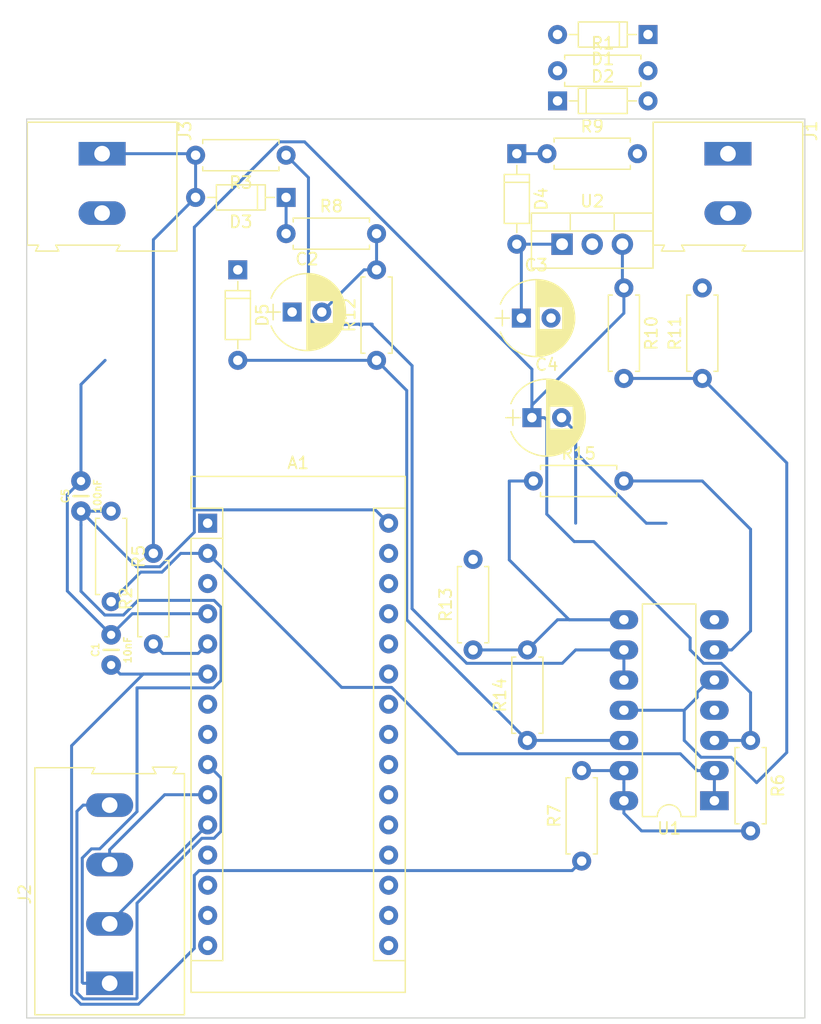
<source format=kicad_pcb>
(kicad_pcb (version 20171130) (host pcbnew "(5.1.5-0)")

  (general
    (thickness 1.6)
    (drawings 4)
    (tracks 176)
    (zones 0)
    (modules 30)
    (nets 41)
  )

  (page A4)
  (layers
    (0 F.Cu signal)
    (31 B.Cu signal)
    (32 B.Adhes user)
    (33 F.Adhes user)
    (34 B.Paste user)
    (35 F.Paste user)
    (36 B.SilkS user)
    (37 F.SilkS user)
    (38 B.Mask user)
    (39 F.Mask user)
    (40 Dwgs.User user)
    (41 Cmts.User user)
    (42 Eco1.User user)
    (43 Eco2.User user)
    (44 Edge.Cuts user)
    (45 Margin user)
    (46 B.CrtYd user)
    (47 F.CrtYd user)
    (48 B.Fab user)
    (49 F.Fab user)
  )

  (setup
    (last_trace_width 0.25)
    (trace_clearance 0.2)
    (zone_clearance 0.508)
    (zone_45_only no)
    (trace_min 0.2)
    (via_size 0.8)
    (via_drill 0.4)
    (via_min_size 0.4)
    (via_min_drill 0.3)
    (uvia_size 0.3)
    (uvia_drill 0.1)
    (uvias_allowed no)
    (uvia_min_size 0.2)
    (uvia_min_drill 0.1)
    (edge_width 0.05)
    (segment_width 0.2)
    (pcb_text_width 0.3)
    (pcb_text_size 1.5 1.5)
    (mod_edge_width 0.12)
    (mod_text_size 1 1)
    (mod_text_width 0.15)
    (pad_size 1.524 1.524)
    (pad_drill 0.762)
    (pad_to_mask_clearance 0.051)
    (solder_mask_min_width 0.25)
    (aux_axis_origin 0 0)
    (visible_elements FFFFFF7F)
    (pcbplotparams
      (layerselection 0x010fc_ffffffff)
      (usegerberextensions false)
      (usegerberattributes false)
      (usegerberadvancedattributes false)
      (creategerberjobfile false)
      (excludeedgelayer true)
      (linewidth 0.100000)
      (plotframeref false)
      (viasonmask false)
      (mode 1)
      (useauxorigin false)
      (hpglpennumber 1)
      (hpglpenspeed 20)
      (hpglpendiameter 15.000000)
      (psnegative false)
      (psa4output false)
      (plotreference true)
      (plotvalue true)
      (plotinvisibletext false)
      (padsonsilk false)
      (subtractmaskfromsilk false)
      (outputformat 1)
      (mirror false)
      (drillshape 1)
      (scaleselection 1)
      (outputdirectory ""))
  )

  (net 0 "")
  (net 1 "Net-(A1-Pad16)")
  (net 2 "Net-(A1-Pad15)")
  (net 3 "Net-(A1-Pad14)")
  (net 4 "Net-(A1-Pad13)")
  (net 5 "Net-(A1-Pad28)")
  (net 6 "Net-(A1-Pad12)")
  (net 7 "Net-(A1-Pad11)")
  (net 8 "Net-(A1-Pad26)")
  (net 9 "Net-(A1-Pad10)")
  (net 10 "Net-(A1-Pad25)")
  (net 11 "Net-(A1-Pad9)")
  (net 12 "Net-(A1-Pad24)")
  (net 13 "Net-(A1-Pad8)")
  (net 14 "Net-(A1-Pad23)")
  (net 15 "Net-(A1-Pad7)")
  (net 16 "Net-(A1-Pad22)")
  (net 17 "Net-(A1-Pad21)")
  (net 18 "Net-(A1-Pad20)")
  (net 19 "Net-(A1-Pad19)")
  (net 20 "Net-(A1-Pad3)")
  (net 21 "Net-(A1-Pad18)")
  (net 22 "Net-(A1-Pad17)")
  (net 23 "Net-(A1-Pad1)")
  (net 24 GND)
  (net 25 "Net-(C2-Pad2)")
  (net 26 "Net-(C3-Pad1)")
  (net 27 /DCC)
  (net 28 "Net-(D3-Pad1)")
  (net 29 "Net-(D4-Pad1)")
  (net 30 "Net-(R3-Pad1)")
  (net 31 "Net-(R6-Pad2)")
  (net 32 /+18mV)
  (net 33 /-18mV)
  (net 34 /+5V)
  (net 35 "Net-(A1-Pad27)")
  (net 36 /WINDOW_DETECT)
  (net 37 /DCC_IN)
  (net 38 /RAILCOM_IN)
  (net 39 /VCC)
  (net 40 /BOOSTER_IN_A)

  (net_class Default "Dit is de standaard class."
    (clearance 0.2)
    (trace_width 0.25)
    (via_dia 0.8)
    (via_drill 0.4)
    (uvia_dia 0.3)
    (uvia_drill 0.1)
    (add_net /+18mV)
    (add_net /+5V)
    (add_net /-18mV)
    (add_net /BOOSTER_IN_A)
    (add_net /DCC)
    (add_net /DCC_IN)
    (add_net /RAILCOM_IN)
    (add_net /VCC)
    (add_net /WINDOW_DETECT)
    (add_net GND)
    (add_net "Net-(A1-Pad1)")
    (add_net "Net-(A1-Pad10)")
    (add_net "Net-(A1-Pad11)")
    (add_net "Net-(A1-Pad12)")
    (add_net "Net-(A1-Pad13)")
    (add_net "Net-(A1-Pad14)")
    (add_net "Net-(A1-Pad15)")
    (add_net "Net-(A1-Pad16)")
    (add_net "Net-(A1-Pad17)")
    (add_net "Net-(A1-Pad18)")
    (add_net "Net-(A1-Pad19)")
    (add_net "Net-(A1-Pad20)")
    (add_net "Net-(A1-Pad21)")
    (add_net "Net-(A1-Pad22)")
    (add_net "Net-(A1-Pad23)")
    (add_net "Net-(A1-Pad24)")
    (add_net "Net-(A1-Pad25)")
    (add_net "Net-(A1-Pad26)")
    (add_net "Net-(A1-Pad27)")
    (add_net "Net-(A1-Pad28)")
    (add_net "Net-(A1-Pad3)")
    (add_net "Net-(A1-Pad7)")
    (add_net "Net-(A1-Pad8)")
    (add_net "Net-(A1-Pad9)")
    (add_net "Net-(C2-Pad2)")
    (add_net "Net-(C3-Pad1)")
    (add_net "Net-(D3-Pad1)")
    (add_net "Net-(D4-Pad1)")
    (add_net "Net-(R3-Pad1)")
    (add_net "Net-(R6-Pad2)")
  )

  (module Modules:Arduino_Nano (layer F.Cu) (tedit 58ACAF70) (tstamp 5E82C8CD)
    (at 139.7 124.46)
    (descr "Arduino Nano, http://www.mouser.com/pdfdocs/Gravitech_Arduino_Nano3_0.pdf")
    (tags "Arduino Nano")
    (path /5E7C0EF5)
    (fp_text reference A1 (at 7.62 -5.08) (layer F.SilkS)
      (effects (font (size 1 1) (thickness 0.15)))
    )
    (fp_text value Arduino_Nano_v3.x (at 8.89 19.05 90) (layer F.Fab)
      (effects (font (size 1 1) (thickness 0.15)))
    )
    (fp_line (start 16.75 42.16) (end -1.53 42.16) (layer F.CrtYd) (width 0.05))
    (fp_line (start 16.75 42.16) (end 16.75 -4.06) (layer F.CrtYd) (width 0.05))
    (fp_line (start -1.53 -4.06) (end -1.53 42.16) (layer F.CrtYd) (width 0.05))
    (fp_line (start -1.53 -4.06) (end 16.75 -4.06) (layer F.CrtYd) (width 0.05))
    (fp_line (start 16.51 -3.81) (end 16.51 39.37) (layer F.Fab) (width 0.1))
    (fp_line (start 0 -3.81) (end 16.51 -3.81) (layer F.Fab) (width 0.1))
    (fp_line (start -1.27 -2.54) (end 0 -3.81) (layer F.Fab) (width 0.1))
    (fp_line (start -1.27 39.37) (end -1.27 -2.54) (layer F.Fab) (width 0.1))
    (fp_line (start 16.51 39.37) (end -1.27 39.37) (layer F.Fab) (width 0.1))
    (fp_line (start 16.64 -3.94) (end -1.4 -3.94) (layer F.SilkS) (width 0.12))
    (fp_line (start 16.64 39.5) (end 16.64 -3.94) (layer F.SilkS) (width 0.12))
    (fp_line (start -1.4 39.5) (end 16.64 39.5) (layer F.SilkS) (width 0.12))
    (fp_line (start 3.81 41.91) (end 3.81 31.75) (layer F.Fab) (width 0.1))
    (fp_line (start 11.43 41.91) (end 3.81 41.91) (layer F.Fab) (width 0.1))
    (fp_line (start 11.43 31.75) (end 11.43 41.91) (layer F.Fab) (width 0.1))
    (fp_line (start 3.81 31.75) (end 11.43 31.75) (layer F.Fab) (width 0.1))
    (fp_line (start 1.27 36.83) (end -1.4 36.83) (layer F.SilkS) (width 0.12))
    (fp_line (start 1.27 1.27) (end 1.27 36.83) (layer F.SilkS) (width 0.12))
    (fp_line (start 1.27 1.27) (end -1.4 1.27) (layer F.SilkS) (width 0.12))
    (fp_line (start 13.97 36.83) (end 16.64 36.83) (layer F.SilkS) (width 0.12))
    (fp_line (start 13.97 -1.27) (end 13.97 36.83) (layer F.SilkS) (width 0.12))
    (fp_line (start 13.97 -1.27) (end 16.64 -1.27) (layer F.SilkS) (width 0.12))
    (fp_line (start -1.4 -3.94) (end -1.4 -1.27) (layer F.SilkS) (width 0.12))
    (fp_line (start -1.4 1.27) (end -1.4 39.5) (layer F.SilkS) (width 0.12))
    (fp_line (start 1.27 -1.27) (end -1.4 -1.27) (layer F.SilkS) (width 0.12))
    (fp_line (start 1.27 1.27) (end 1.27 -1.27) (layer F.SilkS) (width 0.12))
    (fp_text user %R (at 6.35 19.05 90) (layer F.Fab)
      (effects (font (size 1 1) (thickness 0.15)))
    )
    (pad 16 thru_hole oval (at 15.24 35.56) (size 1.6 1.6) (drill 0.8) (layers *.Cu *.Mask)
      (net 1 "Net-(A1-Pad16)"))
    (pad 15 thru_hole oval (at 0 35.56) (size 1.6 1.6) (drill 0.8) (layers *.Cu *.Mask)
      (net 2 "Net-(A1-Pad15)"))
    (pad 30 thru_hole oval (at 15.24 0) (size 1.6 1.6) (drill 0.8) (layers *.Cu *.Mask)
      (net 34 /+5V))
    (pad 14 thru_hole oval (at 0 33.02) (size 1.6 1.6) (drill 0.8) (layers *.Cu *.Mask)
      (net 3 "Net-(A1-Pad14)"))
    (pad 29 thru_hole oval (at 15.24 2.54) (size 1.6 1.6) (drill 0.8) (layers *.Cu *.Mask)
      (net 24 GND))
    (pad 13 thru_hole oval (at 0 30.48) (size 1.6 1.6) (drill 0.8) (layers *.Cu *.Mask)
      (net 4 "Net-(A1-Pad13)"))
    (pad 28 thru_hole oval (at 15.24 5.08) (size 1.6 1.6) (drill 0.8) (layers *.Cu *.Mask)
      (net 5 "Net-(A1-Pad28)"))
    (pad 12 thru_hole oval (at 0 27.94) (size 1.6 1.6) (drill 0.8) (layers *.Cu *.Mask)
      (net 6 "Net-(A1-Pad12)"))
    (pad 27 thru_hole oval (at 15.24 7.62) (size 1.6 1.6) (drill 0.8) (layers *.Cu *.Mask)
      (net 35 "Net-(A1-Pad27)"))
    (pad 11 thru_hole oval (at 0 25.4) (size 1.6 1.6) (drill 0.8) (layers *.Cu *.Mask)
      (net 7 "Net-(A1-Pad11)"))
    (pad 26 thru_hole oval (at 15.24 10.16) (size 1.6 1.6) (drill 0.8) (layers *.Cu *.Mask)
      (net 8 "Net-(A1-Pad26)"))
    (pad 10 thru_hole oval (at 0 22.86) (size 1.6 1.6) (drill 0.8) (layers *.Cu *.Mask)
      (net 9 "Net-(A1-Pad10)"))
    (pad 25 thru_hole oval (at 15.24 12.7) (size 1.6 1.6) (drill 0.8) (layers *.Cu *.Mask)
      (net 10 "Net-(A1-Pad25)"))
    (pad 9 thru_hole oval (at 0 20.32) (size 1.6 1.6) (drill 0.8) (layers *.Cu *.Mask)
      (net 11 "Net-(A1-Pad9)"))
    (pad 24 thru_hole oval (at 15.24 15.24) (size 1.6 1.6) (drill 0.8) (layers *.Cu *.Mask)
      (net 12 "Net-(A1-Pad24)"))
    (pad 8 thru_hole oval (at 0 17.78) (size 1.6 1.6) (drill 0.8) (layers *.Cu *.Mask)
      (net 13 "Net-(A1-Pad8)"))
    (pad 23 thru_hole oval (at 15.24 17.78) (size 1.6 1.6) (drill 0.8) (layers *.Cu *.Mask)
      (net 14 "Net-(A1-Pad23)"))
    (pad 7 thru_hole oval (at 0 15.24) (size 1.6 1.6) (drill 0.8) (layers *.Cu *.Mask)
      (net 15 "Net-(A1-Pad7)"))
    (pad 22 thru_hole oval (at 15.24 20.32) (size 1.6 1.6) (drill 0.8) (layers *.Cu *.Mask)
      (net 16 "Net-(A1-Pad22)"))
    (pad 6 thru_hole oval (at 0 12.7) (size 1.6 1.6) (drill 0.8) (layers *.Cu *.Mask)
      (net 36 /WINDOW_DETECT))
    (pad 21 thru_hole oval (at 15.24 22.86) (size 1.6 1.6) (drill 0.8) (layers *.Cu *.Mask)
      (net 17 "Net-(A1-Pad21)"))
    (pad 5 thru_hole oval (at 0 10.16) (size 1.6 1.6) (drill 0.8) (layers *.Cu *.Mask)
      (net 37 /DCC_IN))
    (pad 20 thru_hole oval (at 15.24 25.4) (size 1.6 1.6) (drill 0.8) (layers *.Cu *.Mask)
      (net 18 "Net-(A1-Pad20)"))
    (pad 4 thru_hole oval (at 0 7.62) (size 1.6 1.6) (drill 0.8) (layers *.Cu *.Mask)
      (net 24 GND))
    (pad 19 thru_hole oval (at 15.24 27.94) (size 1.6 1.6) (drill 0.8) (layers *.Cu *.Mask)
      (net 19 "Net-(A1-Pad19)"))
    (pad 3 thru_hole oval (at 0 5.08) (size 1.6 1.6) (drill 0.8) (layers *.Cu *.Mask)
      (net 20 "Net-(A1-Pad3)"))
    (pad 18 thru_hole oval (at 15.24 30.48) (size 1.6 1.6) (drill 0.8) (layers *.Cu *.Mask)
      (net 21 "Net-(A1-Pad18)"))
    (pad 2 thru_hole oval (at 0 2.54) (size 1.6 1.6) (drill 0.8) (layers *.Cu *.Mask)
      (net 38 /RAILCOM_IN))
    (pad 17 thru_hole oval (at 15.24 33.02) (size 1.6 1.6) (drill 0.8) (layers *.Cu *.Mask)
      (net 22 "Net-(A1-Pad17)"))
    (pad 1 thru_hole rect (at 0 0) (size 1.6 1.6) (drill 0.8) (layers *.Cu *.Mask)
      (net 23 "Net-(A1-Pad1)"))
  )

  (module Capacitors:CAP-PTH-2.54 (layer F.Cu) (tedit 200000) (tstamp 5E82C8D4)
    (at 131.572 135.128 90)
    (descr "2 PTH SPACED 0.1\" APART")
    (tags "2 PTH SPACED 0.1\" APART")
    (path /5E7F789E)
    (attr virtual)
    (fp_text reference C1 (at 0 -1.3208 90) (layer F.SilkS)
      (effects (font (size 0.6096 0.6096) (thickness 0.127)))
    )
    (fp_text value 10nF (at 0 1.397 90) (layer F.SilkS)
      (effects (font (size 0.6096 0.6096) (thickness 0.127)))
    )
    (fp_line (start 0 -0.635) (end 0 0.635) (layer F.SilkS) (width 0.2032))
    (pad 1 thru_hole circle (at -1.27 0 90) (size 1.651 1.651) (drill 0.6985) (layers *.Cu *.Mask)
      (net 36 /WINDOW_DETECT) (solder_mask_margin 0.1016))
    (pad 2 thru_hole circle (at 1.27 0 90) (size 1.651 1.651) (drill 0.6985) (layers *.Cu *.Mask)
      (net 24 GND) (solder_mask_margin 0.1016))
  )

  (module Capacitors_THT:CP_Radial_D6.3mm_P2.50mm (layer F.Cu) (tedit 597BC7C2) (tstamp 5E82C969)
    (at 146.812 106.68)
    (descr "CP, Radial series, Radial, pin pitch=2.50mm, , diameter=6.3mm, Electrolytic Capacitor")
    (tags "CP Radial series Radial pin pitch 2.50mm  diameter 6.3mm Electrolytic Capacitor")
    (path /5E817CB4)
    (fp_text reference C2 (at 1.25 -4.46) (layer F.SilkS)
      (effects (font (size 1 1) (thickness 0.15)))
    )
    (fp_text value 100µF (at 1.25 4.46) (layer F.Fab)
      (effects (font (size 1 1) (thickness 0.15)))
    )
    (fp_text user %R (at 1.25 0) (layer F.Fab)
      (effects (font (size 1 1) (thickness 0.15)))
    )
    (fp_line (start 4.75 -3.5) (end -2.25 -3.5) (layer F.CrtYd) (width 0.05))
    (fp_line (start 4.75 3.5) (end 4.75 -3.5) (layer F.CrtYd) (width 0.05))
    (fp_line (start -2.25 3.5) (end 4.75 3.5) (layer F.CrtYd) (width 0.05))
    (fp_line (start -2.25 -3.5) (end -2.25 3.5) (layer F.CrtYd) (width 0.05))
    (fp_line (start -1.6 -0.65) (end -1.6 0.65) (layer F.SilkS) (width 0.12))
    (fp_line (start -2.2 0) (end -1 0) (layer F.SilkS) (width 0.12))
    (fp_line (start 4.451 -0.468) (end 4.451 0.468) (layer F.SilkS) (width 0.12))
    (fp_line (start 4.411 -0.676) (end 4.411 0.676) (layer F.SilkS) (width 0.12))
    (fp_line (start 4.371 -0.834) (end 4.371 0.834) (layer F.SilkS) (width 0.12))
    (fp_line (start 4.331 -0.966) (end 4.331 0.966) (layer F.SilkS) (width 0.12))
    (fp_line (start 4.291 -1.081) (end 4.291 1.081) (layer F.SilkS) (width 0.12))
    (fp_line (start 4.251 -1.184) (end 4.251 1.184) (layer F.SilkS) (width 0.12))
    (fp_line (start 4.211 -1.278) (end 4.211 1.278) (layer F.SilkS) (width 0.12))
    (fp_line (start 4.171 -1.364) (end 4.171 1.364) (layer F.SilkS) (width 0.12))
    (fp_line (start 4.131 -1.445) (end 4.131 1.445) (layer F.SilkS) (width 0.12))
    (fp_line (start 4.091 -1.52) (end 4.091 1.52) (layer F.SilkS) (width 0.12))
    (fp_line (start 4.051 -1.591) (end 4.051 1.591) (layer F.SilkS) (width 0.12))
    (fp_line (start 4.011 -1.658) (end 4.011 1.658) (layer F.SilkS) (width 0.12))
    (fp_line (start 3.971 -1.721) (end 3.971 1.721) (layer F.SilkS) (width 0.12))
    (fp_line (start 3.931 -1.781) (end 3.931 1.781) (layer F.SilkS) (width 0.12))
    (fp_line (start 3.891 -1.839) (end 3.891 1.839) (layer F.SilkS) (width 0.12))
    (fp_line (start 3.851 -1.894) (end 3.851 1.894) (layer F.SilkS) (width 0.12))
    (fp_line (start 3.811 -1.946) (end 3.811 1.946) (layer F.SilkS) (width 0.12))
    (fp_line (start 3.771 -1.997) (end 3.771 1.997) (layer F.SilkS) (width 0.12))
    (fp_line (start 3.731 -2.045) (end 3.731 2.045) (layer F.SilkS) (width 0.12))
    (fp_line (start 3.691 -2.092) (end 3.691 2.092) (layer F.SilkS) (width 0.12))
    (fp_line (start 3.651 -2.137) (end 3.651 2.137) (layer F.SilkS) (width 0.12))
    (fp_line (start 3.611 -2.18) (end 3.611 2.18) (layer F.SilkS) (width 0.12))
    (fp_line (start 3.571 -2.222) (end 3.571 2.222) (layer F.SilkS) (width 0.12))
    (fp_line (start 3.531 -2.262) (end 3.531 2.262) (layer F.SilkS) (width 0.12))
    (fp_line (start 3.491 -2.301) (end 3.491 2.301) (layer F.SilkS) (width 0.12))
    (fp_line (start 3.451 0.98) (end 3.451 2.339) (layer F.SilkS) (width 0.12))
    (fp_line (start 3.451 -2.339) (end 3.451 -0.98) (layer F.SilkS) (width 0.12))
    (fp_line (start 3.411 0.98) (end 3.411 2.375) (layer F.SilkS) (width 0.12))
    (fp_line (start 3.411 -2.375) (end 3.411 -0.98) (layer F.SilkS) (width 0.12))
    (fp_line (start 3.371 0.98) (end 3.371 2.411) (layer F.SilkS) (width 0.12))
    (fp_line (start 3.371 -2.411) (end 3.371 -0.98) (layer F.SilkS) (width 0.12))
    (fp_line (start 3.331 0.98) (end 3.331 2.445) (layer F.SilkS) (width 0.12))
    (fp_line (start 3.331 -2.445) (end 3.331 -0.98) (layer F.SilkS) (width 0.12))
    (fp_line (start 3.291 0.98) (end 3.291 2.478) (layer F.SilkS) (width 0.12))
    (fp_line (start 3.291 -2.478) (end 3.291 -0.98) (layer F.SilkS) (width 0.12))
    (fp_line (start 3.251 0.98) (end 3.251 2.51) (layer F.SilkS) (width 0.12))
    (fp_line (start 3.251 -2.51) (end 3.251 -0.98) (layer F.SilkS) (width 0.12))
    (fp_line (start 3.211 0.98) (end 3.211 2.54) (layer F.SilkS) (width 0.12))
    (fp_line (start 3.211 -2.54) (end 3.211 -0.98) (layer F.SilkS) (width 0.12))
    (fp_line (start 3.171 0.98) (end 3.171 2.57) (layer F.SilkS) (width 0.12))
    (fp_line (start 3.171 -2.57) (end 3.171 -0.98) (layer F.SilkS) (width 0.12))
    (fp_line (start 3.131 0.98) (end 3.131 2.599) (layer F.SilkS) (width 0.12))
    (fp_line (start 3.131 -2.599) (end 3.131 -0.98) (layer F.SilkS) (width 0.12))
    (fp_line (start 3.091 0.98) (end 3.091 2.627) (layer F.SilkS) (width 0.12))
    (fp_line (start 3.091 -2.627) (end 3.091 -0.98) (layer F.SilkS) (width 0.12))
    (fp_line (start 3.051 0.98) (end 3.051 2.654) (layer F.SilkS) (width 0.12))
    (fp_line (start 3.051 -2.654) (end 3.051 -0.98) (layer F.SilkS) (width 0.12))
    (fp_line (start 3.011 0.98) (end 3.011 2.681) (layer F.SilkS) (width 0.12))
    (fp_line (start 3.011 -2.681) (end 3.011 -0.98) (layer F.SilkS) (width 0.12))
    (fp_line (start 2.971 0.98) (end 2.971 2.706) (layer F.SilkS) (width 0.12))
    (fp_line (start 2.971 -2.706) (end 2.971 -0.98) (layer F.SilkS) (width 0.12))
    (fp_line (start 2.931 0.98) (end 2.931 2.731) (layer F.SilkS) (width 0.12))
    (fp_line (start 2.931 -2.731) (end 2.931 -0.98) (layer F.SilkS) (width 0.12))
    (fp_line (start 2.891 0.98) (end 2.891 2.755) (layer F.SilkS) (width 0.12))
    (fp_line (start 2.891 -2.755) (end 2.891 -0.98) (layer F.SilkS) (width 0.12))
    (fp_line (start 2.851 0.98) (end 2.851 2.778) (layer F.SilkS) (width 0.12))
    (fp_line (start 2.851 -2.778) (end 2.851 -0.98) (layer F.SilkS) (width 0.12))
    (fp_line (start 2.811 0.98) (end 2.811 2.8) (layer F.SilkS) (width 0.12))
    (fp_line (start 2.811 -2.8) (end 2.811 -0.98) (layer F.SilkS) (width 0.12))
    (fp_line (start 2.771 0.98) (end 2.771 2.822) (layer F.SilkS) (width 0.12))
    (fp_line (start 2.771 -2.822) (end 2.771 -0.98) (layer F.SilkS) (width 0.12))
    (fp_line (start 2.731 0.98) (end 2.731 2.843) (layer F.SilkS) (width 0.12))
    (fp_line (start 2.731 -2.843) (end 2.731 -0.98) (layer F.SilkS) (width 0.12))
    (fp_line (start 2.691 0.98) (end 2.691 2.863) (layer F.SilkS) (width 0.12))
    (fp_line (start 2.691 -2.863) (end 2.691 -0.98) (layer F.SilkS) (width 0.12))
    (fp_line (start 2.651 0.98) (end 2.651 2.882) (layer F.SilkS) (width 0.12))
    (fp_line (start 2.651 -2.882) (end 2.651 -0.98) (layer F.SilkS) (width 0.12))
    (fp_line (start 2.611 0.98) (end 2.611 2.901) (layer F.SilkS) (width 0.12))
    (fp_line (start 2.611 -2.901) (end 2.611 -0.98) (layer F.SilkS) (width 0.12))
    (fp_line (start 2.571 0.98) (end 2.571 2.919) (layer F.SilkS) (width 0.12))
    (fp_line (start 2.571 -2.919) (end 2.571 -0.98) (layer F.SilkS) (width 0.12))
    (fp_line (start 2.531 0.98) (end 2.531 2.937) (layer F.SilkS) (width 0.12))
    (fp_line (start 2.531 -2.937) (end 2.531 -0.98) (layer F.SilkS) (width 0.12))
    (fp_line (start 2.491 0.98) (end 2.491 2.954) (layer F.SilkS) (width 0.12))
    (fp_line (start 2.491 -2.954) (end 2.491 -0.98) (layer F.SilkS) (width 0.12))
    (fp_line (start 2.451 0.98) (end 2.451 2.97) (layer F.SilkS) (width 0.12))
    (fp_line (start 2.451 -2.97) (end 2.451 -0.98) (layer F.SilkS) (width 0.12))
    (fp_line (start 2.411 0.98) (end 2.411 2.986) (layer F.SilkS) (width 0.12))
    (fp_line (start 2.411 -2.986) (end 2.411 -0.98) (layer F.SilkS) (width 0.12))
    (fp_line (start 2.371 0.98) (end 2.371 3.001) (layer F.SilkS) (width 0.12))
    (fp_line (start 2.371 -3.001) (end 2.371 -0.98) (layer F.SilkS) (width 0.12))
    (fp_line (start 2.331 0.98) (end 2.331 3.015) (layer F.SilkS) (width 0.12))
    (fp_line (start 2.331 -3.015) (end 2.331 -0.98) (layer F.SilkS) (width 0.12))
    (fp_line (start 2.291 0.98) (end 2.291 3.029) (layer F.SilkS) (width 0.12))
    (fp_line (start 2.291 -3.029) (end 2.291 -0.98) (layer F.SilkS) (width 0.12))
    (fp_line (start 2.251 0.98) (end 2.251 3.042) (layer F.SilkS) (width 0.12))
    (fp_line (start 2.251 -3.042) (end 2.251 -0.98) (layer F.SilkS) (width 0.12))
    (fp_line (start 2.211 0.98) (end 2.211 3.055) (layer F.SilkS) (width 0.12))
    (fp_line (start 2.211 -3.055) (end 2.211 -0.98) (layer F.SilkS) (width 0.12))
    (fp_line (start 2.171 0.98) (end 2.171 3.067) (layer F.SilkS) (width 0.12))
    (fp_line (start 2.171 -3.067) (end 2.171 -0.98) (layer F.SilkS) (width 0.12))
    (fp_line (start 2.131 0.98) (end 2.131 3.079) (layer F.SilkS) (width 0.12))
    (fp_line (start 2.131 -3.079) (end 2.131 -0.98) (layer F.SilkS) (width 0.12))
    (fp_line (start 2.091 0.98) (end 2.091 3.09) (layer F.SilkS) (width 0.12))
    (fp_line (start 2.091 -3.09) (end 2.091 -0.98) (layer F.SilkS) (width 0.12))
    (fp_line (start 2.051 0.98) (end 2.051 3.1) (layer F.SilkS) (width 0.12))
    (fp_line (start 2.051 -3.1) (end 2.051 -0.98) (layer F.SilkS) (width 0.12))
    (fp_line (start 2.011 0.98) (end 2.011 3.11) (layer F.SilkS) (width 0.12))
    (fp_line (start 2.011 -3.11) (end 2.011 -0.98) (layer F.SilkS) (width 0.12))
    (fp_line (start 1.971 0.98) (end 1.971 3.119) (layer F.SilkS) (width 0.12))
    (fp_line (start 1.971 -3.119) (end 1.971 -0.98) (layer F.SilkS) (width 0.12))
    (fp_line (start 1.93 0.98) (end 1.93 3.128) (layer F.SilkS) (width 0.12))
    (fp_line (start 1.93 -3.128) (end 1.93 -0.98) (layer F.SilkS) (width 0.12))
    (fp_line (start 1.89 0.98) (end 1.89 3.137) (layer F.SilkS) (width 0.12))
    (fp_line (start 1.89 -3.137) (end 1.89 -0.98) (layer F.SilkS) (width 0.12))
    (fp_line (start 1.85 0.98) (end 1.85 3.144) (layer F.SilkS) (width 0.12))
    (fp_line (start 1.85 -3.144) (end 1.85 -0.98) (layer F.SilkS) (width 0.12))
    (fp_line (start 1.81 0.98) (end 1.81 3.152) (layer F.SilkS) (width 0.12))
    (fp_line (start 1.81 -3.152) (end 1.81 -0.98) (layer F.SilkS) (width 0.12))
    (fp_line (start 1.77 0.98) (end 1.77 3.158) (layer F.SilkS) (width 0.12))
    (fp_line (start 1.77 -3.158) (end 1.77 -0.98) (layer F.SilkS) (width 0.12))
    (fp_line (start 1.73 0.98) (end 1.73 3.165) (layer F.SilkS) (width 0.12))
    (fp_line (start 1.73 -3.165) (end 1.73 -0.98) (layer F.SilkS) (width 0.12))
    (fp_line (start 1.69 0.98) (end 1.69 3.17) (layer F.SilkS) (width 0.12))
    (fp_line (start 1.69 -3.17) (end 1.69 -0.98) (layer F.SilkS) (width 0.12))
    (fp_line (start 1.65 0.98) (end 1.65 3.176) (layer F.SilkS) (width 0.12))
    (fp_line (start 1.65 -3.176) (end 1.65 -0.98) (layer F.SilkS) (width 0.12))
    (fp_line (start 1.61 0.98) (end 1.61 3.18) (layer F.SilkS) (width 0.12))
    (fp_line (start 1.61 -3.18) (end 1.61 -0.98) (layer F.SilkS) (width 0.12))
    (fp_line (start 1.57 0.98) (end 1.57 3.185) (layer F.SilkS) (width 0.12))
    (fp_line (start 1.57 -3.185) (end 1.57 -0.98) (layer F.SilkS) (width 0.12))
    (fp_line (start 1.53 0.98) (end 1.53 3.188) (layer F.SilkS) (width 0.12))
    (fp_line (start 1.53 -3.188) (end 1.53 -0.98) (layer F.SilkS) (width 0.12))
    (fp_line (start 1.49 -3.192) (end 1.49 3.192) (layer F.SilkS) (width 0.12))
    (fp_line (start 1.45 -3.194) (end 1.45 3.194) (layer F.SilkS) (width 0.12))
    (fp_line (start 1.41 -3.197) (end 1.41 3.197) (layer F.SilkS) (width 0.12))
    (fp_line (start 1.37 -3.198) (end 1.37 3.198) (layer F.SilkS) (width 0.12))
    (fp_line (start 1.33 -3.2) (end 1.33 3.2) (layer F.SilkS) (width 0.12))
    (fp_line (start 1.29 -3.2) (end 1.29 3.2) (layer F.SilkS) (width 0.12))
    (fp_line (start 1.25 -3.2) (end 1.25 3.2) (layer F.SilkS) (width 0.12))
    (fp_line (start -1.6 -0.65) (end -1.6 0.65) (layer F.Fab) (width 0.1))
    (fp_line (start -2.2 0) (end -1 0) (layer F.Fab) (width 0.1))
    (fp_circle (center 1.25 0) (end 4.4 0) (layer F.Fab) (width 0.1))
    (fp_arc (start 1.25 0) (end 4.267482 -1.18) (angle 42.7) (layer F.SilkS) (width 0.12))
    (fp_arc (start 1.25 0) (end -1.767482 1.18) (angle -137.3) (layer F.SilkS) (width 0.12))
    (fp_arc (start 1.25 0) (end -1.767482 -1.18) (angle 137.3) (layer F.SilkS) (width 0.12))
    (pad 2 thru_hole circle (at 2.5 0) (size 1.6 1.6) (drill 0.8) (layers *.Cu *.Mask)
      (net 25 "Net-(C2-Pad2)"))
    (pad 1 thru_hole rect (at 0 0) (size 1.6 1.6) (drill 0.8) (layers *.Cu *.Mask)
      (net 24 GND))
    (model ${KISYS3DMOD}/Capacitors_THT.3dshapes/CP_Radial_D6.3mm_P2.50mm.wrl
      (at (xyz 0 0 0))
      (scale (xyz 1 1 1))
      (rotate (xyz 0 0 0))
    )
  )

  (module Capacitors_THT:CP_Radial_D6.3mm_P2.50mm (layer F.Cu) (tedit 597BC7C2) (tstamp 5E82C9FE)
    (at 166.116 107.188)
    (descr "CP, Radial series, Radial, pin pitch=2.50mm, , diameter=6.3mm, Electrolytic Capacitor")
    (tags "CP Radial series Radial pin pitch 2.50mm  diameter 6.3mm Electrolytic Capacitor")
    (path /5E8025A9)
    (fp_text reference C3 (at 1.25 -4.46) (layer F.SilkS)
      (effects (font (size 1 1) (thickness 0.15)))
    )
    (fp_text value 220µF (at 1.25 4.46) (layer F.Fab)
      (effects (font (size 1 1) (thickness 0.15)))
    )
    (fp_text user %R (at 1.25 0) (layer F.Fab)
      (effects (font (size 1 1) (thickness 0.15)))
    )
    (fp_line (start 4.75 -3.5) (end -2.25 -3.5) (layer F.CrtYd) (width 0.05))
    (fp_line (start 4.75 3.5) (end 4.75 -3.5) (layer F.CrtYd) (width 0.05))
    (fp_line (start -2.25 3.5) (end 4.75 3.5) (layer F.CrtYd) (width 0.05))
    (fp_line (start -2.25 -3.5) (end -2.25 3.5) (layer F.CrtYd) (width 0.05))
    (fp_line (start -1.6 -0.65) (end -1.6 0.65) (layer F.SilkS) (width 0.12))
    (fp_line (start -2.2 0) (end -1 0) (layer F.SilkS) (width 0.12))
    (fp_line (start 4.451 -0.468) (end 4.451 0.468) (layer F.SilkS) (width 0.12))
    (fp_line (start 4.411 -0.676) (end 4.411 0.676) (layer F.SilkS) (width 0.12))
    (fp_line (start 4.371 -0.834) (end 4.371 0.834) (layer F.SilkS) (width 0.12))
    (fp_line (start 4.331 -0.966) (end 4.331 0.966) (layer F.SilkS) (width 0.12))
    (fp_line (start 4.291 -1.081) (end 4.291 1.081) (layer F.SilkS) (width 0.12))
    (fp_line (start 4.251 -1.184) (end 4.251 1.184) (layer F.SilkS) (width 0.12))
    (fp_line (start 4.211 -1.278) (end 4.211 1.278) (layer F.SilkS) (width 0.12))
    (fp_line (start 4.171 -1.364) (end 4.171 1.364) (layer F.SilkS) (width 0.12))
    (fp_line (start 4.131 -1.445) (end 4.131 1.445) (layer F.SilkS) (width 0.12))
    (fp_line (start 4.091 -1.52) (end 4.091 1.52) (layer F.SilkS) (width 0.12))
    (fp_line (start 4.051 -1.591) (end 4.051 1.591) (layer F.SilkS) (width 0.12))
    (fp_line (start 4.011 -1.658) (end 4.011 1.658) (layer F.SilkS) (width 0.12))
    (fp_line (start 3.971 -1.721) (end 3.971 1.721) (layer F.SilkS) (width 0.12))
    (fp_line (start 3.931 -1.781) (end 3.931 1.781) (layer F.SilkS) (width 0.12))
    (fp_line (start 3.891 -1.839) (end 3.891 1.839) (layer F.SilkS) (width 0.12))
    (fp_line (start 3.851 -1.894) (end 3.851 1.894) (layer F.SilkS) (width 0.12))
    (fp_line (start 3.811 -1.946) (end 3.811 1.946) (layer F.SilkS) (width 0.12))
    (fp_line (start 3.771 -1.997) (end 3.771 1.997) (layer F.SilkS) (width 0.12))
    (fp_line (start 3.731 -2.045) (end 3.731 2.045) (layer F.SilkS) (width 0.12))
    (fp_line (start 3.691 -2.092) (end 3.691 2.092) (layer F.SilkS) (width 0.12))
    (fp_line (start 3.651 -2.137) (end 3.651 2.137) (layer F.SilkS) (width 0.12))
    (fp_line (start 3.611 -2.18) (end 3.611 2.18) (layer F.SilkS) (width 0.12))
    (fp_line (start 3.571 -2.222) (end 3.571 2.222) (layer F.SilkS) (width 0.12))
    (fp_line (start 3.531 -2.262) (end 3.531 2.262) (layer F.SilkS) (width 0.12))
    (fp_line (start 3.491 -2.301) (end 3.491 2.301) (layer F.SilkS) (width 0.12))
    (fp_line (start 3.451 0.98) (end 3.451 2.339) (layer F.SilkS) (width 0.12))
    (fp_line (start 3.451 -2.339) (end 3.451 -0.98) (layer F.SilkS) (width 0.12))
    (fp_line (start 3.411 0.98) (end 3.411 2.375) (layer F.SilkS) (width 0.12))
    (fp_line (start 3.411 -2.375) (end 3.411 -0.98) (layer F.SilkS) (width 0.12))
    (fp_line (start 3.371 0.98) (end 3.371 2.411) (layer F.SilkS) (width 0.12))
    (fp_line (start 3.371 -2.411) (end 3.371 -0.98) (layer F.SilkS) (width 0.12))
    (fp_line (start 3.331 0.98) (end 3.331 2.445) (layer F.SilkS) (width 0.12))
    (fp_line (start 3.331 -2.445) (end 3.331 -0.98) (layer F.SilkS) (width 0.12))
    (fp_line (start 3.291 0.98) (end 3.291 2.478) (layer F.SilkS) (width 0.12))
    (fp_line (start 3.291 -2.478) (end 3.291 -0.98) (layer F.SilkS) (width 0.12))
    (fp_line (start 3.251 0.98) (end 3.251 2.51) (layer F.SilkS) (width 0.12))
    (fp_line (start 3.251 -2.51) (end 3.251 -0.98) (layer F.SilkS) (width 0.12))
    (fp_line (start 3.211 0.98) (end 3.211 2.54) (layer F.SilkS) (width 0.12))
    (fp_line (start 3.211 -2.54) (end 3.211 -0.98) (layer F.SilkS) (width 0.12))
    (fp_line (start 3.171 0.98) (end 3.171 2.57) (layer F.SilkS) (width 0.12))
    (fp_line (start 3.171 -2.57) (end 3.171 -0.98) (layer F.SilkS) (width 0.12))
    (fp_line (start 3.131 0.98) (end 3.131 2.599) (layer F.SilkS) (width 0.12))
    (fp_line (start 3.131 -2.599) (end 3.131 -0.98) (layer F.SilkS) (width 0.12))
    (fp_line (start 3.091 0.98) (end 3.091 2.627) (layer F.SilkS) (width 0.12))
    (fp_line (start 3.091 -2.627) (end 3.091 -0.98) (layer F.SilkS) (width 0.12))
    (fp_line (start 3.051 0.98) (end 3.051 2.654) (layer F.SilkS) (width 0.12))
    (fp_line (start 3.051 -2.654) (end 3.051 -0.98) (layer F.SilkS) (width 0.12))
    (fp_line (start 3.011 0.98) (end 3.011 2.681) (layer F.SilkS) (width 0.12))
    (fp_line (start 3.011 -2.681) (end 3.011 -0.98) (layer F.SilkS) (width 0.12))
    (fp_line (start 2.971 0.98) (end 2.971 2.706) (layer F.SilkS) (width 0.12))
    (fp_line (start 2.971 -2.706) (end 2.971 -0.98) (layer F.SilkS) (width 0.12))
    (fp_line (start 2.931 0.98) (end 2.931 2.731) (layer F.SilkS) (width 0.12))
    (fp_line (start 2.931 -2.731) (end 2.931 -0.98) (layer F.SilkS) (width 0.12))
    (fp_line (start 2.891 0.98) (end 2.891 2.755) (layer F.SilkS) (width 0.12))
    (fp_line (start 2.891 -2.755) (end 2.891 -0.98) (layer F.SilkS) (width 0.12))
    (fp_line (start 2.851 0.98) (end 2.851 2.778) (layer F.SilkS) (width 0.12))
    (fp_line (start 2.851 -2.778) (end 2.851 -0.98) (layer F.SilkS) (width 0.12))
    (fp_line (start 2.811 0.98) (end 2.811 2.8) (layer F.SilkS) (width 0.12))
    (fp_line (start 2.811 -2.8) (end 2.811 -0.98) (layer F.SilkS) (width 0.12))
    (fp_line (start 2.771 0.98) (end 2.771 2.822) (layer F.SilkS) (width 0.12))
    (fp_line (start 2.771 -2.822) (end 2.771 -0.98) (layer F.SilkS) (width 0.12))
    (fp_line (start 2.731 0.98) (end 2.731 2.843) (layer F.SilkS) (width 0.12))
    (fp_line (start 2.731 -2.843) (end 2.731 -0.98) (layer F.SilkS) (width 0.12))
    (fp_line (start 2.691 0.98) (end 2.691 2.863) (layer F.SilkS) (width 0.12))
    (fp_line (start 2.691 -2.863) (end 2.691 -0.98) (layer F.SilkS) (width 0.12))
    (fp_line (start 2.651 0.98) (end 2.651 2.882) (layer F.SilkS) (width 0.12))
    (fp_line (start 2.651 -2.882) (end 2.651 -0.98) (layer F.SilkS) (width 0.12))
    (fp_line (start 2.611 0.98) (end 2.611 2.901) (layer F.SilkS) (width 0.12))
    (fp_line (start 2.611 -2.901) (end 2.611 -0.98) (layer F.SilkS) (width 0.12))
    (fp_line (start 2.571 0.98) (end 2.571 2.919) (layer F.SilkS) (width 0.12))
    (fp_line (start 2.571 -2.919) (end 2.571 -0.98) (layer F.SilkS) (width 0.12))
    (fp_line (start 2.531 0.98) (end 2.531 2.937) (layer F.SilkS) (width 0.12))
    (fp_line (start 2.531 -2.937) (end 2.531 -0.98) (layer F.SilkS) (width 0.12))
    (fp_line (start 2.491 0.98) (end 2.491 2.954) (layer F.SilkS) (width 0.12))
    (fp_line (start 2.491 -2.954) (end 2.491 -0.98) (layer F.SilkS) (width 0.12))
    (fp_line (start 2.451 0.98) (end 2.451 2.97) (layer F.SilkS) (width 0.12))
    (fp_line (start 2.451 -2.97) (end 2.451 -0.98) (layer F.SilkS) (width 0.12))
    (fp_line (start 2.411 0.98) (end 2.411 2.986) (layer F.SilkS) (width 0.12))
    (fp_line (start 2.411 -2.986) (end 2.411 -0.98) (layer F.SilkS) (width 0.12))
    (fp_line (start 2.371 0.98) (end 2.371 3.001) (layer F.SilkS) (width 0.12))
    (fp_line (start 2.371 -3.001) (end 2.371 -0.98) (layer F.SilkS) (width 0.12))
    (fp_line (start 2.331 0.98) (end 2.331 3.015) (layer F.SilkS) (width 0.12))
    (fp_line (start 2.331 -3.015) (end 2.331 -0.98) (layer F.SilkS) (width 0.12))
    (fp_line (start 2.291 0.98) (end 2.291 3.029) (layer F.SilkS) (width 0.12))
    (fp_line (start 2.291 -3.029) (end 2.291 -0.98) (layer F.SilkS) (width 0.12))
    (fp_line (start 2.251 0.98) (end 2.251 3.042) (layer F.SilkS) (width 0.12))
    (fp_line (start 2.251 -3.042) (end 2.251 -0.98) (layer F.SilkS) (width 0.12))
    (fp_line (start 2.211 0.98) (end 2.211 3.055) (layer F.SilkS) (width 0.12))
    (fp_line (start 2.211 -3.055) (end 2.211 -0.98) (layer F.SilkS) (width 0.12))
    (fp_line (start 2.171 0.98) (end 2.171 3.067) (layer F.SilkS) (width 0.12))
    (fp_line (start 2.171 -3.067) (end 2.171 -0.98) (layer F.SilkS) (width 0.12))
    (fp_line (start 2.131 0.98) (end 2.131 3.079) (layer F.SilkS) (width 0.12))
    (fp_line (start 2.131 -3.079) (end 2.131 -0.98) (layer F.SilkS) (width 0.12))
    (fp_line (start 2.091 0.98) (end 2.091 3.09) (layer F.SilkS) (width 0.12))
    (fp_line (start 2.091 -3.09) (end 2.091 -0.98) (layer F.SilkS) (width 0.12))
    (fp_line (start 2.051 0.98) (end 2.051 3.1) (layer F.SilkS) (width 0.12))
    (fp_line (start 2.051 -3.1) (end 2.051 -0.98) (layer F.SilkS) (width 0.12))
    (fp_line (start 2.011 0.98) (end 2.011 3.11) (layer F.SilkS) (width 0.12))
    (fp_line (start 2.011 -3.11) (end 2.011 -0.98) (layer F.SilkS) (width 0.12))
    (fp_line (start 1.971 0.98) (end 1.971 3.119) (layer F.SilkS) (width 0.12))
    (fp_line (start 1.971 -3.119) (end 1.971 -0.98) (layer F.SilkS) (width 0.12))
    (fp_line (start 1.93 0.98) (end 1.93 3.128) (layer F.SilkS) (width 0.12))
    (fp_line (start 1.93 -3.128) (end 1.93 -0.98) (layer F.SilkS) (width 0.12))
    (fp_line (start 1.89 0.98) (end 1.89 3.137) (layer F.SilkS) (width 0.12))
    (fp_line (start 1.89 -3.137) (end 1.89 -0.98) (layer F.SilkS) (width 0.12))
    (fp_line (start 1.85 0.98) (end 1.85 3.144) (layer F.SilkS) (width 0.12))
    (fp_line (start 1.85 -3.144) (end 1.85 -0.98) (layer F.SilkS) (width 0.12))
    (fp_line (start 1.81 0.98) (end 1.81 3.152) (layer F.SilkS) (width 0.12))
    (fp_line (start 1.81 -3.152) (end 1.81 -0.98) (layer F.SilkS) (width 0.12))
    (fp_line (start 1.77 0.98) (end 1.77 3.158) (layer F.SilkS) (width 0.12))
    (fp_line (start 1.77 -3.158) (end 1.77 -0.98) (layer F.SilkS) (width 0.12))
    (fp_line (start 1.73 0.98) (end 1.73 3.165) (layer F.SilkS) (width 0.12))
    (fp_line (start 1.73 -3.165) (end 1.73 -0.98) (layer F.SilkS) (width 0.12))
    (fp_line (start 1.69 0.98) (end 1.69 3.17) (layer F.SilkS) (width 0.12))
    (fp_line (start 1.69 -3.17) (end 1.69 -0.98) (layer F.SilkS) (width 0.12))
    (fp_line (start 1.65 0.98) (end 1.65 3.176) (layer F.SilkS) (width 0.12))
    (fp_line (start 1.65 -3.176) (end 1.65 -0.98) (layer F.SilkS) (width 0.12))
    (fp_line (start 1.61 0.98) (end 1.61 3.18) (layer F.SilkS) (width 0.12))
    (fp_line (start 1.61 -3.18) (end 1.61 -0.98) (layer F.SilkS) (width 0.12))
    (fp_line (start 1.57 0.98) (end 1.57 3.185) (layer F.SilkS) (width 0.12))
    (fp_line (start 1.57 -3.185) (end 1.57 -0.98) (layer F.SilkS) (width 0.12))
    (fp_line (start 1.53 0.98) (end 1.53 3.188) (layer F.SilkS) (width 0.12))
    (fp_line (start 1.53 -3.188) (end 1.53 -0.98) (layer F.SilkS) (width 0.12))
    (fp_line (start 1.49 -3.192) (end 1.49 3.192) (layer F.SilkS) (width 0.12))
    (fp_line (start 1.45 -3.194) (end 1.45 3.194) (layer F.SilkS) (width 0.12))
    (fp_line (start 1.41 -3.197) (end 1.41 3.197) (layer F.SilkS) (width 0.12))
    (fp_line (start 1.37 -3.198) (end 1.37 3.198) (layer F.SilkS) (width 0.12))
    (fp_line (start 1.33 -3.2) (end 1.33 3.2) (layer F.SilkS) (width 0.12))
    (fp_line (start 1.29 -3.2) (end 1.29 3.2) (layer F.SilkS) (width 0.12))
    (fp_line (start 1.25 -3.2) (end 1.25 3.2) (layer F.SilkS) (width 0.12))
    (fp_line (start -1.6 -0.65) (end -1.6 0.65) (layer F.Fab) (width 0.1))
    (fp_line (start -2.2 0) (end -1 0) (layer F.Fab) (width 0.1))
    (fp_circle (center 1.25 0) (end 4.4 0) (layer F.Fab) (width 0.1))
    (fp_arc (start 1.25 0) (end 4.267482 -1.18) (angle 42.7) (layer F.SilkS) (width 0.12))
    (fp_arc (start 1.25 0) (end -1.767482 1.18) (angle -137.3) (layer F.SilkS) (width 0.12))
    (fp_arc (start 1.25 0) (end -1.767482 -1.18) (angle 137.3) (layer F.SilkS) (width 0.12))
    (pad 2 thru_hole circle (at 2.5 0) (size 1.6 1.6) (drill 0.8) (layers *.Cu *.Mask)
      (net 24 GND))
    (pad 1 thru_hole rect (at 0 0) (size 1.6 1.6) (drill 0.8) (layers *.Cu *.Mask)
      (net 26 "Net-(C3-Pad1)"))
    (model ${KISYS3DMOD}/Capacitors_THT.3dshapes/CP_Radial_D6.3mm_P2.50mm.wrl
      (at (xyz 0 0 0))
      (scale (xyz 1 1 1))
      (rotate (xyz 0 0 0))
    )
  )

  (module Capacitors_THT:CP_Radial_D6.3mm_P2.50mm (layer F.Cu) (tedit 597BC7C2) (tstamp 5E82CA93)
    (at 167.005 115.57)
    (descr "CP, Radial series, Radial, pin pitch=2.50mm, , diameter=6.3mm, Electrolytic Capacitor")
    (tags "CP Radial series Radial pin pitch 2.50mm  diameter 6.3mm Electrolytic Capacitor")
    (path /5E8032AF)
    (fp_text reference C4 (at 1.25 -4.46) (layer F.SilkS)
      (effects (font (size 1 1) (thickness 0.15)))
    )
    (fp_text value 100µF (at 1.25 4.46) (layer F.Fab)
      (effects (font (size 1 1) (thickness 0.15)))
    )
    (fp_arc (start 1.25 0) (end -1.767482 -1.18) (angle 137.3) (layer F.SilkS) (width 0.12))
    (fp_arc (start 1.25 0) (end -1.767482 1.18) (angle -137.3) (layer F.SilkS) (width 0.12))
    (fp_arc (start 1.25 0) (end 4.267482 -1.18) (angle 42.7) (layer F.SilkS) (width 0.12))
    (fp_circle (center 1.25 0) (end 4.4 0) (layer F.Fab) (width 0.1))
    (fp_line (start -2.2 0) (end -1 0) (layer F.Fab) (width 0.1))
    (fp_line (start -1.6 -0.65) (end -1.6 0.65) (layer F.Fab) (width 0.1))
    (fp_line (start 1.25 -3.2) (end 1.25 3.2) (layer F.SilkS) (width 0.12))
    (fp_line (start 1.29 -3.2) (end 1.29 3.2) (layer F.SilkS) (width 0.12))
    (fp_line (start 1.33 -3.2) (end 1.33 3.2) (layer F.SilkS) (width 0.12))
    (fp_line (start 1.37 -3.198) (end 1.37 3.198) (layer F.SilkS) (width 0.12))
    (fp_line (start 1.41 -3.197) (end 1.41 3.197) (layer F.SilkS) (width 0.12))
    (fp_line (start 1.45 -3.194) (end 1.45 3.194) (layer F.SilkS) (width 0.12))
    (fp_line (start 1.49 -3.192) (end 1.49 3.192) (layer F.SilkS) (width 0.12))
    (fp_line (start 1.53 -3.188) (end 1.53 -0.98) (layer F.SilkS) (width 0.12))
    (fp_line (start 1.53 0.98) (end 1.53 3.188) (layer F.SilkS) (width 0.12))
    (fp_line (start 1.57 -3.185) (end 1.57 -0.98) (layer F.SilkS) (width 0.12))
    (fp_line (start 1.57 0.98) (end 1.57 3.185) (layer F.SilkS) (width 0.12))
    (fp_line (start 1.61 -3.18) (end 1.61 -0.98) (layer F.SilkS) (width 0.12))
    (fp_line (start 1.61 0.98) (end 1.61 3.18) (layer F.SilkS) (width 0.12))
    (fp_line (start 1.65 -3.176) (end 1.65 -0.98) (layer F.SilkS) (width 0.12))
    (fp_line (start 1.65 0.98) (end 1.65 3.176) (layer F.SilkS) (width 0.12))
    (fp_line (start 1.69 -3.17) (end 1.69 -0.98) (layer F.SilkS) (width 0.12))
    (fp_line (start 1.69 0.98) (end 1.69 3.17) (layer F.SilkS) (width 0.12))
    (fp_line (start 1.73 -3.165) (end 1.73 -0.98) (layer F.SilkS) (width 0.12))
    (fp_line (start 1.73 0.98) (end 1.73 3.165) (layer F.SilkS) (width 0.12))
    (fp_line (start 1.77 -3.158) (end 1.77 -0.98) (layer F.SilkS) (width 0.12))
    (fp_line (start 1.77 0.98) (end 1.77 3.158) (layer F.SilkS) (width 0.12))
    (fp_line (start 1.81 -3.152) (end 1.81 -0.98) (layer F.SilkS) (width 0.12))
    (fp_line (start 1.81 0.98) (end 1.81 3.152) (layer F.SilkS) (width 0.12))
    (fp_line (start 1.85 -3.144) (end 1.85 -0.98) (layer F.SilkS) (width 0.12))
    (fp_line (start 1.85 0.98) (end 1.85 3.144) (layer F.SilkS) (width 0.12))
    (fp_line (start 1.89 -3.137) (end 1.89 -0.98) (layer F.SilkS) (width 0.12))
    (fp_line (start 1.89 0.98) (end 1.89 3.137) (layer F.SilkS) (width 0.12))
    (fp_line (start 1.93 -3.128) (end 1.93 -0.98) (layer F.SilkS) (width 0.12))
    (fp_line (start 1.93 0.98) (end 1.93 3.128) (layer F.SilkS) (width 0.12))
    (fp_line (start 1.971 -3.119) (end 1.971 -0.98) (layer F.SilkS) (width 0.12))
    (fp_line (start 1.971 0.98) (end 1.971 3.119) (layer F.SilkS) (width 0.12))
    (fp_line (start 2.011 -3.11) (end 2.011 -0.98) (layer F.SilkS) (width 0.12))
    (fp_line (start 2.011 0.98) (end 2.011 3.11) (layer F.SilkS) (width 0.12))
    (fp_line (start 2.051 -3.1) (end 2.051 -0.98) (layer F.SilkS) (width 0.12))
    (fp_line (start 2.051 0.98) (end 2.051 3.1) (layer F.SilkS) (width 0.12))
    (fp_line (start 2.091 -3.09) (end 2.091 -0.98) (layer F.SilkS) (width 0.12))
    (fp_line (start 2.091 0.98) (end 2.091 3.09) (layer F.SilkS) (width 0.12))
    (fp_line (start 2.131 -3.079) (end 2.131 -0.98) (layer F.SilkS) (width 0.12))
    (fp_line (start 2.131 0.98) (end 2.131 3.079) (layer F.SilkS) (width 0.12))
    (fp_line (start 2.171 -3.067) (end 2.171 -0.98) (layer F.SilkS) (width 0.12))
    (fp_line (start 2.171 0.98) (end 2.171 3.067) (layer F.SilkS) (width 0.12))
    (fp_line (start 2.211 -3.055) (end 2.211 -0.98) (layer F.SilkS) (width 0.12))
    (fp_line (start 2.211 0.98) (end 2.211 3.055) (layer F.SilkS) (width 0.12))
    (fp_line (start 2.251 -3.042) (end 2.251 -0.98) (layer F.SilkS) (width 0.12))
    (fp_line (start 2.251 0.98) (end 2.251 3.042) (layer F.SilkS) (width 0.12))
    (fp_line (start 2.291 -3.029) (end 2.291 -0.98) (layer F.SilkS) (width 0.12))
    (fp_line (start 2.291 0.98) (end 2.291 3.029) (layer F.SilkS) (width 0.12))
    (fp_line (start 2.331 -3.015) (end 2.331 -0.98) (layer F.SilkS) (width 0.12))
    (fp_line (start 2.331 0.98) (end 2.331 3.015) (layer F.SilkS) (width 0.12))
    (fp_line (start 2.371 -3.001) (end 2.371 -0.98) (layer F.SilkS) (width 0.12))
    (fp_line (start 2.371 0.98) (end 2.371 3.001) (layer F.SilkS) (width 0.12))
    (fp_line (start 2.411 -2.986) (end 2.411 -0.98) (layer F.SilkS) (width 0.12))
    (fp_line (start 2.411 0.98) (end 2.411 2.986) (layer F.SilkS) (width 0.12))
    (fp_line (start 2.451 -2.97) (end 2.451 -0.98) (layer F.SilkS) (width 0.12))
    (fp_line (start 2.451 0.98) (end 2.451 2.97) (layer F.SilkS) (width 0.12))
    (fp_line (start 2.491 -2.954) (end 2.491 -0.98) (layer F.SilkS) (width 0.12))
    (fp_line (start 2.491 0.98) (end 2.491 2.954) (layer F.SilkS) (width 0.12))
    (fp_line (start 2.531 -2.937) (end 2.531 -0.98) (layer F.SilkS) (width 0.12))
    (fp_line (start 2.531 0.98) (end 2.531 2.937) (layer F.SilkS) (width 0.12))
    (fp_line (start 2.571 -2.919) (end 2.571 -0.98) (layer F.SilkS) (width 0.12))
    (fp_line (start 2.571 0.98) (end 2.571 2.919) (layer F.SilkS) (width 0.12))
    (fp_line (start 2.611 -2.901) (end 2.611 -0.98) (layer F.SilkS) (width 0.12))
    (fp_line (start 2.611 0.98) (end 2.611 2.901) (layer F.SilkS) (width 0.12))
    (fp_line (start 2.651 -2.882) (end 2.651 -0.98) (layer F.SilkS) (width 0.12))
    (fp_line (start 2.651 0.98) (end 2.651 2.882) (layer F.SilkS) (width 0.12))
    (fp_line (start 2.691 -2.863) (end 2.691 -0.98) (layer F.SilkS) (width 0.12))
    (fp_line (start 2.691 0.98) (end 2.691 2.863) (layer F.SilkS) (width 0.12))
    (fp_line (start 2.731 -2.843) (end 2.731 -0.98) (layer F.SilkS) (width 0.12))
    (fp_line (start 2.731 0.98) (end 2.731 2.843) (layer F.SilkS) (width 0.12))
    (fp_line (start 2.771 -2.822) (end 2.771 -0.98) (layer F.SilkS) (width 0.12))
    (fp_line (start 2.771 0.98) (end 2.771 2.822) (layer F.SilkS) (width 0.12))
    (fp_line (start 2.811 -2.8) (end 2.811 -0.98) (layer F.SilkS) (width 0.12))
    (fp_line (start 2.811 0.98) (end 2.811 2.8) (layer F.SilkS) (width 0.12))
    (fp_line (start 2.851 -2.778) (end 2.851 -0.98) (layer F.SilkS) (width 0.12))
    (fp_line (start 2.851 0.98) (end 2.851 2.778) (layer F.SilkS) (width 0.12))
    (fp_line (start 2.891 -2.755) (end 2.891 -0.98) (layer F.SilkS) (width 0.12))
    (fp_line (start 2.891 0.98) (end 2.891 2.755) (layer F.SilkS) (width 0.12))
    (fp_line (start 2.931 -2.731) (end 2.931 -0.98) (layer F.SilkS) (width 0.12))
    (fp_line (start 2.931 0.98) (end 2.931 2.731) (layer F.SilkS) (width 0.12))
    (fp_line (start 2.971 -2.706) (end 2.971 -0.98) (layer F.SilkS) (width 0.12))
    (fp_line (start 2.971 0.98) (end 2.971 2.706) (layer F.SilkS) (width 0.12))
    (fp_line (start 3.011 -2.681) (end 3.011 -0.98) (layer F.SilkS) (width 0.12))
    (fp_line (start 3.011 0.98) (end 3.011 2.681) (layer F.SilkS) (width 0.12))
    (fp_line (start 3.051 -2.654) (end 3.051 -0.98) (layer F.SilkS) (width 0.12))
    (fp_line (start 3.051 0.98) (end 3.051 2.654) (layer F.SilkS) (width 0.12))
    (fp_line (start 3.091 -2.627) (end 3.091 -0.98) (layer F.SilkS) (width 0.12))
    (fp_line (start 3.091 0.98) (end 3.091 2.627) (layer F.SilkS) (width 0.12))
    (fp_line (start 3.131 -2.599) (end 3.131 -0.98) (layer F.SilkS) (width 0.12))
    (fp_line (start 3.131 0.98) (end 3.131 2.599) (layer F.SilkS) (width 0.12))
    (fp_line (start 3.171 -2.57) (end 3.171 -0.98) (layer F.SilkS) (width 0.12))
    (fp_line (start 3.171 0.98) (end 3.171 2.57) (layer F.SilkS) (width 0.12))
    (fp_line (start 3.211 -2.54) (end 3.211 -0.98) (layer F.SilkS) (width 0.12))
    (fp_line (start 3.211 0.98) (end 3.211 2.54) (layer F.SilkS) (width 0.12))
    (fp_line (start 3.251 -2.51) (end 3.251 -0.98) (layer F.SilkS) (width 0.12))
    (fp_line (start 3.251 0.98) (end 3.251 2.51) (layer F.SilkS) (width 0.12))
    (fp_line (start 3.291 -2.478) (end 3.291 -0.98) (layer F.SilkS) (width 0.12))
    (fp_line (start 3.291 0.98) (end 3.291 2.478) (layer F.SilkS) (width 0.12))
    (fp_line (start 3.331 -2.445) (end 3.331 -0.98) (layer F.SilkS) (width 0.12))
    (fp_line (start 3.331 0.98) (end 3.331 2.445) (layer F.SilkS) (width 0.12))
    (fp_line (start 3.371 -2.411) (end 3.371 -0.98) (layer F.SilkS) (width 0.12))
    (fp_line (start 3.371 0.98) (end 3.371 2.411) (layer F.SilkS) (width 0.12))
    (fp_line (start 3.411 -2.375) (end 3.411 -0.98) (layer F.SilkS) (width 0.12))
    (fp_line (start 3.411 0.98) (end 3.411 2.375) (layer F.SilkS) (width 0.12))
    (fp_line (start 3.451 -2.339) (end 3.451 -0.98) (layer F.SilkS) (width 0.12))
    (fp_line (start 3.451 0.98) (end 3.451 2.339) (layer F.SilkS) (width 0.12))
    (fp_line (start 3.491 -2.301) (end 3.491 2.301) (layer F.SilkS) (width 0.12))
    (fp_line (start 3.531 -2.262) (end 3.531 2.262) (layer F.SilkS) (width 0.12))
    (fp_line (start 3.571 -2.222) (end 3.571 2.222) (layer F.SilkS) (width 0.12))
    (fp_line (start 3.611 -2.18) (end 3.611 2.18) (layer F.SilkS) (width 0.12))
    (fp_line (start 3.651 -2.137) (end 3.651 2.137) (layer F.SilkS) (width 0.12))
    (fp_line (start 3.691 -2.092) (end 3.691 2.092) (layer F.SilkS) (width 0.12))
    (fp_line (start 3.731 -2.045) (end 3.731 2.045) (layer F.SilkS) (width 0.12))
    (fp_line (start 3.771 -1.997) (end 3.771 1.997) (layer F.SilkS) (width 0.12))
    (fp_line (start 3.811 -1.946) (end 3.811 1.946) (layer F.SilkS) (width 0.12))
    (fp_line (start 3.851 -1.894) (end 3.851 1.894) (layer F.SilkS) (width 0.12))
    (fp_line (start 3.891 -1.839) (end 3.891 1.839) (layer F.SilkS) (width 0.12))
    (fp_line (start 3.931 -1.781) (end 3.931 1.781) (layer F.SilkS) (width 0.12))
    (fp_line (start 3.971 -1.721) (end 3.971 1.721) (layer F.SilkS) (width 0.12))
    (fp_line (start 4.011 -1.658) (end 4.011 1.658) (layer F.SilkS) (width 0.12))
    (fp_line (start 4.051 -1.591) (end 4.051 1.591) (layer F.SilkS) (width 0.12))
    (fp_line (start 4.091 -1.52) (end 4.091 1.52) (layer F.SilkS) (width 0.12))
    (fp_line (start 4.131 -1.445) (end 4.131 1.445) (layer F.SilkS) (width 0.12))
    (fp_line (start 4.171 -1.364) (end 4.171 1.364) (layer F.SilkS) (width 0.12))
    (fp_line (start 4.211 -1.278) (end 4.211 1.278) (layer F.SilkS) (width 0.12))
    (fp_line (start 4.251 -1.184) (end 4.251 1.184) (layer F.SilkS) (width 0.12))
    (fp_line (start 4.291 -1.081) (end 4.291 1.081) (layer F.SilkS) (width 0.12))
    (fp_line (start 4.331 -0.966) (end 4.331 0.966) (layer F.SilkS) (width 0.12))
    (fp_line (start 4.371 -0.834) (end 4.371 0.834) (layer F.SilkS) (width 0.12))
    (fp_line (start 4.411 -0.676) (end 4.411 0.676) (layer F.SilkS) (width 0.12))
    (fp_line (start 4.451 -0.468) (end 4.451 0.468) (layer F.SilkS) (width 0.12))
    (fp_line (start -2.2 0) (end -1 0) (layer F.SilkS) (width 0.12))
    (fp_line (start -1.6 -0.65) (end -1.6 0.65) (layer F.SilkS) (width 0.12))
    (fp_line (start -2.25 -3.5) (end -2.25 3.5) (layer F.CrtYd) (width 0.05))
    (fp_line (start -2.25 3.5) (end 4.75 3.5) (layer F.CrtYd) (width 0.05))
    (fp_line (start 4.75 3.5) (end 4.75 -3.5) (layer F.CrtYd) (width 0.05))
    (fp_line (start 4.75 -3.5) (end -2.25 -3.5) (layer F.CrtYd) (width 0.05))
    (fp_text user %R (at 1.25 0) (layer F.Fab)
      (effects (font (size 1 1) (thickness 0.15)))
    )
    (pad 1 thru_hole rect (at 0 0) (size 1.6 1.6) (drill 0.8) (layers *.Cu *.Mask)
      (net 34 /+5V))
    (pad 2 thru_hole circle (at 2.5 0) (size 1.6 1.6) (drill 0.8) (layers *.Cu *.Mask)
      (net 24 GND))
    (model ${KISYS3DMOD}/Capacitors_THT.3dshapes/CP_Radial_D6.3mm_P2.50mm.wrl
      (at (xyz 0 0 0))
      (scale (xyz 1 1 1))
      (rotate (xyz 0 0 0))
    )
  )

  (module Capacitors:CAP-PTH-2.54 (layer F.Cu) (tedit 200000) (tstamp 5E82CA9A)
    (at 129.032 122.174 90)
    (descr "2 PTH SPACED 0.1\" APART")
    (tags "2 PTH SPACED 0.1\" APART")
    (path /5E80573D)
    (attr virtual)
    (fp_text reference C5 (at 0 -1.3208 90) (layer F.SilkS)
      (effects (font (size 0.6096 0.6096) (thickness 0.127)))
    )
    (fp_text value 100nF (at 0 1.397 90) (layer F.SilkS)
      (effects (font (size 0.6096 0.6096) (thickness 0.127)))
    )
    (fp_line (start 0 -0.635) (end 0 0.635) (layer F.SilkS) (width 0.2032))
    (pad 2 thru_hole circle (at 1.27 0 90) (size 1.651 1.651) (drill 0.6985) (layers *.Cu *.Mask)
      (net 24 GND) (solder_mask_margin 0.1016))
    (pad 1 thru_hole circle (at -1.27 0 90) (size 1.651 1.651) (drill 0.6985) (layers *.Cu *.Mask)
      (net 34 /+5V) (solder_mask_margin 0.1016))
  )

  (module Diodes_THT:D_DO-35_SOD27_P7.62mm_Horizontal (layer F.Cu) (tedit 5921392F) (tstamp 5E82CAB3)
    (at 176.784 83.312 180)
    (descr "D, DO-35_SOD27 series, Axial, Horizontal, pin pitch=7.62mm, , length*diameter=4*2mm^2, , http://www.diodes.com/_files/packages/DO-35.pdf")
    (tags "D DO-35_SOD27 series Axial Horizontal pin pitch 7.62mm  length 4mm diameter 2mm")
    (path /5E7C2C22)
    (fp_text reference D1 (at 3.81 -2.06) (layer F.SilkS)
      (effects (font (size 1 1) (thickness 0.15)))
    )
    (fp_text value D_Schottky_Small (at 3.81 2.06) (layer F.Fab)
      (effects (font (size 1 1) (thickness 0.15)))
    )
    (fp_text user %R (at 1.644999 -4.804001) (layer F.Fab)
      (effects (font (size 1 1) (thickness 0.15)))
    )
    (fp_line (start 1.81 -1) (end 1.81 1) (layer F.Fab) (width 0.1))
    (fp_line (start 1.81 1) (end 5.81 1) (layer F.Fab) (width 0.1))
    (fp_line (start 5.81 1) (end 5.81 -1) (layer F.Fab) (width 0.1))
    (fp_line (start 5.81 -1) (end 1.81 -1) (layer F.Fab) (width 0.1))
    (fp_line (start 0 0) (end 1.81 0) (layer F.Fab) (width 0.1))
    (fp_line (start 7.62 0) (end 5.81 0) (layer F.Fab) (width 0.1))
    (fp_line (start 2.41 -1) (end 2.41 1) (layer F.Fab) (width 0.1))
    (fp_line (start 1.75 -1.06) (end 1.75 1.06) (layer F.SilkS) (width 0.12))
    (fp_line (start 1.75 1.06) (end 5.87 1.06) (layer F.SilkS) (width 0.12))
    (fp_line (start 5.87 1.06) (end 5.87 -1.06) (layer F.SilkS) (width 0.12))
    (fp_line (start 5.87 -1.06) (end 1.75 -1.06) (layer F.SilkS) (width 0.12))
    (fp_line (start 0.98 0) (end 1.75 0) (layer F.SilkS) (width 0.12))
    (fp_line (start 6.64 0) (end 5.87 0) (layer F.SilkS) (width 0.12))
    (fp_line (start 2.41 -1.06) (end 2.41 1.06) (layer F.SilkS) (width 0.12))
    (fp_line (start -1.05 -1.35) (end -1.05 1.35) (layer F.CrtYd) (width 0.05))
    (fp_line (start -1.05 1.35) (end 8.7 1.35) (layer F.CrtYd) (width 0.05))
    (fp_line (start 8.7 1.35) (end 8.7 -1.35) (layer F.CrtYd) (width 0.05))
    (fp_line (start 8.7 -1.35) (end -1.05 -1.35) (layer F.CrtYd) (width 0.05))
    (pad 1 thru_hole rect (at 0 0 180) (size 1.6 1.6) (drill 0.8) (layers *.Cu *.Mask)
      (net 24 GND))
    (pad 2 thru_hole oval (at 7.62 0 180) (size 1.6 1.6) (drill 0.8) (layers *.Cu *.Mask)
      (net 24 GND))
    (model ${KISYS3DMOD}/Diodes_THT.3dshapes/D_DO-35_SOD27_P7.62mm_Horizontal.wrl
      (at (xyz 0 0 0))
      (scale (xyz 0.393701 0.393701 0.393701))
      (rotate (xyz 0 0 0))
    )
  )

  (module Diodes_THT:D_DO-35_SOD27_P7.62mm_Horizontal (layer F.Cu) (tedit 5921392F) (tstamp 5E841200)
    (at 169.164 88.9)
    (descr "D, DO-35_SOD27 series, Axial, Horizontal, pin pitch=7.62mm, , length*diameter=4*2mm^2, , http://www.diodes.com/_files/packages/DO-35.pdf")
    (tags "D DO-35_SOD27 series Axial Horizontal pin pitch 7.62mm  length 4mm diameter 2mm")
    (path /5E7C1BAA)
    (fp_text reference D2 (at 3.81 -2.06) (layer F.SilkS)
      (effects (font (size 1 1) (thickness 0.15)))
    )
    (fp_text value D_Schottky_Small (at 3.81 2.06) (layer F.Fab)
      (effects (font (size 1 1) (thickness 0.15)))
    )
    (fp_line (start 8.7 -1.35) (end -1.05 -1.35) (layer F.CrtYd) (width 0.05))
    (fp_line (start 8.7 1.35) (end 8.7 -1.35) (layer F.CrtYd) (width 0.05))
    (fp_line (start -1.05 1.35) (end 8.7 1.35) (layer F.CrtYd) (width 0.05))
    (fp_line (start -1.05 -1.35) (end -1.05 1.35) (layer F.CrtYd) (width 0.05))
    (fp_line (start 2.41 -1.06) (end 2.41 1.06) (layer F.SilkS) (width 0.12))
    (fp_line (start 6.64 0) (end 5.87 0) (layer F.SilkS) (width 0.12))
    (fp_line (start 0.98 0) (end 1.75 0) (layer F.SilkS) (width 0.12))
    (fp_line (start 5.87 -1.06) (end 1.75 -1.06) (layer F.SilkS) (width 0.12))
    (fp_line (start 5.87 1.06) (end 5.87 -1.06) (layer F.SilkS) (width 0.12))
    (fp_line (start 1.75 1.06) (end 5.87 1.06) (layer F.SilkS) (width 0.12))
    (fp_line (start 1.75 -1.06) (end 1.75 1.06) (layer F.SilkS) (width 0.12))
    (fp_line (start 2.41 -1) (end 2.41 1) (layer F.Fab) (width 0.1))
    (fp_line (start 7.62 0) (end 5.81 0) (layer F.Fab) (width 0.1))
    (fp_line (start 0 0) (end 1.81 0) (layer F.Fab) (width 0.1))
    (fp_line (start 5.81 -1) (end 1.81 -1) (layer F.Fab) (width 0.1))
    (fp_line (start 5.81 1) (end 5.81 -1) (layer F.Fab) (width 0.1))
    (fp_line (start 1.81 1) (end 5.81 1) (layer F.Fab) (width 0.1))
    (fp_line (start 1.81 -1) (end 1.81 1) (layer F.Fab) (width 0.1))
    (fp_text user %R (at 3.81 0) (layer F.Fab)
      (effects (font (size 1 1) (thickness 0.15)))
    )
    (pad 2 thru_hole oval (at 7.62 0) (size 1.6 1.6) (drill 0.8) (layers *.Cu *.Mask)
      (net 24 GND))
    (pad 1 thru_hole rect (at 0 0) (size 1.6 1.6) (drill 0.8) (layers *.Cu *.Mask)
      (net 24 GND))
    (model ${KISYS3DMOD}/Diodes_THT.3dshapes/D_DO-35_SOD27_P7.62mm_Horizontal.wrl
      (at (xyz 0 0 0))
      (scale (xyz 0.393701 0.393701 0.393701))
      (rotate (xyz 0 0 0))
    )
  )

  (module Diodes_THT:D_DO-35_SOD27_P7.62mm_Horizontal (layer F.Cu) (tedit 5921392F) (tstamp 5E82CAE5)
    (at 146.304 97.028 180)
    (descr "D, DO-35_SOD27 series, Axial, Horizontal, pin pitch=7.62mm, , length*diameter=4*2mm^2, , http://www.diodes.com/_files/packages/DO-35.pdf")
    (tags "D DO-35_SOD27 series Axial Horizontal pin pitch 7.62mm  length 4mm diameter 2mm")
    (path /5E8141DF)
    (fp_text reference D3 (at 3.81 -2.06) (layer F.SilkS)
      (effects (font (size 1 1) (thickness 0.15)))
    )
    (fp_text value DIODE (at 3.81 2.06) (layer F.Fab)
      (effects (font (size 1 1) (thickness 0.15)))
    )
    (fp_text user %R (at 3.81 0) (layer F.Fab)
      (effects (font (size 1 1) (thickness 0.15)))
    )
    (fp_line (start 1.81 -1) (end 1.81 1) (layer F.Fab) (width 0.1))
    (fp_line (start 1.81 1) (end 5.81 1) (layer F.Fab) (width 0.1))
    (fp_line (start 5.81 1) (end 5.81 -1) (layer F.Fab) (width 0.1))
    (fp_line (start 5.81 -1) (end 1.81 -1) (layer F.Fab) (width 0.1))
    (fp_line (start 0 0) (end 1.81 0) (layer F.Fab) (width 0.1))
    (fp_line (start 7.62 0) (end 5.81 0) (layer F.Fab) (width 0.1))
    (fp_line (start 2.41 -1) (end 2.41 1) (layer F.Fab) (width 0.1))
    (fp_line (start 1.75 -1.06) (end 1.75 1.06) (layer F.SilkS) (width 0.12))
    (fp_line (start 1.75 1.06) (end 5.87 1.06) (layer F.SilkS) (width 0.12))
    (fp_line (start 5.87 1.06) (end 5.87 -1.06) (layer F.SilkS) (width 0.12))
    (fp_line (start 5.87 -1.06) (end 1.75 -1.06) (layer F.SilkS) (width 0.12))
    (fp_line (start 0.98 0) (end 1.75 0) (layer F.SilkS) (width 0.12))
    (fp_line (start 6.64 0) (end 5.87 0) (layer F.SilkS) (width 0.12))
    (fp_line (start 2.41 -1.06) (end 2.41 1.06) (layer F.SilkS) (width 0.12))
    (fp_line (start -1.05 -1.35) (end -1.05 1.35) (layer F.CrtYd) (width 0.05))
    (fp_line (start -1.05 1.35) (end 8.7 1.35) (layer F.CrtYd) (width 0.05))
    (fp_line (start 8.7 1.35) (end 8.7 -1.35) (layer F.CrtYd) (width 0.05))
    (fp_line (start 8.7 -1.35) (end -1.05 -1.35) (layer F.CrtYd) (width 0.05))
    (pad 1 thru_hole rect (at 0 0 180) (size 1.6 1.6) (drill 0.8) (layers *.Cu *.Mask)
      (net 28 "Net-(D3-Pad1)"))
    (pad 2 thru_hole oval (at 7.62 0 180) (size 1.6 1.6) (drill 0.8) (layers *.Cu *.Mask)
      (net 27 /DCC))
    (model ${KISYS3DMOD}/Diodes_THT.3dshapes/D_DO-35_SOD27_P7.62mm_Horizontal.wrl
      (at (xyz 0 0 0))
      (scale (xyz 0.393701 0.393701 0.393701))
      (rotate (xyz 0 0 0))
    )
  )

  (module Diodes_THT:D_DO-35_SOD27_P7.62mm_Horizontal (layer F.Cu) (tedit 5921392F) (tstamp 5E82CAFE)
    (at 165.735 93.345 270)
    (descr "D, DO-35_SOD27 series, Axial, Horizontal, pin pitch=7.62mm, , length*diameter=4*2mm^2, , http://www.diodes.com/_files/packages/DO-35.pdf")
    (tags "D DO-35_SOD27 series Axial Horizontal pin pitch 7.62mm  length 4mm diameter 2mm")
    (path /5E801E24)
    (fp_text reference D4 (at 3.81 -2.06 90) (layer F.SilkS)
      (effects (font (size 1 1) (thickness 0.15)))
    )
    (fp_text value DIODE (at 3.81 2.06 90) (layer F.Fab)
      (effects (font (size 1 1) (thickness 0.15)))
    )
    (fp_line (start 8.7 -1.35) (end -1.05 -1.35) (layer F.CrtYd) (width 0.05))
    (fp_line (start 8.7 1.35) (end 8.7 -1.35) (layer F.CrtYd) (width 0.05))
    (fp_line (start -1.05 1.35) (end 8.7 1.35) (layer F.CrtYd) (width 0.05))
    (fp_line (start -1.05 -1.35) (end -1.05 1.35) (layer F.CrtYd) (width 0.05))
    (fp_line (start 2.41 -1.06) (end 2.41 1.06) (layer F.SilkS) (width 0.12))
    (fp_line (start 6.64 0) (end 5.87 0) (layer F.SilkS) (width 0.12))
    (fp_line (start 0.98 0) (end 1.75 0) (layer F.SilkS) (width 0.12))
    (fp_line (start 5.87 -1.06) (end 1.75 -1.06) (layer F.SilkS) (width 0.12))
    (fp_line (start 5.87 1.06) (end 5.87 -1.06) (layer F.SilkS) (width 0.12))
    (fp_line (start 1.75 1.06) (end 5.87 1.06) (layer F.SilkS) (width 0.12))
    (fp_line (start 1.75 -1.06) (end 1.75 1.06) (layer F.SilkS) (width 0.12))
    (fp_line (start 2.41 -1) (end 2.41 1) (layer F.Fab) (width 0.1))
    (fp_line (start 7.62 0) (end 5.81 0) (layer F.Fab) (width 0.1))
    (fp_line (start 0 0) (end 1.81 0) (layer F.Fab) (width 0.1))
    (fp_line (start 5.81 -1) (end 1.81 -1) (layer F.Fab) (width 0.1))
    (fp_line (start 5.81 1) (end 5.81 -1) (layer F.Fab) (width 0.1))
    (fp_line (start 1.81 1) (end 5.81 1) (layer F.Fab) (width 0.1))
    (fp_line (start 1.81 -1) (end 1.81 1) (layer F.Fab) (width 0.1))
    (fp_text user %R (at 3.81 0 90) (layer F.Fab)
      (effects (font (size 1 1) (thickness 0.15)))
    )
    (pad 2 thru_hole oval (at 7.62 0 270) (size 1.6 1.6) (drill 0.8) (layers *.Cu *.Mask)
      (net 26 "Net-(C3-Pad1)"))
    (pad 1 thru_hole rect (at 0 0 270) (size 1.6 1.6) (drill 0.8) (layers *.Cu *.Mask)
      (net 29 "Net-(D4-Pad1)"))
    (model ${KISYS3DMOD}/Diodes_THT.3dshapes/D_DO-35_SOD27_P7.62mm_Horizontal.wrl
      (at (xyz 0 0 0))
      (scale (xyz 0.393701 0.393701 0.393701))
      (rotate (xyz 0 0 0))
    )
  )

  (module Diodes_THT:D_DO-35_SOD27_P7.62mm_Horizontal (layer F.Cu) (tedit 5921392F) (tstamp 5E82CB17)
    (at 142.24 103.124 270)
    (descr "D, DO-35_SOD27 series, Axial, Horizontal, pin pitch=7.62mm, , length*diameter=4*2mm^2, , http://www.diodes.com/_files/packages/DO-35.pdf")
    (tags "D DO-35_SOD27 series Axial Horizontal pin pitch 7.62mm  length 4mm diameter 2mm")
    (path /5E81E420)
    (fp_text reference D5 (at 3.81 -2.06 90) (layer F.SilkS)
      (effects (font (size 1 1) (thickness 0.15)))
    )
    (fp_text value DIODE (at 3.81 2.06 90) (layer F.Fab)
      (effects (font (size 1 1) (thickness 0.15)))
    )
    (fp_line (start 8.7 -1.35) (end -1.05 -1.35) (layer F.CrtYd) (width 0.05))
    (fp_line (start 8.7 1.35) (end 8.7 -1.35) (layer F.CrtYd) (width 0.05))
    (fp_line (start -1.05 1.35) (end 8.7 1.35) (layer F.CrtYd) (width 0.05))
    (fp_line (start -1.05 -1.35) (end -1.05 1.35) (layer F.CrtYd) (width 0.05))
    (fp_line (start 2.41 -1.06) (end 2.41 1.06) (layer F.SilkS) (width 0.12))
    (fp_line (start 6.64 0) (end 5.87 0) (layer F.SilkS) (width 0.12))
    (fp_line (start 0.98 0) (end 1.75 0) (layer F.SilkS) (width 0.12))
    (fp_line (start 5.87 -1.06) (end 1.75 -1.06) (layer F.SilkS) (width 0.12))
    (fp_line (start 5.87 1.06) (end 5.87 -1.06) (layer F.SilkS) (width 0.12))
    (fp_line (start 1.75 1.06) (end 5.87 1.06) (layer F.SilkS) (width 0.12))
    (fp_line (start 1.75 -1.06) (end 1.75 1.06) (layer F.SilkS) (width 0.12))
    (fp_line (start 2.41 -1) (end 2.41 1) (layer F.Fab) (width 0.1))
    (fp_line (start 7.62 0) (end 5.81 0) (layer F.Fab) (width 0.1))
    (fp_line (start 0 0) (end 1.81 0) (layer F.Fab) (width 0.1))
    (fp_line (start 5.81 -1) (end 1.81 -1) (layer F.Fab) (width 0.1))
    (fp_line (start 5.81 1) (end 5.81 -1) (layer F.Fab) (width 0.1))
    (fp_line (start 1.81 1) (end 5.81 1) (layer F.Fab) (width 0.1))
    (fp_line (start 1.81 -1) (end 1.81 1) (layer F.Fab) (width 0.1))
    (fp_text user %R (at 3.81 0 90) (layer F.Fab)
      (effects (font (size 1 1) (thickness 0.15)))
    )
    (pad 2 thru_hole oval (at 7.62 0 270) (size 1.6 1.6) (drill 0.8) (layers *.Cu *.Mask)
      (net 39 /VCC))
    (pad 1 thru_hole rect (at 0 0 270) (size 1.6 1.6) (drill 0.8) (layers *.Cu *.Mask)
      (net 24 GND))
    (model ${KISYS3DMOD}/Diodes_THT.3dshapes/D_DO-35_SOD27_P7.62mm_Horizontal.wrl
      (at (xyz 0 0 0))
      (scale (xyz 0.393701 0.393701 0.393701))
      (rotate (xyz 0 0 0))
    )
  )

  (module Connectors_Terminal_Blocks:TerminalBlock_Altech_AK300-2_P5.00mm (layer F.Cu) (tedit 59FF0306) (tstamp 5E82CB7E)
    (at 183.515 93.345 270)
    (descr "Altech AK300 terminal block, pitch 5.0mm, 45 degree angled, see http://www.mouser.com/ds/2/16/PCBMETRC-24178.pdf")
    (tags "Altech AK300 terminal block pitch 5.0mm")
    (path /5E97BCBE)
    (fp_text reference J1 (at -1.92 -6.99 90) (layer F.SilkS)
      (effects (font (size 1 1) (thickness 0.15)))
    )
    (fp_text value BOOSTER_IN (at 2.78 7.75 90) (layer F.Fab)
      (effects (font (size 1 1) (thickness 0.15)))
    )
    (fp_arc (start -1.13 -4.65) (end -1.42 -4.13) (angle 104.2) (layer F.Fab) (width 0.1))
    (fp_arc (start -0.01 -3.71) (end -1.62 -5) (angle 100) (layer F.Fab) (width 0.1))
    (fp_arc (start 0.06 -6.07) (end 1.53 -4.12) (angle 75.5) (layer F.Fab) (width 0.1))
    (fp_arc (start 1.03 -4.59) (end 1.53 -5.05) (angle 90.5) (layer F.Fab) (width 0.1))
    (fp_arc (start 3.87 -4.65) (end 3.58 -4.13) (angle 104.2) (layer F.Fab) (width 0.1))
    (fp_arc (start 4.99 -3.71) (end 3.39 -5) (angle 100) (layer F.Fab) (width 0.1))
    (fp_arc (start 5.07 -6.07) (end 6.53 -4.12) (angle 75.5) (layer F.Fab) (width 0.1))
    (fp_arc (start 6.03 -4.59) (end 6.54 -5.05) (angle 90.5) (layer F.Fab) (width 0.1))
    (fp_line (start 8.36 6.47) (end -2.83 6.47) (layer F.CrtYd) (width 0.05))
    (fp_line (start 8.36 6.47) (end 8.36 -6.47) (layer F.CrtYd) (width 0.05))
    (fp_line (start -2.83 -6.47) (end -2.83 6.47) (layer F.CrtYd) (width 0.05))
    (fp_line (start -2.83 -6.47) (end 8.36 -6.47) (layer F.CrtYd) (width 0.05))
    (fp_line (start 3.36 -0.25) (end 6.67 -0.25) (layer F.Fab) (width 0.1))
    (fp_line (start 2.98 -0.25) (end 3.36 -0.25) (layer F.Fab) (width 0.1))
    (fp_line (start 7.05 -0.25) (end 6.67 -0.25) (layer F.Fab) (width 0.1))
    (fp_line (start 6.67 -0.64) (end 3.36 -0.64) (layer F.Fab) (width 0.1))
    (fp_line (start 7.61 -0.64) (end 6.67 -0.64) (layer F.Fab) (width 0.1))
    (fp_line (start 1.66 -0.64) (end 3.36 -0.64) (layer F.Fab) (width 0.1))
    (fp_line (start -1.64 -0.64) (end 1.66 -0.64) (layer F.Fab) (width 0.1))
    (fp_line (start -2.58 -0.64) (end -1.64 -0.64) (layer F.Fab) (width 0.1))
    (fp_line (start 1.66 -0.25) (end -1.64 -0.25) (layer F.Fab) (width 0.1))
    (fp_line (start 2.04 -0.25) (end 1.66 -0.25) (layer F.Fab) (width 0.1))
    (fp_line (start -2.02 -0.25) (end -1.64 -0.25) (layer F.Fab) (width 0.1))
    (fp_line (start -1.49 -4.32) (end 1.56 -4.95) (layer F.Fab) (width 0.1))
    (fp_line (start -1.62 -4.45) (end 1.44 -5.08) (layer F.Fab) (width 0.1))
    (fp_line (start 3.52 -4.32) (end 6.56 -4.95) (layer F.Fab) (width 0.1))
    (fp_line (start 3.39 -4.45) (end 6.44 -5.08) (layer F.Fab) (width 0.1))
    (fp_line (start 2.04 -5.97) (end -2.02 -5.97) (layer F.Fab) (width 0.1))
    (fp_line (start -2.02 -3.43) (end -2.02 -5.97) (layer F.Fab) (width 0.1))
    (fp_line (start 2.04 -3.43) (end -2.02 -3.43) (layer F.Fab) (width 0.1))
    (fp_line (start 2.04 -3.43) (end 2.04 -5.97) (layer F.Fab) (width 0.1))
    (fp_line (start 7.05 -3.43) (end 2.98 -3.43) (layer F.Fab) (width 0.1))
    (fp_line (start 7.05 -5.97) (end 7.05 -3.43) (layer F.Fab) (width 0.1))
    (fp_line (start 2.98 -5.97) (end 7.05 -5.97) (layer F.Fab) (width 0.1))
    (fp_line (start 2.98 -3.43) (end 2.98 -5.97) (layer F.Fab) (width 0.1))
    (fp_line (start 7.61 -3.17) (end 7.61 -1.65) (layer F.Fab) (width 0.1))
    (fp_line (start -2.58 -3.17) (end -2.58 -6.22) (layer F.Fab) (width 0.1))
    (fp_line (start -2.58 -3.17) (end 7.61 -3.17) (layer F.Fab) (width 0.1))
    (fp_line (start 7.61 -0.64) (end 7.61 4.06) (layer F.Fab) (width 0.1))
    (fp_line (start 7.61 -1.65) (end 7.61 -0.64) (layer F.Fab) (width 0.1))
    (fp_line (start -2.58 -0.64) (end -2.58 -3.17) (layer F.Fab) (width 0.1))
    (fp_line (start -2.58 6.22) (end -2.58 -0.64) (layer F.Fab) (width 0.1))
    (fp_line (start 6.67 0.51) (end 6.28 0.51) (layer F.Fab) (width 0.1))
    (fp_line (start 3.36 0.51) (end 3.74 0.51) (layer F.Fab) (width 0.1))
    (fp_line (start 1.66 0.51) (end 1.28 0.51) (layer F.Fab) (width 0.1))
    (fp_line (start -1.64 0.51) (end -1.26 0.51) (layer F.Fab) (width 0.1))
    (fp_line (start -1.64 3.68) (end -1.64 0.51) (layer F.Fab) (width 0.1))
    (fp_line (start 1.66 3.68) (end -1.64 3.68) (layer F.Fab) (width 0.1))
    (fp_line (start 1.66 3.68) (end 1.66 0.51) (layer F.Fab) (width 0.1))
    (fp_line (start 3.36 3.68) (end 3.36 0.51) (layer F.Fab) (width 0.1))
    (fp_line (start 6.67 3.68) (end 3.36 3.68) (layer F.Fab) (width 0.1))
    (fp_line (start 6.67 3.68) (end 6.67 0.51) (layer F.Fab) (width 0.1))
    (fp_line (start -2.02 4.32) (end -2.02 6.22) (layer F.Fab) (width 0.1))
    (fp_line (start 2.04 4.32) (end 2.04 -0.25) (layer F.Fab) (width 0.1))
    (fp_line (start 2.04 4.32) (end -2.02 4.32) (layer F.Fab) (width 0.1))
    (fp_line (start 7.05 4.32) (end 7.05 6.22) (layer F.Fab) (width 0.1))
    (fp_line (start 2.98 4.32) (end 2.98 -0.25) (layer F.Fab) (width 0.1))
    (fp_line (start 2.98 4.32) (end 7.05 4.32) (layer F.Fab) (width 0.1))
    (fp_line (start -2.02 6.22) (end 2.04 6.22) (layer F.Fab) (width 0.1))
    (fp_line (start -2.58 6.22) (end -2.02 6.22) (layer F.Fab) (width 0.1))
    (fp_line (start -2.02 -0.25) (end -2.02 4.32) (layer F.Fab) (width 0.1))
    (fp_line (start 2.04 6.22) (end 2.98 6.22) (layer F.Fab) (width 0.1))
    (fp_line (start 2.04 6.22) (end 2.04 4.32) (layer F.Fab) (width 0.1))
    (fp_line (start 7.05 6.22) (end 7.61 6.22) (layer F.Fab) (width 0.1))
    (fp_line (start 2.98 6.22) (end 7.05 6.22) (layer F.Fab) (width 0.1))
    (fp_line (start 7.05 -0.25) (end 7.05 4.32) (layer F.Fab) (width 0.1))
    (fp_line (start 2.98 6.22) (end 2.98 4.32) (layer F.Fab) (width 0.1))
    (fp_line (start 8.11 3.81) (end 8.11 5.46) (layer F.Fab) (width 0.1))
    (fp_line (start 7.61 4.06) (end 7.61 5.21) (layer F.Fab) (width 0.1))
    (fp_line (start 8.11 3.81) (end 7.61 4.06) (layer F.Fab) (width 0.1))
    (fp_line (start 7.61 5.21) (end 7.61 6.22) (layer F.Fab) (width 0.1))
    (fp_line (start 8.11 5.46) (end 7.61 5.21) (layer F.Fab) (width 0.1))
    (fp_line (start 8.11 -1.4) (end 7.61 -1.65) (layer F.Fab) (width 0.1))
    (fp_line (start 8.11 -6.22) (end 8.11 -1.4) (layer F.Fab) (width 0.1))
    (fp_line (start 7.61 -6.22) (end 8.11 -6.22) (layer F.Fab) (width 0.1))
    (fp_line (start 7.61 -6.22) (end -2.58 -6.22) (layer F.Fab) (width 0.1))
    (fp_line (start 7.61 -6.22) (end 7.61 -3.17) (layer F.Fab) (width 0.1))
    (fp_line (start 3.74 2.54) (end 3.74 -0.25) (layer F.Fab) (width 0.1))
    (fp_line (start 3.74 -0.25) (end 6.28 -0.25) (layer F.Fab) (width 0.1))
    (fp_line (start 6.28 2.54) (end 6.28 -0.25) (layer F.Fab) (width 0.1))
    (fp_line (start 3.74 2.54) (end 6.28 2.54) (layer F.Fab) (width 0.1))
    (fp_line (start -1.26 2.54) (end -1.26 -0.25) (layer F.Fab) (width 0.1))
    (fp_line (start -1.26 -0.25) (end 1.28 -0.25) (layer F.Fab) (width 0.1))
    (fp_line (start 1.28 2.54) (end 1.28 -0.25) (layer F.Fab) (width 0.1))
    (fp_line (start -1.26 2.54) (end 1.28 2.54) (layer F.Fab) (width 0.1))
    (fp_line (start 8.2 -6.3) (end -2.65 -6.3) (layer F.SilkS) (width 0.12))
    (fp_line (start 8.2 -1.2) (end 8.2 -6.3) (layer F.SilkS) (width 0.12))
    (fp_line (start 7.7 -1.5) (end 8.2 -1.2) (layer F.SilkS) (width 0.12))
    (fp_line (start 7.7 3.9) (end 7.7 -1.5) (layer F.SilkS) (width 0.12))
    (fp_line (start 8.2 3.65) (end 7.7 3.9) (layer F.SilkS) (width 0.12))
    (fp_line (start 8.2 3.7) (end 8.2 3.65) (layer F.SilkS) (width 0.12))
    (fp_line (start 8.2 5.6) (end 8.2 3.7) (layer F.SilkS) (width 0.12))
    (fp_line (start 7.7 5.35) (end 8.2 5.6) (layer F.SilkS) (width 0.12))
    (fp_line (start 7.7 6.3) (end 7.7 5.35) (layer F.SilkS) (width 0.12))
    (fp_line (start -2.65 6.3) (end 7.7 6.3) (layer F.SilkS) (width 0.12))
    (fp_line (start -2.65 -6.3) (end -2.65 6.3) (layer F.SilkS) (width 0.12))
    (fp_text user %R (at 2.5 -2 90) (layer F.Fab)
      (effects (font (size 1 1) (thickness 0.15)))
    )
    (pad 2 thru_hole oval (at 5 0 270) (size 1.98 3.96) (drill 1.32) (layers *.Cu *.Mask)
      (net 24 GND))
    (pad 1 thru_hole rect (at 0 0 270) (size 1.98 3.96) (drill 1.32) (layers *.Cu *.Mask)
      (net 40 /BOOSTER_IN_A))
    (model ${KISYS3DMOD}/Terminal_Blocks.3dshapes/TerminalBlock_Altech_AK300-2_P5.00mm.wrl
      (at (xyz 0 0 0))
      (scale (xyz 1 1 1))
      (rotate (xyz 0 0 0))
    )
  )

  (module Connectors_Terminal_Blocks:TerminalBlock_Altech_AK300-4_P5.00mm (layer F.Cu) (tedit 59FF0306) (tstamp 5E82CC18)
    (at 131.445 163.195 90)
    (descr "Altech AK300 terminal block, pitch 5.0mm, 45 degree angled, see http://www.mouser.com/ds/2/16/PCBMETRC-24178.pdf")
    (tags "Altech AK300 terminal block pitch 5.0mm")
    (path /5E7C4DE5)
    (fp_text reference J2 (at 7.5 -7.15 90) (layer F.SilkS)
      (effects (font (size 1 1) (thickness 0.15)))
    )
    (fp_text value "Signal output 1" (at 7.45 7.45 90) (layer F.Fab)
      (effects (font (size 1 1) (thickness 0.15)))
    )
    (fp_arc (start -1.16 -4.65) (end -1.44 -4.13) (angle 104.2) (layer F.Fab) (width 0.1))
    (fp_arc (start -0.04 -3.71) (end -1.64 -5) (angle 100) (layer F.Fab) (width 0.1))
    (fp_arc (start 0.04 -6.07) (end 1.5 -4.12) (angle 75.5) (layer F.Fab) (width 0.1))
    (fp_arc (start 1 -4.59) (end 1.51 -5.05) (angle 90.5) (layer F.Fab) (width 0.1))
    (fp_arc (start 3.85 -4.65) (end 3.56 -4.13) (angle 104.2) (layer F.Fab) (width 0.1))
    (fp_arc (start 4.96 -3.71) (end 3.36 -5) (angle 100) (layer F.Fab) (width 0.1))
    (fp_arc (start 5.04 -6.07) (end 6.5 -4.12) (angle 75.5) (layer F.Fab) (width 0.1))
    (fp_arc (start 6.01 -4.59) (end 6.51 -5.05) (angle 90.5) (layer F.Fab) (width 0.1))
    (fp_arc (start 16.02 -4.59) (end 16.52 -5.05) (angle 90.5) (layer F.Fab) (width 0.1))
    (fp_arc (start 15.05 -6.07) (end 16.51 -4.12) (angle 75.5) (layer F.Fab) (width 0.1))
    (fp_arc (start 14.97 -3.71) (end 13.37 -5) (angle 100) (layer F.Fab) (width 0.1))
    (fp_arc (start 13.86 -4.65) (end 13.57 -4.13) (angle 104.2) (layer F.Fab) (width 0.1))
    (fp_arc (start 8.83 -4.65) (end 8.54 -4.13) (angle 104.2) (layer F.Fab) (width 0.1))
    (fp_arc (start 9.94 -3.71) (end 8.34 -5) (angle 100) (layer F.Fab) (width 0.1))
    (fp_arc (start 10.02 -6.07) (end 11.48 -4.12) (angle 75.5) (layer F.Fab) (width 0.1))
    (fp_arc (start 10.99 -4.59) (end 11.49 -5.05) (angle 90.5) (layer F.Fab) (width 0.1))
    (fp_line (start 18.35 6.47) (end -2.83 6.47) (layer F.CrtYd) (width 0.05))
    (fp_line (start 18.35 6.47) (end 18.35 -6.47) (layer F.CrtYd) (width 0.05))
    (fp_line (start -2.83 -6.47) (end -2.83 6.47) (layer F.CrtYd) (width 0.05))
    (fp_line (start -2.83 -6.47) (end 18.35 -6.47) (layer F.CrtYd) (width 0.05))
    (fp_line (start 3.34 -0.25) (end 6.64 -0.25) (layer F.Fab) (width 0.1))
    (fp_line (start 2.96 -0.25) (end 3.34 -0.25) (layer F.Fab) (width 0.1))
    (fp_line (start 7.02 -0.25) (end 6.64 -0.25) (layer F.Fab) (width 0.1))
    (fp_line (start 1.64 -0.25) (end -1.67 -0.25) (layer F.Fab) (width 0.1))
    (fp_line (start 2.02 -0.25) (end 1.64 -0.25) (layer F.Fab) (width 0.1))
    (fp_line (start -2.05 -0.25) (end -1.67 -0.25) (layer F.Fab) (width 0.1))
    (fp_line (start -1.51 -4.32) (end 1.53 -4.95) (layer F.Fab) (width 0.1))
    (fp_line (start -1.64 -4.45) (end 1.41 -5.08) (layer F.Fab) (width 0.1))
    (fp_line (start 3.49 -4.32) (end 6.54 -4.95) (layer F.Fab) (width 0.1))
    (fp_line (start 3.36 -4.45) (end 6.41 -5.08) (layer F.Fab) (width 0.1))
    (fp_line (start 2.02 -5.97) (end -2.05 -5.97) (layer F.Fab) (width 0.1))
    (fp_line (start -2.05 -3.43) (end -2.05 -5.97) (layer F.Fab) (width 0.1))
    (fp_line (start 2.02 -3.43) (end -2.05 -3.43) (layer F.Fab) (width 0.1))
    (fp_line (start 2.02 -3.43) (end 2.02 -5.97) (layer F.Fab) (width 0.1))
    (fp_line (start 7.02 -3.43) (end 2.96 -3.43) (layer F.Fab) (width 0.1))
    (fp_line (start 7.02 -5.97) (end 7.02 -3.43) (layer F.Fab) (width 0.1))
    (fp_line (start 2.96 -5.97) (end 7.02 -5.97) (layer F.Fab) (width 0.1))
    (fp_line (start 2.96 -3.43) (end 2.96 -5.97) (layer F.Fab) (width 0.1))
    (fp_line (start -2.58 -3.17) (end -2.58 -6.22) (layer F.Fab) (width 0.1))
    (fp_line (start -2.58 -0.64) (end -2.58 -3.17) (layer F.Fab) (width 0.1))
    (fp_line (start -2.58 6.22) (end -2.58 -0.64) (layer F.Fab) (width 0.1))
    (fp_line (start 6.64 0.51) (end 6.26 0.51) (layer F.Fab) (width 0.1))
    (fp_line (start 3.34 0.51) (end 3.72 0.51) (layer F.Fab) (width 0.1))
    (fp_line (start 1.64 0.51) (end 1.26 0.51) (layer F.Fab) (width 0.1))
    (fp_line (start -1.67 0.51) (end -1.28 0.51) (layer F.Fab) (width 0.1))
    (fp_line (start -1.67 3.68) (end -1.67 0.51) (layer F.Fab) (width 0.1))
    (fp_line (start 1.64 3.68) (end -1.67 3.68) (layer F.Fab) (width 0.1))
    (fp_line (start 1.64 3.68) (end 1.64 0.51) (layer F.Fab) (width 0.1))
    (fp_line (start 3.34 3.68) (end 3.34 0.51) (layer F.Fab) (width 0.1))
    (fp_line (start 6.64 3.68) (end 3.34 3.68) (layer F.Fab) (width 0.1))
    (fp_line (start 6.64 3.68) (end 6.64 0.51) (layer F.Fab) (width 0.1))
    (fp_line (start -2.05 4.32) (end -2.05 6.22) (layer F.Fab) (width 0.1))
    (fp_line (start 2.02 4.32) (end 2.02 -0.25) (layer F.Fab) (width 0.1))
    (fp_line (start 2.02 4.32) (end -2.05 4.32) (layer F.Fab) (width 0.1))
    (fp_line (start 7.02 4.32) (end 7.02 6.22) (layer F.Fab) (width 0.1))
    (fp_line (start 2.96 4.32) (end 2.96 -0.25) (layer F.Fab) (width 0.1))
    (fp_line (start 2.96 4.32) (end 7.02 4.32) (layer F.Fab) (width 0.1))
    (fp_line (start -2.05 6.22) (end 2.02 6.22) (layer F.Fab) (width 0.1))
    (fp_line (start -2.58 6.22) (end -2.05 6.22) (layer F.Fab) (width 0.1))
    (fp_line (start -2.05 -0.25) (end -2.05 4.32) (layer F.Fab) (width 0.1))
    (fp_line (start 2.02 6.22) (end 2.96 6.22) (layer F.Fab) (width 0.1))
    (fp_line (start 2.02 6.22) (end 2.02 4.32) (layer F.Fab) (width 0.1))
    (fp_line (start 2.96 6.22) (end 7.02 6.22) (layer F.Fab) (width 0.1))
    (fp_line (start 7.02 -0.25) (end 7.02 4.32) (layer F.Fab) (width 0.1))
    (fp_line (start 2.96 6.22) (end 2.96 4.32) (layer F.Fab) (width 0.1))
    (fp_line (start 12.95 4.06) (end 12.95 5.21) (layer F.Fab) (width 0.1))
    (fp_line (start 12.95 5.21) (end 12.95 6.22) (layer F.Fab) (width 0.1))
    (fp_line (start 3.72 2.54) (end 3.72 -0.25) (layer F.Fab) (width 0.1))
    (fp_line (start 3.72 -0.25) (end 6.26 -0.25) (layer F.Fab) (width 0.1))
    (fp_line (start 6.26 2.54) (end 6.26 -0.25) (layer F.Fab) (width 0.1))
    (fp_line (start 3.72 2.54) (end 6.26 2.54) (layer F.Fab) (width 0.1))
    (fp_line (start -1.28 2.54) (end -1.28 -0.25) (layer F.Fab) (width 0.1))
    (fp_line (start -1.28 -0.25) (end 1.26 -0.25) (layer F.Fab) (width 0.1))
    (fp_line (start 1.26 2.54) (end 1.26 -0.25) (layer F.Fab) (width 0.1))
    (fp_line (start -1.28 2.54) (end 1.26 2.54) (layer F.Fab) (width 0.1))
    (fp_line (start 13.73 2.54) (end 16.27 2.54) (layer F.Fab) (width 0.1))
    (fp_line (start 16.27 2.54) (end 16.27 -0.25) (layer F.Fab) (width 0.1))
    (fp_line (start 13.73 -0.25) (end 16.27 -0.25) (layer F.Fab) (width 0.1))
    (fp_line (start 13.73 2.54) (end 13.73 -0.25) (layer F.Fab) (width 0.1))
    (fp_line (start 17.59 -6.22) (end 17.59 -3.17) (layer F.Fab) (width 0.1))
    (fp_line (start 17.59 -6.22) (end 18.1 -6.22) (layer F.Fab) (width 0.1))
    (fp_line (start 18.1 -6.22) (end 18.1 -1.4) (layer F.Fab) (width 0.1))
    (fp_line (start 18.1 -1.4) (end 17.59 -1.65) (layer F.Fab) (width 0.1))
    (fp_line (start 18.1 5.46) (end 17.59 5.21) (layer F.Fab) (width 0.1))
    (fp_line (start 17.59 5.21) (end 17.59 6.22) (layer F.Fab) (width 0.1))
    (fp_line (start 18.1 3.81) (end 17.59 4.06) (layer F.Fab) (width 0.1))
    (fp_line (start 17.59 4.06) (end 17.59 5.21) (layer F.Fab) (width 0.1))
    (fp_line (start 18.1 3.81) (end 18.1 5.46) (layer F.Fab) (width 0.1))
    (fp_line (start 12.97 6.22) (end 12.97 4.32) (layer F.Fab) (width 0.1))
    (fp_line (start 17.03 -0.25) (end 17.03 4.32) (layer F.Fab) (width 0.1))
    (fp_line (start 17.03 6.22) (end 17.59 6.22) (layer F.Fab) (width 0.1))
    (fp_line (start 12.97 4.32) (end 17.03 4.32) (layer F.Fab) (width 0.1))
    (fp_line (start 17.03 4.32) (end 17.03 6.22) (layer F.Fab) (width 0.1))
    (fp_line (start 16.65 3.68) (end 16.65 0.51) (layer F.Fab) (width 0.1))
    (fp_line (start 16.65 3.68) (end 13.35 3.68) (layer F.Fab) (width 0.1))
    (fp_line (start 13.35 3.68) (end 13.35 0.51) (layer F.Fab) (width 0.1))
    (fp_line (start 13.35 0.51) (end 13.73 0.51) (layer F.Fab) (width 0.1))
    (fp_line (start 16.65 0.51) (end 16.27 0.51) (layer F.Fab) (width 0.1))
    (fp_line (start 17.59 -1.65) (end 17.59 -0.64) (layer F.Fab) (width 0.1))
    (fp_line (start 17.59 -0.64) (end 17.59 4.06) (layer F.Fab) (width 0.1))
    (fp_line (start 17.59 -3.17) (end 17.59 -1.65) (layer F.Fab) (width 0.1))
    (fp_line (start 12.97 -3.43) (end 12.97 -5.97) (layer F.Fab) (width 0.1))
    (fp_line (start 12.97 -5.97) (end 17.03 -5.97) (layer F.Fab) (width 0.1))
    (fp_line (start 17.03 -5.97) (end 17.03 -3.43) (layer F.Fab) (width 0.1))
    (fp_line (start 17.03 -3.43) (end 12.97 -3.43) (layer F.Fab) (width 0.1))
    (fp_line (start 13.37 -4.45) (end 16.42 -5.08) (layer F.Fab) (width 0.1))
    (fp_line (start 13.5 -4.32) (end 16.55 -4.95) (layer F.Fab) (width 0.1))
    (fp_line (start 17.03 -0.25) (end 16.65 -0.25) (layer F.Fab) (width 0.1))
    (fp_line (start 12.97 -0.25) (end 13.35 -0.25) (layer F.Fab) (width 0.1))
    (fp_line (start 13.35 -0.25) (end 16.65 -0.25) (layer F.Fab) (width 0.1))
    (fp_line (start 12.95 4) (end 12.95 -0.25) (layer F.Fab) (width 0.1))
    (fp_line (start 12.66 -0.64) (end -2.52 -0.64) (layer F.Fab) (width 0.1))
    (fp_line (start 17.74 -6.22) (end -2.58 -6.22) (layer F.Fab) (width 0.1))
    (fp_line (start 17.59 -3.05) (end -2.58 -3.05) (layer F.Fab) (width 0.1))
    (fp_line (start 13.17 6.22) (end 7.07 6.22) (layer F.Fab) (width 0.1))
    (fp_line (start 16.95 6.22) (end 13.02 6.22) (layer F.Fab) (width 0.1))
    (fp_line (start 7.99 -0.25) (end 12.05 -0.25) (layer F.Fab) (width 0.1))
    (fp_line (start 7.99 6.22) (end 7.99 -0.25) (layer F.Fab) (width 0.1))
    (fp_line (start 12.51 -0.64) (end 17.59 -0.64) (layer F.Fab) (width 0.1))
    (fp_line (start 11.67 0.51) (end 11.29 0.51) (layer F.Fab) (width 0.1))
    (fp_line (start 11.67 3.68) (end 11.67 0.51) (layer F.Fab) (width 0.1))
    (fp_line (start 8.37 3.68) (end 11.67 3.68) (layer F.Fab) (width 0.1))
    (fp_line (start 8.37 0.51) (end 8.37 3.68) (layer F.Fab) (width 0.1))
    (fp_line (start 8.37 0.51) (end 8.75 0.51) (layer F.Fab) (width 0.1))
    (fp_line (start 12.05 6.22) (end 12.05 -0.25) (layer F.Fab) (width 0.1))
    (fp_line (start 7.99 4.32) (end 12.05 4.32) (layer F.Fab) (width 0.1))
    (fp_line (start 8.47 -4.32) (end 11.52 -4.95) (layer F.Fab) (width 0.1))
    (fp_line (start 8.34 -4.45) (end 11.39 -5.08) (layer F.Fab) (width 0.1))
    (fp_line (start 12 -3.43) (end 7.94 -3.43) (layer F.Fab) (width 0.1))
    (fp_line (start 12 -5.97) (end 12 -3.43) (layer F.Fab) (width 0.1))
    (fp_line (start 7.94 -5.97) (end 12 -5.97) (layer F.Fab) (width 0.1))
    (fp_line (start 7.94 -3.43) (end 7.94 -5.97) (layer F.Fab) (width 0.1))
    (fp_line (start 11.29 2.54) (end 11.29 -0.25) (layer F.Fab) (width 0.1))
    (fp_line (start 8.75 2.54) (end 11.29 2.54) (layer F.Fab) (width 0.1))
    (fp_line (start 8.75 -0.25) (end 8.75 2.54) (layer F.Fab) (width 0.1))
    (fp_line (start -2.65 6.3) (end -2.65 -6.3) (layer F.SilkS) (width 0.12))
    (fp_line (start 17.65 6.3) (end -2.65 6.3) (layer F.SilkS) (width 0.12))
    (fp_line (start 17.65 5.35) (end 17.65 6.3) (layer F.SilkS) (width 0.12))
    (fp_line (start 18.2 5.65) (end 17.65 5.35) (layer F.SilkS) (width 0.12))
    (fp_line (start 18.2 3.6) (end 18.2 5.65) (layer F.SilkS) (width 0.12))
    (fp_line (start 17.65 3.9) (end 18.2 3.6) (layer F.SilkS) (width 0.12))
    (fp_line (start 17.65 -1.5) (end 17.65 3.9) (layer F.SilkS) (width 0.12))
    (fp_line (start 18.15 -1.25) (end 17.65 -1.5) (layer F.SilkS) (width 0.12))
    (fp_line (start 18.15 -6.3) (end 18.15 -1.25) (layer F.SilkS) (width 0.12))
    (fp_line (start -2.65 -6.3) (end 18.15 -6.3) (layer F.SilkS) (width 0.12))
    (fp_text user %R (at 7.5 -2 90) (layer F.Fab)
      (effects (font (size 1 1) (thickness 0.15)))
    )
    (pad 3 thru_hole oval (at 10 0 90) (size 1.98 3.96) (drill 1.32) (layers *.Cu *.Mask)
      (net 9 "Net-(A1-Pad10)"))
    (pad 4 thru_hole oval (at 15 0 90) (size 1.98 3.96) (drill 1.32) (layers *.Cu *.Mask)
      (net 11 "Net-(A1-Pad9)"))
    (pad 2 thru_hole oval (at 5 0 90) (size 1.98 3.96) (drill 1.32) (layers *.Cu *.Mask)
      (net 7 "Net-(A1-Pad11)"))
    (pad 1 thru_hole rect (at 0 0 90) (size 1.98 3.96) (drill 1.32) (layers *.Cu *.Mask)
      (net 34 /+5V))
    (model ${KISYS3DMOD}/Terminal_Blocks.3dshapes/TerminalBlock_Altech_AK300-4_P5.00mm.wrl
      (at (xyz 0 0 0))
      (scale (xyz 1 1 1))
      (rotate (xyz 0 0 0))
    )
  )

  (module Connectors_Terminal_Blocks:TerminalBlock_Altech_AK300-2_P5.00mm (layer F.Cu) (tedit 59FF0306) (tstamp 5E82CC7F)
    (at 130.81 93.345 270)
    (descr "Altech AK300 terminal block, pitch 5.0mm, 45 degree angled, see http://www.mouser.com/ds/2/16/PCBMETRC-24178.pdf")
    (tags "Altech AK300 terminal block pitch 5.0mm")
    (path /5E99C781)
    (fp_text reference J3 (at -1.92 -6.99 90) (layer F.SilkS)
      (effects (font (size 1 1) (thickness 0.15)))
    )
    (fp_text value TRACK_OUT (at 2.78 7.75 90) (layer F.Fab)
      (effects (font (size 1 1) (thickness 0.15)))
    )
    (fp_text user %R (at 2.5 -2 90) (layer F.Fab)
      (effects (font (size 1 1) (thickness 0.15)))
    )
    (fp_line (start -2.65 -6.3) (end -2.65 6.3) (layer F.SilkS) (width 0.12))
    (fp_line (start -2.65 6.3) (end 7.7 6.3) (layer F.SilkS) (width 0.12))
    (fp_line (start 7.7 6.3) (end 7.7 5.35) (layer F.SilkS) (width 0.12))
    (fp_line (start 7.7 5.35) (end 8.2 5.6) (layer F.SilkS) (width 0.12))
    (fp_line (start 8.2 5.6) (end 8.2 3.7) (layer F.SilkS) (width 0.12))
    (fp_line (start 8.2 3.7) (end 8.2 3.65) (layer F.SilkS) (width 0.12))
    (fp_line (start 8.2 3.65) (end 7.7 3.9) (layer F.SilkS) (width 0.12))
    (fp_line (start 7.7 3.9) (end 7.7 -1.5) (layer F.SilkS) (width 0.12))
    (fp_line (start 7.7 -1.5) (end 8.2 -1.2) (layer F.SilkS) (width 0.12))
    (fp_line (start 8.2 -1.2) (end 8.2 -6.3) (layer F.SilkS) (width 0.12))
    (fp_line (start 8.2 -6.3) (end -2.65 -6.3) (layer F.SilkS) (width 0.12))
    (fp_line (start -1.26 2.54) (end 1.28 2.54) (layer F.Fab) (width 0.1))
    (fp_line (start 1.28 2.54) (end 1.28 -0.25) (layer F.Fab) (width 0.1))
    (fp_line (start -1.26 -0.25) (end 1.28 -0.25) (layer F.Fab) (width 0.1))
    (fp_line (start -1.26 2.54) (end -1.26 -0.25) (layer F.Fab) (width 0.1))
    (fp_line (start 3.74 2.54) (end 6.28 2.54) (layer F.Fab) (width 0.1))
    (fp_line (start 6.28 2.54) (end 6.28 -0.25) (layer F.Fab) (width 0.1))
    (fp_line (start 3.74 -0.25) (end 6.28 -0.25) (layer F.Fab) (width 0.1))
    (fp_line (start 3.74 2.54) (end 3.74 -0.25) (layer F.Fab) (width 0.1))
    (fp_line (start 7.61 -6.22) (end 7.61 -3.17) (layer F.Fab) (width 0.1))
    (fp_line (start 7.61 -6.22) (end -2.58 -6.22) (layer F.Fab) (width 0.1))
    (fp_line (start 7.61 -6.22) (end 8.11 -6.22) (layer F.Fab) (width 0.1))
    (fp_line (start 8.11 -6.22) (end 8.11 -1.4) (layer F.Fab) (width 0.1))
    (fp_line (start 8.11 -1.4) (end 7.61 -1.65) (layer F.Fab) (width 0.1))
    (fp_line (start 8.11 5.46) (end 7.61 5.21) (layer F.Fab) (width 0.1))
    (fp_line (start 7.61 5.21) (end 7.61 6.22) (layer F.Fab) (width 0.1))
    (fp_line (start 8.11 3.81) (end 7.61 4.06) (layer F.Fab) (width 0.1))
    (fp_line (start 7.61 4.06) (end 7.61 5.21) (layer F.Fab) (width 0.1))
    (fp_line (start 8.11 3.81) (end 8.11 5.46) (layer F.Fab) (width 0.1))
    (fp_line (start 2.98 6.22) (end 2.98 4.32) (layer F.Fab) (width 0.1))
    (fp_line (start 7.05 -0.25) (end 7.05 4.32) (layer F.Fab) (width 0.1))
    (fp_line (start 2.98 6.22) (end 7.05 6.22) (layer F.Fab) (width 0.1))
    (fp_line (start 7.05 6.22) (end 7.61 6.22) (layer F.Fab) (width 0.1))
    (fp_line (start 2.04 6.22) (end 2.04 4.32) (layer F.Fab) (width 0.1))
    (fp_line (start 2.04 6.22) (end 2.98 6.22) (layer F.Fab) (width 0.1))
    (fp_line (start -2.02 -0.25) (end -2.02 4.32) (layer F.Fab) (width 0.1))
    (fp_line (start -2.58 6.22) (end -2.02 6.22) (layer F.Fab) (width 0.1))
    (fp_line (start -2.02 6.22) (end 2.04 6.22) (layer F.Fab) (width 0.1))
    (fp_line (start 2.98 4.32) (end 7.05 4.32) (layer F.Fab) (width 0.1))
    (fp_line (start 2.98 4.32) (end 2.98 -0.25) (layer F.Fab) (width 0.1))
    (fp_line (start 7.05 4.32) (end 7.05 6.22) (layer F.Fab) (width 0.1))
    (fp_line (start 2.04 4.32) (end -2.02 4.32) (layer F.Fab) (width 0.1))
    (fp_line (start 2.04 4.32) (end 2.04 -0.25) (layer F.Fab) (width 0.1))
    (fp_line (start -2.02 4.32) (end -2.02 6.22) (layer F.Fab) (width 0.1))
    (fp_line (start 6.67 3.68) (end 6.67 0.51) (layer F.Fab) (width 0.1))
    (fp_line (start 6.67 3.68) (end 3.36 3.68) (layer F.Fab) (width 0.1))
    (fp_line (start 3.36 3.68) (end 3.36 0.51) (layer F.Fab) (width 0.1))
    (fp_line (start 1.66 3.68) (end 1.66 0.51) (layer F.Fab) (width 0.1))
    (fp_line (start 1.66 3.68) (end -1.64 3.68) (layer F.Fab) (width 0.1))
    (fp_line (start -1.64 3.68) (end -1.64 0.51) (layer F.Fab) (width 0.1))
    (fp_line (start -1.64 0.51) (end -1.26 0.51) (layer F.Fab) (width 0.1))
    (fp_line (start 1.66 0.51) (end 1.28 0.51) (layer F.Fab) (width 0.1))
    (fp_line (start 3.36 0.51) (end 3.74 0.51) (layer F.Fab) (width 0.1))
    (fp_line (start 6.67 0.51) (end 6.28 0.51) (layer F.Fab) (width 0.1))
    (fp_line (start -2.58 6.22) (end -2.58 -0.64) (layer F.Fab) (width 0.1))
    (fp_line (start -2.58 -0.64) (end -2.58 -3.17) (layer F.Fab) (width 0.1))
    (fp_line (start 7.61 -1.65) (end 7.61 -0.64) (layer F.Fab) (width 0.1))
    (fp_line (start 7.61 -0.64) (end 7.61 4.06) (layer F.Fab) (width 0.1))
    (fp_line (start -2.58 -3.17) (end 7.61 -3.17) (layer F.Fab) (width 0.1))
    (fp_line (start -2.58 -3.17) (end -2.58 -6.22) (layer F.Fab) (width 0.1))
    (fp_line (start 7.61 -3.17) (end 7.61 -1.65) (layer F.Fab) (width 0.1))
    (fp_line (start 2.98 -3.43) (end 2.98 -5.97) (layer F.Fab) (width 0.1))
    (fp_line (start 2.98 -5.97) (end 7.05 -5.97) (layer F.Fab) (width 0.1))
    (fp_line (start 7.05 -5.97) (end 7.05 -3.43) (layer F.Fab) (width 0.1))
    (fp_line (start 7.05 -3.43) (end 2.98 -3.43) (layer F.Fab) (width 0.1))
    (fp_line (start 2.04 -3.43) (end 2.04 -5.97) (layer F.Fab) (width 0.1))
    (fp_line (start 2.04 -3.43) (end -2.02 -3.43) (layer F.Fab) (width 0.1))
    (fp_line (start -2.02 -3.43) (end -2.02 -5.97) (layer F.Fab) (width 0.1))
    (fp_line (start 2.04 -5.97) (end -2.02 -5.97) (layer F.Fab) (width 0.1))
    (fp_line (start 3.39 -4.45) (end 6.44 -5.08) (layer F.Fab) (width 0.1))
    (fp_line (start 3.52 -4.32) (end 6.56 -4.95) (layer F.Fab) (width 0.1))
    (fp_line (start -1.62 -4.45) (end 1.44 -5.08) (layer F.Fab) (width 0.1))
    (fp_line (start -1.49 -4.32) (end 1.56 -4.95) (layer F.Fab) (width 0.1))
    (fp_line (start -2.02 -0.25) (end -1.64 -0.25) (layer F.Fab) (width 0.1))
    (fp_line (start 2.04 -0.25) (end 1.66 -0.25) (layer F.Fab) (width 0.1))
    (fp_line (start 1.66 -0.25) (end -1.64 -0.25) (layer F.Fab) (width 0.1))
    (fp_line (start -2.58 -0.64) (end -1.64 -0.64) (layer F.Fab) (width 0.1))
    (fp_line (start -1.64 -0.64) (end 1.66 -0.64) (layer F.Fab) (width 0.1))
    (fp_line (start 1.66 -0.64) (end 3.36 -0.64) (layer F.Fab) (width 0.1))
    (fp_line (start 7.61 -0.64) (end 6.67 -0.64) (layer F.Fab) (width 0.1))
    (fp_line (start 6.67 -0.64) (end 3.36 -0.64) (layer F.Fab) (width 0.1))
    (fp_line (start 7.05 -0.25) (end 6.67 -0.25) (layer F.Fab) (width 0.1))
    (fp_line (start 2.98 -0.25) (end 3.36 -0.25) (layer F.Fab) (width 0.1))
    (fp_line (start 3.36 -0.25) (end 6.67 -0.25) (layer F.Fab) (width 0.1))
    (fp_line (start -2.83 -6.47) (end 8.36 -6.47) (layer F.CrtYd) (width 0.05))
    (fp_line (start -2.83 -6.47) (end -2.83 6.47) (layer F.CrtYd) (width 0.05))
    (fp_line (start 8.36 6.47) (end 8.36 -6.47) (layer F.CrtYd) (width 0.05))
    (fp_line (start 8.36 6.47) (end -2.83 6.47) (layer F.CrtYd) (width 0.05))
    (fp_arc (start 6.03 -4.59) (end 6.54 -5.05) (angle 90.5) (layer F.Fab) (width 0.1))
    (fp_arc (start 5.07 -6.07) (end 6.53 -4.12) (angle 75.5) (layer F.Fab) (width 0.1))
    (fp_arc (start 4.99 -3.71) (end 3.39 -5) (angle 100) (layer F.Fab) (width 0.1))
    (fp_arc (start 3.87 -4.65) (end 3.58 -4.13) (angle 104.2) (layer F.Fab) (width 0.1))
    (fp_arc (start 1.03 -4.59) (end 1.53 -5.05) (angle 90.5) (layer F.Fab) (width 0.1))
    (fp_arc (start 0.06 -6.07) (end 1.53 -4.12) (angle 75.5) (layer F.Fab) (width 0.1))
    (fp_arc (start -0.01 -3.71) (end -1.62 -5) (angle 100) (layer F.Fab) (width 0.1))
    (fp_arc (start -1.13 -4.65) (end -1.42 -4.13) (angle 104.2) (layer F.Fab) (width 0.1))
    (pad 1 thru_hole rect (at 0 0 270) (size 1.98 3.96) (drill 1.32) (layers *.Cu *.Mask)
      (net 27 /DCC))
    (pad 2 thru_hole oval (at 5 0 270) (size 1.98 3.96) (drill 1.32) (layers *.Cu *.Mask)
      (net 24 GND))
    (model ${KISYS3DMOD}/Terminal_Blocks.3dshapes/TerminalBlock_Altech_AK300-2_P5.00mm.wrl
      (at (xyz 0 0 0))
      (scale (xyz 1 1 1))
      (rotate (xyz 0 0 0))
    )
  )

  (module Resistors_THT:R_Axial_DIN0207_L6.3mm_D2.5mm_P7.62mm_Horizontal (layer F.Cu) (tedit 5874F706) (tstamp 5E82CC95)
    (at 169.164 86.36)
    (descr "Resistor, Axial_DIN0207 series, Axial, Horizontal, pin pitch=7.62mm, 0.25W = 1/4W, length*diameter=6.3*2.5mm^2, http://cdn-reichelt.de/documents/datenblatt/B400/1_4W%23YAG.pdf")
    (tags "Resistor Axial_DIN0207 series Axial Horizontal pin pitch 7.62mm 0.25W = 1/4W length 6.3mm diameter 2.5mm")
    (path /5E7C3830)
    (fp_text reference R1 (at 3.81 -2.31) (layer F.SilkS)
      (effects (font (size 1 1) (thickness 0.15)))
    )
    (fp_text value 1,8 (at 3.81 2.31) (layer F.Fab)
      (effects (font (size 1 1) (thickness 0.15)))
    )
    (fp_line (start 8.7 -1.6) (end -1.05 -1.6) (layer F.CrtYd) (width 0.05))
    (fp_line (start 8.7 1.6) (end 8.7 -1.6) (layer F.CrtYd) (width 0.05))
    (fp_line (start -1.05 1.6) (end 8.7 1.6) (layer F.CrtYd) (width 0.05))
    (fp_line (start -1.05 -1.6) (end -1.05 1.6) (layer F.CrtYd) (width 0.05))
    (fp_line (start 7.02 1.31) (end 7.02 0.98) (layer F.SilkS) (width 0.12))
    (fp_line (start 0.6 1.31) (end 7.02 1.31) (layer F.SilkS) (width 0.12))
    (fp_line (start 0.6 0.98) (end 0.6 1.31) (layer F.SilkS) (width 0.12))
    (fp_line (start 7.02 -1.31) (end 7.02 -0.98) (layer F.SilkS) (width 0.12))
    (fp_line (start 0.6 -1.31) (end 7.02 -1.31) (layer F.SilkS) (width 0.12))
    (fp_line (start 0.6 -0.98) (end 0.6 -1.31) (layer F.SilkS) (width 0.12))
    (fp_line (start 7.62 0) (end 6.96 0) (layer F.Fab) (width 0.1))
    (fp_line (start 0 0) (end 0.66 0) (layer F.Fab) (width 0.1))
    (fp_line (start 6.96 -1.25) (end 0.66 -1.25) (layer F.Fab) (width 0.1))
    (fp_line (start 6.96 1.25) (end 6.96 -1.25) (layer F.Fab) (width 0.1))
    (fp_line (start 0.66 1.25) (end 6.96 1.25) (layer F.Fab) (width 0.1))
    (fp_line (start 0.66 -1.25) (end 0.66 1.25) (layer F.Fab) (width 0.1))
    (pad 2 thru_hole oval (at 7.62 0) (size 1.6 1.6) (drill 0.8) (layers *.Cu *.Mask)
      (net 24 GND))
    (pad 1 thru_hole circle (at 0 0) (size 1.6 1.6) (drill 0.8) (layers *.Cu *.Mask)
      (net 24 GND))
    (model ${KISYS3DMOD}/Resistors_THT.3dshapes/R_Axial_DIN0207_L6.3mm_D2.5mm_P7.62mm_Horizontal.wrl
      (at (xyz 0 0 0))
      (scale (xyz 0.393701 0.393701 0.393701))
      (rotate (xyz 0 0 0))
    )
  )

  (module Resistors_THT:R_Axial_DIN0207_L6.3mm_D2.5mm_P7.62mm_Horizontal (layer F.Cu) (tedit 5874F706) (tstamp 5E82CCAB)
    (at 135.128 134.62 90)
    (descr "Resistor, Axial_DIN0207 series, Axial, Horizontal, pin pitch=7.62mm, 0.25W = 1/4W, length*diameter=6.3*2.5mm^2, http://cdn-reichelt.de/documents/datenblatt/B400/1_4W%23YAG.pdf")
    (tags "Resistor Axial_DIN0207 series Axial Horizontal pin pitch 7.62mm 0.25W = 1/4W length 6.3mm diameter 2.5mm")
    (path /5E7CD232)
    (fp_text reference R2 (at 3.81 -2.31 90) (layer F.SilkS)
      (effects (font (size 1 1) (thickness 0.15)))
    )
    (fp_text value 47K (at 3.81 2.31 90) (layer F.Fab)
      (effects (font (size 1 1) (thickness 0.15)))
    )
    (fp_line (start 0.66 -1.25) (end 0.66 1.25) (layer F.Fab) (width 0.1))
    (fp_line (start 0.66 1.25) (end 6.96 1.25) (layer F.Fab) (width 0.1))
    (fp_line (start 6.96 1.25) (end 6.96 -1.25) (layer F.Fab) (width 0.1))
    (fp_line (start 6.96 -1.25) (end 0.66 -1.25) (layer F.Fab) (width 0.1))
    (fp_line (start 0 0) (end 0.66 0) (layer F.Fab) (width 0.1))
    (fp_line (start 7.62 0) (end 6.96 0) (layer F.Fab) (width 0.1))
    (fp_line (start 0.6 -0.98) (end 0.6 -1.31) (layer F.SilkS) (width 0.12))
    (fp_line (start 0.6 -1.31) (end 7.02 -1.31) (layer F.SilkS) (width 0.12))
    (fp_line (start 7.02 -1.31) (end 7.02 -0.98) (layer F.SilkS) (width 0.12))
    (fp_line (start 0.6 0.98) (end 0.6 1.31) (layer F.SilkS) (width 0.12))
    (fp_line (start 0.6 1.31) (end 7.02 1.31) (layer F.SilkS) (width 0.12))
    (fp_line (start 7.02 1.31) (end 7.02 0.98) (layer F.SilkS) (width 0.12))
    (fp_line (start -1.05 -1.6) (end -1.05 1.6) (layer F.CrtYd) (width 0.05))
    (fp_line (start -1.05 1.6) (end 8.7 1.6) (layer F.CrtYd) (width 0.05))
    (fp_line (start 8.7 1.6) (end 8.7 -1.6) (layer F.CrtYd) (width 0.05))
    (fp_line (start 8.7 -1.6) (end -1.05 -1.6) (layer F.CrtYd) (width 0.05))
    (pad 1 thru_hole circle (at 0 0 90) (size 1.6 1.6) (drill 0.8) (layers *.Cu *.Mask)
      (net 37 /DCC_IN))
    (pad 2 thru_hole oval (at 7.62 0 90) (size 1.6 1.6) (drill 0.8) (layers *.Cu *.Mask)
      (net 27 /DCC))
    (model ${KISYS3DMOD}/Resistors_THT.3dshapes/R_Axial_DIN0207_L6.3mm_D2.5mm_P7.62mm_Horizontal.wrl
      (at (xyz 0 0 0))
      (scale (xyz 0.393701 0.393701 0.393701))
      (rotate (xyz 0 0 0))
    )
  )

  (module Resistors_THT:R_Axial_DIN0207_L6.3mm_D2.5mm_P7.62mm_Horizontal (layer F.Cu) (tedit 5874F706) (tstamp 5E82CCC1)
    (at 146.304 93.472 180)
    (descr "Resistor, Axial_DIN0207 series, Axial, Horizontal, pin pitch=7.62mm, 0.25W = 1/4W, length*diameter=6.3*2.5mm^2, http://cdn-reichelt.de/documents/datenblatt/B400/1_4W%23YAG.pdf")
    (tags "Resistor Axial_DIN0207 series Axial Horizontal pin pitch 7.62mm 0.25W = 1/4W length 6.3mm diameter 2.5mm")
    (path /5E7FA25C)
    (fp_text reference R3 (at 3.81 -2.31) (layer F.SilkS)
      (effects (font (size 1 1) (thickness 0.15)))
    )
    (fp_text value 47K (at 3.81 2.31) (layer F.Fab)
      (effects (font (size 1 1) (thickness 0.15)))
    )
    (fp_line (start 0.66 -1.25) (end 0.66 1.25) (layer F.Fab) (width 0.1))
    (fp_line (start 0.66 1.25) (end 6.96 1.25) (layer F.Fab) (width 0.1))
    (fp_line (start 6.96 1.25) (end 6.96 -1.25) (layer F.Fab) (width 0.1))
    (fp_line (start 6.96 -1.25) (end 0.66 -1.25) (layer F.Fab) (width 0.1))
    (fp_line (start 0 0) (end 0.66 0) (layer F.Fab) (width 0.1))
    (fp_line (start 7.62 0) (end 6.96 0) (layer F.Fab) (width 0.1))
    (fp_line (start 0.6 -0.98) (end 0.6 -1.31) (layer F.SilkS) (width 0.12))
    (fp_line (start 0.6 -1.31) (end 7.02 -1.31) (layer F.SilkS) (width 0.12))
    (fp_line (start 7.02 -1.31) (end 7.02 -0.98) (layer F.SilkS) (width 0.12))
    (fp_line (start 0.6 0.98) (end 0.6 1.31) (layer F.SilkS) (width 0.12))
    (fp_line (start 0.6 1.31) (end 7.02 1.31) (layer F.SilkS) (width 0.12))
    (fp_line (start 7.02 1.31) (end 7.02 0.98) (layer F.SilkS) (width 0.12))
    (fp_line (start -1.05 -1.6) (end -1.05 1.6) (layer F.CrtYd) (width 0.05))
    (fp_line (start -1.05 1.6) (end 8.7 1.6) (layer F.CrtYd) (width 0.05))
    (fp_line (start 8.7 1.6) (end 8.7 -1.6) (layer F.CrtYd) (width 0.05))
    (fp_line (start 8.7 -1.6) (end -1.05 -1.6) (layer F.CrtYd) (width 0.05))
    (pad 1 thru_hole circle (at 0 0 180) (size 1.6 1.6) (drill 0.8) (layers *.Cu *.Mask)
      (net 30 "Net-(R3-Pad1)"))
    (pad 2 thru_hole oval (at 7.62 0 180) (size 1.6 1.6) (drill 0.8) (layers *.Cu *.Mask)
      (net 27 /DCC))
    (model ${KISYS3DMOD}/Resistors_THT.3dshapes/R_Axial_DIN0207_L6.3mm_D2.5mm_P7.62mm_Horizontal.wrl
      (at (xyz 0 0 0))
      (scale (xyz 0.393701 0.393701 0.393701))
      (rotate (xyz 0 0 0))
    )
  )

  (module Resistors_THT:R_Axial_DIN0207_L6.3mm_D2.5mm_P7.62mm_Horizontal (layer F.Cu) (tedit 5874F706) (tstamp 5E82CCED)
    (at 131.572 123.444 270)
    (descr "Resistor, Axial_DIN0207 series, Axial, Horizontal, pin pitch=7.62mm, 0.25W = 1/4W, length*diameter=6.3*2.5mm^2, http://cdn-reichelt.de/documents/datenblatt/B400/1_4W%23YAG.pdf")
    (tags "Resistor Axial_DIN0207 series Axial Horizontal pin pitch 7.62mm 0.25W = 1/4W length 6.3mm diameter 2.5mm")
    (path /5E7DAA55)
    (fp_text reference R5 (at 3.81 -2.31 90) (layer F.SilkS)
      (effects (font (size 1 1) (thickness 0.15)))
    )
    (fp_text value 1K (at 3.81 2.31 90) (layer F.Fab)
      (effects (font (size 1 1) (thickness 0.15)))
    )
    (fp_line (start 8.7 -1.6) (end -1.05 -1.6) (layer F.CrtYd) (width 0.05))
    (fp_line (start 8.7 1.6) (end 8.7 -1.6) (layer F.CrtYd) (width 0.05))
    (fp_line (start -1.05 1.6) (end 8.7 1.6) (layer F.CrtYd) (width 0.05))
    (fp_line (start -1.05 -1.6) (end -1.05 1.6) (layer F.CrtYd) (width 0.05))
    (fp_line (start 7.02 1.31) (end 7.02 0.98) (layer F.SilkS) (width 0.12))
    (fp_line (start 0.6 1.31) (end 7.02 1.31) (layer F.SilkS) (width 0.12))
    (fp_line (start 0.6 0.98) (end 0.6 1.31) (layer F.SilkS) (width 0.12))
    (fp_line (start 7.02 -1.31) (end 7.02 -0.98) (layer F.SilkS) (width 0.12))
    (fp_line (start 0.6 -1.31) (end 7.02 -1.31) (layer F.SilkS) (width 0.12))
    (fp_line (start 0.6 -0.98) (end 0.6 -1.31) (layer F.SilkS) (width 0.12))
    (fp_line (start 7.62 0) (end 6.96 0) (layer F.Fab) (width 0.1))
    (fp_line (start 0 0) (end 0.66 0) (layer F.Fab) (width 0.1))
    (fp_line (start 6.96 -1.25) (end 0.66 -1.25) (layer F.Fab) (width 0.1))
    (fp_line (start 6.96 1.25) (end 6.96 -1.25) (layer F.Fab) (width 0.1))
    (fp_line (start 0.66 1.25) (end 6.96 1.25) (layer F.Fab) (width 0.1))
    (fp_line (start 0.66 -1.25) (end 0.66 1.25) (layer F.Fab) (width 0.1))
    (pad 2 thru_hole oval (at 7.62 0 270) (size 1.6 1.6) (drill 0.8) (layers *.Cu *.Mask)
      (net 38 /RAILCOM_IN))
    (pad 1 thru_hole circle (at 0 0 270) (size 1.6 1.6) (drill 0.8) (layers *.Cu *.Mask)
      (net 34 /+5V))
    (model ${KISYS3DMOD}/Resistors_THT.3dshapes/R_Axial_DIN0207_L6.3mm_D2.5mm_P7.62mm_Horizontal.wrl
      (at (xyz 0 0 0))
      (scale (xyz 0.393701 0.393701 0.393701))
      (rotate (xyz 0 0 0))
    )
  )

  (module Resistors_THT:R_Axial_DIN0207_L6.3mm_D2.5mm_P7.62mm_Horizontal (layer F.Cu) (tedit 5874F706) (tstamp 5E82CD03)
    (at 185.42 142.748 270)
    (descr "Resistor, Axial_DIN0207 series, Axial, Horizontal, pin pitch=7.62mm, 0.25W = 1/4W, length*diameter=6.3*2.5mm^2, http://cdn-reichelt.de/documents/datenblatt/B400/1_4W%23YAG.pdf")
    (tags "Resistor Axial_DIN0207 series Axial Horizontal pin pitch 7.62mm 0.25W = 1/4W length 6.3mm diameter 2.5mm")
    (path /5E7EB80B)
    (fp_text reference R6 (at 3.81 -2.31 90) (layer F.SilkS)
      (effects (font (size 1 1) (thickness 0.15)))
    )
    (fp_text value 2.2K (at 3.81 2.31 90) (layer F.Fab)
      (effects (font (size 1 1) (thickness 0.15)))
    )
    (fp_line (start 0.66 -1.25) (end 0.66 1.25) (layer F.Fab) (width 0.1))
    (fp_line (start 0.66 1.25) (end 6.96 1.25) (layer F.Fab) (width 0.1))
    (fp_line (start 6.96 1.25) (end 6.96 -1.25) (layer F.Fab) (width 0.1))
    (fp_line (start 6.96 -1.25) (end 0.66 -1.25) (layer F.Fab) (width 0.1))
    (fp_line (start 0 0) (end 0.66 0) (layer F.Fab) (width 0.1))
    (fp_line (start 7.62 0) (end 6.96 0) (layer F.Fab) (width 0.1))
    (fp_line (start 0.6 -0.98) (end 0.6 -1.31) (layer F.SilkS) (width 0.12))
    (fp_line (start 0.6 -1.31) (end 7.02 -1.31) (layer F.SilkS) (width 0.12))
    (fp_line (start 7.02 -1.31) (end 7.02 -0.98) (layer F.SilkS) (width 0.12))
    (fp_line (start 0.6 0.98) (end 0.6 1.31) (layer F.SilkS) (width 0.12))
    (fp_line (start 0.6 1.31) (end 7.02 1.31) (layer F.SilkS) (width 0.12))
    (fp_line (start 7.02 1.31) (end 7.02 0.98) (layer F.SilkS) (width 0.12))
    (fp_line (start -1.05 -1.6) (end -1.05 1.6) (layer F.CrtYd) (width 0.05))
    (fp_line (start -1.05 1.6) (end 8.7 1.6) (layer F.CrtYd) (width 0.05))
    (fp_line (start 8.7 1.6) (end 8.7 -1.6) (layer F.CrtYd) (width 0.05))
    (fp_line (start 8.7 -1.6) (end -1.05 -1.6) (layer F.CrtYd) (width 0.05))
    (pad 1 thru_hole circle (at 0 0 270) (size 1.6 1.6) (drill 0.8) (layers *.Cu *.Mask)
      (net 34 /+5V))
    (pad 2 thru_hole oval (at 7.62 0 270) (size 1.6 1.6) (drill 0.8) (layers *.Cu *.Mask)
      (net 31 "Net-(R6-Pad2)"))
    (model ${KISYS3DMOD}/Resistors_THT.3dshapes/R_Axial_DIN0207_L6.3mm_D2.5mm_P7.62mm_Horizontal.wrl
      (at (xyz 0 0 0))
      (scale (xyz 0.393701 0.393701 0.393701))
      (rotate (xyz 0 0 0))
    )
  )

  (module Resistors_THT:R_Axial_DIN0207_L6.3mm_D2.5mm_P7.62mm_Horizontal (layer F.Cu) (tedit 5874F706) (tstamp 5E82CD19)
    (at 171.196 152.908 90)
    (descr "Resistor, Axial_DIN0207 series, Axial, Horizontal, pin pitch=7.62mm, 0.25W = 1/4W, length*diameter=6.3*2.5mm^2, http://cdn-reichelt.de/documents/datenblatt/B400/1_4W%23YAG.pdf")
    (tags "Resistor Axial_DIN0207 series Axial Horizontal pin pitch 7.62mm 0.25W = 1/4W length 6.3mm diameter 2.5mm")
    (path /5E7F639F)
    (fp_text reference R7 (at 3.81 -2.31 90) (layer F.SilkS)
      (effects (font (size 1 1) (thickness 0.15)))
    )
    (fp_text value 1K (at 3.81 2.31 90) (layer F.Fab)
      (effects (font (size 1 1) (thickness 0.15)))
    )
    (fp_line (start 8.7 -1.6) (end -1.05 -1.6) (layer F.CrtYd) (width 0.05))
    (fp_line (start 8.7 1.6) (end 8.7 -1.6) (layer F.CrtYd) (width 0.05))
    (fp_line (start -1.05 1.6) (end 8.7 1.6) (layer F.CrtYd) (width 0.05))
    (fp_line (start -1.05 -1.6) (end -1.05 1.6) (layer F.CrtYd) (width 0.05))
    (fp_line (start 7.02 1.31) (end 7.02 0.98) (layer F.SilkS) (width 0.12))
    (fp_line (start 0.6 1.31) (end 7.02 1.31) (layer F.SilkS) (width 0.12))
    (fp_line (start 0.6 0.98) (end 0.6 1.31) (layer F.SilkS) (width 0.12))
    (fp_line (start 7.02 -1.31) (end 7.02 -0.98) (layer F.SilkS) (width 0.12))
    (fp_line (start 0.6 -1.31) (end 7.02 -1.31) (layer F.SilkS) (width 0.12))
    (fp_line (start 0.6 -0.98) (end 0.6 -1.31) (layer F.SilkS) (width 0.12))
    (fp_line (start 7.62 0) (end 6.96 0) (layer F.Fab) (width 0.1))
    (fp_line (start 0 0) (end 0.66 0) (layer F.Fab) (width 0.1))
    (fp_line (start 6.96 -1.25) (end 0.66 -1.25) (layer F.Fab) (width 0.1))
    (fp_line (start 6.96 1.25) (end 6.96 -1.25) (layer F.Fab) (width 0.1))
    (fp_line (start 0.66 1.25) (end 6.96 1.25) (layer F.Fab) (width 0.1))
    (fp_line (start 0.66 -1.25) (end 0.66 1.25) (layer F.Fab) (width 0.1))
    (pad 2 thru_hole oval (at 7.62 0 90) (size 1.6 1.6) (drill 0.8) (layers *.Cu *.Mask)
      (net 31 "Net-(R6-Pad2)"))
    (pad 1 thru_hole circle (at 0 0 90) (size 1.6 1.6) (drill 0.8) (layers *.Cu *.Mask)
      (net 36 /WINDOW_DETECT))
    (model ${KISYS3DMOD}/Resistors_THT.3dshapes/R_Axial_DIN0207_L6.3mm_D2.5mm_P7.62mm_Horizontal.wrl
      (at (xyz 0 0 0))
      (scale (xyz 0.393701 0.393701 0.393701))
      (rotate (xyz 0 0 0))
    )
  )

  (module Resistors_THT:R_Axial_DIN0207_L6.3mm_D2.5mm_P7.62mm_Horizontal (layer F.Cu) (tedit 5874F706) (tstamp 5E82CD2F)
    (at 146.304 100.076)
    (descr "Resistor, Axial_DIN0207 series, Axial, Horizontal, pin pitch=7.62mm, 0.25W = 1/4W, length*diameter=6.3*2.5mm^2, http://cdn-reichelt.de/documents/datenblatt/B400/1_4W%23YAG.pdf")
    (tags "Resistor Axial_DIN0207 series Axial Horizontal pin pitch 7.62mm 0.25W = 1/4W length 6.3mm diameter 2.5mm")
    (path /5E8151E1)
    (fp_text reference R8 (at 3.81 -2.31) (layer F.SilkS)
      (effects (font (size 1 1) (thickness 0.15)))
    )
    (fp_text value 220 (at 3.81 2.31) (layer F.Fab)
      (effects (font (size 1 1) (thickness 0.15)))
    )
    (fp_line (start 8.7 -1.6) (end -1.05 -1.6) (layer F.CrtYd) (width 0.05))
    (fp_line (start 8.7 1.6) (end 8.7 -1.6) (layer F.CrtYd) (width 0.05))
    (fp_line (start -1.05 1.6) (end 8.7 1.6) (layer F.CrtYd) (width 0.05))
    (fp_line (start -1.05 -1.6) (end -1.05 1.6) (layer F.CrtYd) (width 0.05))
    (fp_line (start 7.02 1.31) (end 7.02 0.98) (layer F.SilkS) (width 0.12))
    (fp_line (start 0.6 1.31) (end 7.02 1.31) (layer F.SilkS) (width 0.12))
    (fp_line (start 0.6 0.98) (end 0.6 1.31) (layer F.SilkS) (width 0.12))
    (fp_line (start 7.02 -1.31) (end 7.02 -0.98) (layer F.SilkS) (width 0.12))
    (fp_line (start 0.6 -1.31) (end 7.02 -1.31) (layer F.SilkS) (width 0.12))
    (fp_line (start 0.6 -0.98) (end 0.6 -1.31) (layer F.SilkS) (width 0.12))
    (fp_line (start 7.62 0) (end 6.96 0) (layer F.Fab) (width 0.1))
    (fp_line (start 0 0) (end 0.66 0) (layer F.Fab) (width 0.1))
    (fp_line (start 6.96 -1.25) (end 0.66 -1.25) (layer F.Fab) (width 0.1))
    (fp_line (start 6.96 1.25) (end 6.96 -1.25) (layer F.Fab) (width 0.1))
    (fp_line (start 0.66 1.25) (end 6.96 1.25) (layer F.Fab) (width 0.1))
    (fp_line (start 0.66 -1.25) (end 0.66 1.25) (layer F.Fab) (width 0.1))
    (pad 2 thru_hole oval (at 7.62 0) (size 1.6 1.6) (drill 0.8) (layers *.Cu *.Mask)
      (net 25 "Net-(C2-Pad2)"))
    (pad 1 thru_hole circle (at 0 0) (size 1.6 1.6) (drill 0.8) (layers *.Cu *.Mask)
      (net 28 "Net-(D3-Pad1)"))
    (model ${KISYS3DMOD}/Resistors_THT.3dshapes/R_Axial_DIN0207_L6.3mm_D2.5mm_P7.62mm_Horizontal.wrl
      (at (xyz 0 0 0))
      (scale (xyz 0.393701 0.393701 0.393701))
      (rotate (xyz 0 0 0))
    )
  )

  (module Resistors_THT:R_Axial_DIN0207_L6.3mm_D2.5mm_P7.62mm_Horizontal (layer F.Cu) (tedit 5874F706) (tstamp 5E82CD45)
    (at 168.275 93.345)
    (descr "Resistor, Axial_DIN0207 series, Axial, Horizontal, pin pitch=7.62mm, 0.25W = 1/4W, length*diameter=6.3*2.5mm^2, http://cdn-reichelt.de/documents/datenblatt/B400/1_4W%23YAG.pdf")
    (tags "Resistor Axial_DIN0207 series Axial Horizontal pin pitch 7.62mm 0.25W = 1/4W length 6.3mm diameter 2.5mm")
    (path /5E801260)
    (fp_text reference R9 (at 3.81 -2.31) (layer F.SilkS)
      (effects (font (size 1 1) (thickness 0.15)))
    )
    (fp_text value 33 (at 3.81 2.31) (layer F.Fab)
      (effects (font (size 1 1) (thickness 0.15)))
    )
    (fp_line (start 0.66 -1.25) (end 0.66 1.25) (layer F.Fab) (width 0.1))
    (fp_line (start 0.66 1.25) (end 6.96 1.25) (layer F.Fab) (width 0.1))
    (fp_line (start 6.96 1.25) (end 6.96 -1.25) (layer F.Fab) (width 0.1))
    (fp_line (start 6.96 -1.25) (end 0.66 -1.25) (layer F.Fab) (width 0.1))
    (fp_line (start 0 0) (end 0.66 0) (layer F.Fab) (width 0.1))
    (fp_line (start 7.62 0) (end 6.96 0) (layer F.Fab) (width 0.1))
    (fp_line (start 0.6 -0.98) (end 0.6 -1.31) (layer F.SilkS) (width 0.12))
    (fp_line (start 0.6 -1.31) (end 7.02 -1.31) (layer F.SilkS) (width 0.12))
    (fp_line (start 7.02 -1.31) (end 7.02 -0.98) (layer F.SilkS) (width 0.12))
    (fp_line (start 0.6 0.98) (end 0.6 1.31) (layer F.SilkS) (width 0.12))
    (fp_line (start 0.6 1.31) (end 7.02 1.31) (layer F.SilkS) (width 0.12))
    (fp_line (start 7.02 1.31) (end 7.02 0.98) (layer F.SilkS) (width 0.12))
    (fp_line (start -1.05 -1.6) (end -1.05 1.6) (layer F.CrtYd) (width 0.05))
    (fp_line (start -1.05 1.6) (end 8.7 1.6) (layer F.CrtYd) (width 0.05))
    (fp_line (start 8.7 1.6) (end 8.7 -1.6) (layer F.CrtYd) (width 0.05))
    (fp_line (start 8.7 -1.6) (end -1.05 -1.6) (layer F.CrtYd) (width 0.05))
    (pad 1 thru_hole circle (at 0 0) (size 1.6 1.6) (drill 0.8) (layers *.Cu *.Mask)
      (net 29 "Net-(D4-Pad1)"))
    (pad 2 thru_hole oval (at 7.62 0) (size 1.6 1.6) (drill 0.8) (layers *.Cu *.Mask)
      (net 40 /BOOSTER_IN_A))
    (model ${KISYS3DMOD}/Resistors_THT.3dshapes/R_Axial_DIN0207_L6.3mm_D2.5mm_P7.62mm_Horizontal.wrl
      (at (xyz 0 0 0))
      (scale (xyz 0.393701 0.393701 0.393701))
      (rotate (xyz 0 0 0))
    )
  )

  (module Resistors_THT:R_Axial_DIN0207_L6.3mm_D2.5mm_P7.62mm_Horizontal (layer F.Cu) (tedit 5874F706) (tstamp 5E82CD5B)
    (at 174.752 104.648 270)
    (descr "Resistor, Axial_DIN0207 series, Axial, Horizontal, pin pitch=7.62mm, 0.25W = 1/4W, length*diameter=6.3*2.5mm^2, http://cdn-reichelt.de/documents/datenblatt/B400/1_4W%23YAG.pdf")
    (tags "Resistor Axial_DIN0207 series Axial Horizontal pin pitch 7.62mm 0.25W = 1/4W length 6.3mm diameter 2.5mm")
    (path /5E80C0D3)
    (fp_text reference R10 (at 3.81 -2.31 90) (layer F.SilkS)
      (effects (font (size 1 1) (thickness 0.15)))
    )
    (fp_text value 270K (at 3.81 2.31 90) (layer F.Fab)
      (effects (font (size 1 1) (thickness 0.15)))
    )
    (fp_line (start 8.7 -1.6) (end -1.05 -1.6) (layer F.CrtYd) (width 0.05))
    (fp_line (start 8.7 1.6) (end 8.7 -1.6) (layer F.CrtYd) (width 0.05))
    (fp_line (start -1.05 1.6) (end 8.7 1.6) (layer F.CrtYd) (width 0.05))
    (fp_line (start -1.05 -1.6) (end -1.05 1.6) (layer F.CrtYd) (width 0.05))
    (fp_line (start 7.02 1.31) (end 7.02 0.98) (layer F.SilkS) (width 0.12))
    (fp_line (start 0.6 1.31) (end 7.02 1.31) (layer F.SilkS) (width 0.12))
    (fp_line (start 0.6 0.98) (end 0.6 1.31) (layer F.SilkS) (width 0.12))
    (fp_line (start 7.02 -1.31) (end 7.02 -0.98) (layer F.SilkS) (width 0.12))
    (fp_line (start 0.6 -1.31) (end 7.02 -1.31) (layer F.SilkS) (width 0.12))
    (fp_line (start 0.6 -0.98) (end 0.6 -1.31) (layer F.SilkS) (width 0.12))
    (fp_line (start 7.62 0) (end 6.96 0) (layer F.Fab) (width 0.1))
    (fp_line (start 0 0) (end 0.66 0) (layer F.Fab) (width 0.1))
    (fp_line (start 6.96 -1.25) (end 0.66 -1.25) (layer F.Fab) (width 0.1))
    (fp_line (start 6.96 1.25) (end 6.96 -1.25) (layer F.Fab) (width 0.1))
    (fp_line (start 0.66 1.25) (end 6.96 1.25) (layer F.Fab) (width 0.1))
    (fp_line (start 0.66 -1.25) (end 0.66 1.25) (layer F.Fab) (width 0.1))
    (pad 2 thru_hole oval (at 7.62 0 270) (size 1.6 1.6) (drill 0.8) (layers *.Cu *.Mask)
      (net 32 /+18mV))
    (pad 1 thru_hole circle (at 0 0 270) (size 1.6 1.6) (drill 0.8) (layers *.Cu *.Mask)
      (net 34 /+5V))
    (model ${KISYS3DMOD}/Resistors_THT.3dshapes/R_Axial_DIN0207_L6.3mm_D2.5mm_P7.62mm_Horizontal.wrl
      (at (xyz 0 0 0))
      (scale (xyz 0.393701 0.393701 0.393701))
      (rotate (xyz 0 0 0))
    )
  )

  (module Resistors_THT:R_Axial_DIN0207_L6.3mm_D2.5mm_P7.62mm_Horizontal (layer F.Cu) (tedit 5874F706) (tstamp 5E82CD71)
    (at 181.356 112.268 90)
    (descr "Resistor, Axial_DIN0207 series, Axial, Horizontal, pin pitch=7.62mm, 0.25W = 1/4W, length*diameter=6.3*2.5mm^2, http://cdn-reichelt.de/documents/datenblatt/B400/1_4W%23YAG.pdf")
    (tags "Resistor Axial_DIN0207 series Axial Horizontal pin pitch 7.62mm 0.25W = 1/4W length 6.3mm diameter 2.5mm")
    (path /5E80C53E)
    (fp_text reference R11 (at 3.81 -2.31 90) (layer F.SilkS)
      (effects (font (size 1 1) (thickness 0.15)))
    )
    (fp_text value 1K (at 3.81 2.31 90) (layer F.Fab)
      (effects (font (size 1 1) (thickness 0.15)))
    )
    (fp_line (start 0.66 -1.25) (end 0.66 1.25) (layer F.Fab) (width 0.1))
    (fp_line (start 0.66 1.25) (end 6.96 1.25) (layer F.Fab) (width 0.1))
    (fp_line (start 6.96 1.25) (end 6.96 -1.25) (layer F.Fab) (width 0.1))
    (fp_line (start 6.96 -1.25) (end 0.66 -1.25) (layer F.Fab) (width 0.1))
    (fp_line (start 0 0) (end 0.66 0) (layer F.Fab) (width 0.1))
    (fp_line (start 7.62 0) (end 6.96 0) (layer F.Fab) (width 0.1))
    (fp_line (start 0.6 -0.98) (end 0.6 -1.31) (layer F.SilkS) (width 0.12))
    (fp_line (start 0.6 -1.31) (end 7.02 -1.31) (layer F.SilkS) (width 0.12))
    (fp_line (start 7.02 -1.31) (end 7.02 -0.98) (layer F.SilkS) (width 0.12))
    (fp_line (start 0.6 0.98) (end 0.6 1.31) (layer F.SilkS) (width 0.12))
    (fp_line (start 0.6 1.31) (end 7.02 1.31) (layer F.SilkS) (width 0.12))
    (fp_line (start 7.02 1.31) (end 7.02 0.98) (layer F.SilkS) (width 0.12))
    (fp_line (start -1.05 -1.6) (end -1.05 1.6) (layer F.CrtYd) (width 0.05))
    (fp_line (start -1.05 1.6) (end 8.7 1.6) (layer F.CrtYd) (width 0.05))
    (fp_line (start 8.7 1.6) (end 8.7 -1.6) (layer F.CrtYd) (width 0.05))
    (fp_line (start 8.7 -1.6) (end -1.05 -1.6) (layer F.CrtYd) (width 0.05))
    (pad 1 thru_hole circle (at 0 0 90) (size 1.6 1.6) (drill 0.8) (layers *.Cu *.Mask)
      (net 32 /+18mV))
    (pad 2 thru_hole oval (at 7.62 0 90) (size 1.6 1.6) (drill 0.8) (layers *.Cu *.Mask)
      (net 24 GND))
    (model ${KISYS3DMOD}/Resistors_THT.3dshapes/R_Axial_DIN0207_L6.3mm_D2.5mm_P7.62mm_Horizontal.wrl
      (at (xyz 0 0 0))
      (scale (xyz 0.393701 0.393701 0.393701))
      (rotate (xyz 0 0 0))
    )
  )

  (module Resistors_THT:R_Axial_DIN0207_L6.3mm_D2.5mm_P7.62mm_Horizontal (layer F.Cu) (tedit 5874F706) (tstamp 5E82CD87)
    (at 153.924 110.744 90)
    (descr "Resistor, Axial_DIN0207 series, Axial, Horizontal, pin pitch=7.62mm, 0.25W = 1/4W, length*diameter=6.3*2.5mm^2, http://cdn-reichelt.de/documents/datenblatt/B400/1_4W%23YAG.pdf")
    (tags "Resistor Axial_DIN0207 series Axial Horizontal pin pitch 7.62mm 0.25W = 1/4W length 6.3mm diameter 2.5mm")
    (path /5E815805)
    (fp_text reference R12 (at 3.81 -2.31 90) (layer F.SilkS)
      (effects (font (size 1 1) (thickness 0.15)))
    )
    (fp_text value 220 (at 3.81 2.31 90) (layer F.Fab)
      (effects (font (size 1 1) (thickness 0.15)))
    )
    (fp_line (start 0.66 -1.25) (end 0.66 1.25) (layer F.Fab) (width 0.1))
    (fp_line (start 0.66 1.25) (end 6.96 1.25) (layer F.Fab) (width 0.1))
    (fp_line (start 6.96 1.25) (end 6.96 -1.25) (layer F.Fab) (width 0.1))
    (fp_line (start 6.96 -1.25) (end 0.66 -1.25) (layer F.Fab) (width 0.1))
    (fp_line (start 0 0) (end 0.66 0) (layer F.Fab) (width 0.1))
    (fp_line (start 7.62 0) (end 6.96 0) (layer F.Fab) (width 0.1))
    (fp_line (start 0.6 -0.98) (end 0.6 -1.31) (layer F.SilkS) (width 0.12))
    (fp_line (start 0.6 -1.31) (end 7.02 -1.31) (layer F.SilkS) (width 0.12))
    (fp_line (start 7.02 -1.31) (end 7.02 -0.98) (layer F.SilkS) (width 0.12))
    (fp_line (start 0.6 0.98) (end 0.6 1.31) (layer F.SilkS) (width 0.12))
    (fp_line (start 0.6 1.31) (end 7.02 1.31) (layer F.SilkS) (width 0.12))
    (fp_line (start 7.02 1.31) (end 7.02 0.98) (layer F.SilkS) (width 0.12))
    (fp_line (start -1.05 -1.6) (end -1.05 1.6) (layer F.CrtYd) (width 0.05))
    (fp_line (start -1.05 1.6) (end 8.7 1.6) (layer F.CrtYd) (width 0.05))
    (fp_line (start 8.7 1.6) (end 8.7 -1.6) (layer F.CrtYd) (width 0.05))
    (fp_line (start 8.7 -1.6) (end -1.05 -1.6) (layer F.CrtYd) (width 0.05))
    (pad 1 thru_hole circle (at 0 0 90) (size 1.6 1.6) (drill 0.8) (layers *.Cu *.Mask)
      (net 39 /VCC))
    (pad 2 thru_hole oval (at 7.62 0 90) (size 1.6 1.6) (drill 0.8) (layers *.Cu *.Mask)
      (net 25 "Net-(C2-Pad2)"))
    (model ${KISYS3DMOD}/Resistors_THT.3dshapes/R_Axial_DIN0207_L6.3mm_D2.5mm_P7.62mm_Horizontal.wrl
      (at (xyz 0 0 0))
      (scale (xyz 0.393701 0.393701 0.393701))
      (rotate (xyz 0 0 0))
    )
  )

  (module Resistors_THT:R_Axial_DIN0207_L6.3mm_D2.5mm_P7.62mm_Horizontal (layer F.Cu) (tedit 5874F706) (tstamp 5E82CD9D)
    (at 162.052 135.128 90)
    (descr "Resistor, Axial_DIN0207 series, Axial, Horizontal, pin pitch=7.62mm, 0.25W = 1/4W, length*diameter=6.3*2.5mm^2, http://cdn-reichelt.de/documents/datenblatt/B400/1_4W%23YAG.pdf")
    (tags "Resistor Axial_DIN0207 series Axial Horizontal pin pitch 7.62mm 0.25W = 1/4W length 6.3mm diameter 2.5mm")
    (path /5E8163D5)
    (fp_text reference R13 (at 3.81 -2.31 90) (layer F.SilkS)
      (effects (font (size 1 1) (thickness 0.15)))
    )
    (fp_text value 820 (at 3.81 2.31 90) (layer F.Fab)
      (effects (font (size 1 1) (thickness 0.15)))
    )
    (fp_line (start 0.66 -1.25) (end 0.66 1.25) (layer F.Fab) (width 0.1))
    (fp_line (start 0.66 1.25) (end 6.96 1.25) (layer F.Fab) (width 0.1))
    (fp_line (start 6.96 1.25) (end 6.96 -1.25) (layer F.Fab) (width 0.1))
    (fp_line (start 6.96 -1.25) (end 0.66 -1.25) (layer F.Fab) (width 0.1))
    (fp_line (start 0 0) (end 0.66 0) (layer F.Fab) (width 0.1))
    (fp_line (start 7.62 0) (end 6.96 0) (layer F.Fab) (width 0.1))
    (fp_line (start 0.6 -0.98) (end 0.6 -1.31) (layer F.SilkS) (width 0.12))
    (fp_line (start 0.6 -1.31) (end 7.02 -1.31) (layer F.SilkS) (width 0.12))
    (fp_line (start 7.02 -1.31) (end 7.02 -0.98) (layer F.SilkS) (width 0.12))
    (fp_line (start 0.6 0.98) (end 0.6 1.31) (layer F.SilkS) (width 0.12))
    (fp_line (start 0.6 1.31) (end 7.02 1.31) (layer F.SilkS) (width 0.12))
    (fp_line (start 7.02 1.31) (end 7.02 0.98) (layer F.SilkS) (width 0.12))
    (fp_line (start -1.05 -1.6) (end -1.05 1.6) (layer F.CrtYd) (width 0.05))
    (fp_line (start -1.05 1.6) (end 8.7 1.6) (layer F.CrtYd) (width 0.05))
    (fp_line (start 8.7 1.6) (end 8.7 -1.6) (layer F.CrtYd) (width 0.05))
    (fp_line (start 8.7 -1.6) (end -1.05 -1.6) (layer F.CrtYd) (width 0.05))
    (pad 1 thru_hole circle (at 0 0 90) (size 1.6 1.6) (drill 0.8) (layers *.Cu *.Mask)
      (net 33 /-18mV))
    (pad 2 thru_hole oval (at 7.62 0 90) (size 1.6 1.6) (drill 0.8) (layers *.Cu *.Mask)
      (net 24 GND))
    (model ${KISYS3DMOD}/Resistors_THT.3dshapes/R_Axial_DIN0207_L6.3mm_D2.5mm_P7.62mm_Horizontal.wrl
      (at (xyz 0 0 0))
      (scale (xyz 0.393701 0.393701 0.393701))
      (rotate (xyz 0 0 0))
    )
  )

  (module Resistors_THT:R_Axial_DIN0207_L6.3mm_D2.5mm_P7.62mm_Horizontal (layer F.Cu) (tedit 5874F706) (tstamp 5E82CDB3)
    (at 166.624 142.748 90)
    (descr "Resistor, Axial_DIN0207 series, Axial, Horizontal, pin pitch=7.62mm, 0.25W = 1/4W, length*diameter=6.3*2.5mm^2, http://cdn-reichelt.de/documents/datenblatt/B400/1_4W%23YAG.pdf")
    (tags "Resistor Axial_DIN0207 series Axial Horizontal pin pitch 7.62mm 0.25W = 1/4W length 6.3mm diameter 2.5mm")
    (path /5E815ED4)
    (fp_text reference R14 (at 3.81 -2.31 90) (layer F.SilkS)
      (effects (font (size 1 1) (thickness 0.15)))
    )
    (fp_text value 33K (at 3.81 2.31 90) (layer F.Fab)
      (effects (font (size 1 1) (thickness 0.15)))
    )
    (fp_line (start 8.7 -1.6) (end -1.05 -1.6) (layer F.CrtYd) (width 0.05))
    (fp_line (start 8.7 1.6) (end 8.7 -1.6) (layer F.CrtYd) (width 0.05))
    (fp_line (start -1.05 1.6) (end 8.7 1.6) (layer F.CrtYd) (width 0.05))
    (fp_line (start -1.05 -1.6) (end -1.05 1.6) (layer F.CrtYd) (width 0.05))
    (fp_line (start 7.02 1.31) (end 7.02 0.98) (layer F.SilkS) (width 0.12))
    (fp_line (start 0.6 1.31) (end 7.02 1.31) (layer F.SilkS) (width 0.12))
    (fp_line (start 0.6 0.98) (end 0.6 1.31) (layer F.SilkS) (width 0.12))
    (fp_line (start 7.02 -1.31) (end 7.02 -0.98) (layer F.SilkS) (width 0.12))
    (fp_line (start 0.6 -1.31) (end 7.02 -1.31) (layer F.SilkS) (width 0.12))
    (fp_line (start 0.6 -0.98) (end 0.6 -1.31) (layer F.SilkS) (width 0.12))
    (fp_line (start 7.62 0) (end 6.96 0) (layer F.Fab) (width 0.1))
    (fp_line (start 0 0) (end 0.66 0) (layer F.Fab) (width 0.1))
    (fp_line (start 6.96 -1.25) (end 0.66 -1.25) (layer F.Fab) (width 0.1))
    (fp_line (start 6.96 1.25) (end 6.96 -1.25) (layer F.Fab) (width 0.1))
    (fp_line (start 0.66 1.25) (end 6.96 1.25) (layer F.Fab) (width 0.1))
    (fp_line (start 0.66 -1.25) (end 0.66 1.25) (layer F.Fab) (width 0.1))
    (pad 2 thru_hole oval (at 7.62 0 90) (size 1.6 1.6) (drill 0.8) (layers *.Cu *.Mask)
      (net 33 /-18mV))
    (pad 1 thru_hole circle (at 0 0 90) (size 1.6 1.6) (drill 0.8) (layers *.Cu *.Mask)
      (net 39 /VCC))
    (model ${KISYS3DMOD}/Resistors_THT.3dshapes/R_Axial_DIN0207_L6.3mm_D2.5mm_P7.62mm_Horizontal.wrl
      (at (xyz 0 0 0))
      (scale (xyz 0.393701 0.393701 0.393701))
      (rotate (xyz 0 0 0))
    )
  )

  (module Housings_DIP:DIP-14_W7.62mm_LongPads (layer F.Cu) (tedit 59C78D6B) (tstamp 5E82CDD5)
    (at 182.372 147.828 180)
    (descr "14-lead though-hole mounted DIP package, row spacing 7.62 mm (300 mils), LongPads")
    (tags "THT DIP DIL PDIP 2.54mm 7.62mm 300mil LongPads")
    (path /5E7CDC1D)
    (fp_text reference U1 (at 3.81 -2.33) (layer F.SilkS)
      (effects (font (size 1 1) (thickness 0.15)))
    )
    (fp_text value LM339 (at 3.81 17.57) (layer F.Fab)
      (effects (font (size 1 1) (thickness 0.15)))
    )
    (fp_text user %R (at 3.81 7.62) (layer F.Fab)
      (effects (font (size 1 1) (thickness 0.15)))
    )
    (fp_line (start 9.1 -1.55) (end -1.45 -1.55) (layer F.CrtYd) (width 0.05))
    (fp_line (start 9.1 16.8) (end 9.1 -1.55) (layer F.CrtYd) (width 0.05))
    (fp_line (start -1.45 16.8) (end 9.1 16.8) (layer F.CrtYd) (width 0.05))
    (fp_line (start -1.45 -1.55) (end -1.45 16.8) (layer F.CrtYd) (width 0.05))
    (fp_line (start 6.06 -1.33) (end 4.81 -1.33) (layer F.SilkS) (width 0.12))
    (fp_line (start 6.06 16.57) (end 6.06 -1.33) (layer F.SilkS) (width 0.12))
    (fp_line (start 1.56 16.57) (end 6.06 16.57) (layer F.SilkS) (width 0.12))
    (fp_line (start 1.56 -1.33) (end 1.56 16.57) (layer F.SilkS) (width 0.12))
    (fp_line (start 2.81 -1.33) (end 1.56 -1.33) (layer F.SilkS) (width 0.12))
    (fp_line (start 0.635 -0.27) (end 1.635 -1.27) (layer F.Fab) (width 0.1))
    (fp_line (start 0.635 16.51) (end 0.635 -0.27) (layer F.Fab) (width 0.1))
    (fp_line (start 6.985 16.51) (end 0.635 16.51) (layer F.Fab) (width 0.1))
    (fp_line (start 6.985 -1.27) (end 6.985 16.51) (layer F.Fab) (width 0.1))
    (fp_line (start 1.635 -1.27) (end 6.985 -1.27) (layer F.Fab) (width 0.1))
    (fp_arc (start 3.81 -1.33) (end 2.81 -1.33) (angle -180) (layer F.SilkS) (width 0.12))
    (pad 14 thru_hole oval (at 7.62 0 180) (size 2.4 1.6) (drill 0.8) (layers *.Cu *.Mask)
      (net 31 "Net-(R6-Pad2)"))
    (pad 7 thru_hole oval (at 0 15.24 180) (size 2.4 1.6) (drill 0.8) (layers *.Cu *.Mask)
      (net 24 GND))
    (pad 13 thru_hole oval (at 7.62 2.54 180) (size 2.4 1.6) (drill 0.8) (layers *.Cu *.Mask)
      (net 31 "Net-(R6-Pad2)"))
    (pad 6 thru_hole oval (at 0 12.7 180) (size 2.4 1.6) (drill 0.8) (layers *.Cu *.Mask)
      (net 33 /-18mV))
    (pad 12 thru_hole oval (at 7.62 5.08 180) (size 2.4 1.6) (drill 0.8) (layers *.Cu *.Mask)
      (net 39 /VCC))
    (pad 5 thru_hole oval (at 0 10.16 180) (size 2.4 1.6) (drill 0.8) (layers *.Cu *.Mask)
      (net 32 /+18mV))
    (pad 11 thru_hole oval (at 7.62 7.62 180) (size 2.4 1.6) (drill 0.8) (layers *.Cu *.Mask)
      (net 32 /+18mV))
    (pad 4 thru_hole oval (at 0 7.62 180) (size 2.4 1.6) (drill 0.8) (layers *.Cu *.Mask)
      (net 24 GND))
    (pad 10 thru_hole oval (at 7.62 10.16 180) (size 2.4 1.6) (drill 0.8) (layers *.Cu *.Mask)
      (net 30 "Net-(R3-Pad1)"))
    (pad 3 thru_hole oval (at 0 5.08 180) (size 2.4 1.6) (drill 0.8) (layers *.Cu *.Mask)
      (net 34 /+5V))
    (pad 9 thru_hole oval (at 7.62 12.7 180) (size 2.4 1.6) (drill 0.8) (layers *.Cu *.Mask)
      (net 30 "Net-(R3-Pad1)"))
    (pad 2 thru_hole oval (at 0 2.54 180) (size 2.4 1.6) (drill 0.8) (layers *.Cu *.Mask)
      (net 38 /RAILCOM_IN))
    (pad 8 thru_hole oval (at 7.62 15.24 180) (size 2.4 1.6) (drill 0.8) (layers *.Cu *.Mask)
      (net 33 /-18mV))
    (pad 1 thru_hole rect (at 0 0 180) (size 2.4 1.6) (drill 0.8) (layers *.Cu *.Mask)
      (net 38 /RAILCOM_IN))
    (model ${KISYS3DMOD}/Housings_DIP.3dshapes/DIP-14_W7.62mm.wrl
      (at (xyz 0 0 0))
      (scale (xyz 1 1 1))
      (rotate (xyz 0 0 0))
    )
  )

  (module TO_SOT_Packages_THT:TO-220-3_Vertical (layer F.Cu) (tedit 58CE52AD) (tstamp 5E82CDEF)
    (at 169.545 100.965)
    (descr "TO-220-3, Vertical, RM 2.54mm")
    (tags "TO-220-3 Vertical RM 2.54mm")
    (path /5E8040D3)
    (fp_text reference U2 (at 2.54 -3.62) (layer F.SilkS)
      (effects (font (size 1 1) (thickness 0.15)))
    )
    (fp_text value L7805 (at 2.54 3.92) (layer F.Fab)
      (effects (font (size 1 1) (thickness 0.15)))
    )
    (fp_line (start 7.79 -2.75) (end -2.71 -2.75) (layer F.CrtYd) (width 0.05))
    (fp_line (start 7.79 2.16) (end 7.79 -2.75) (layer F.CrtYd) (width 0.05))
    (fp_line (start -2.71 2.16) (end 7.79 2.16) (layer F.CrtYd) (width 0.05))
    (fp_line (start -2.71 -2.75) (end -2.71 2.16) (layer F.CrtYd) (width 0.05))
    (fp_line (start 4.391 -2.62) (end 4.391 -1.11) (layer F.SilkS) (width 0.12))
    (fp_line (start 0.69 -2.62) (end 0.69 -1.11) (layer F.SilkS) (width 0.12))
    (fp_line (start -2.58 -1.11) (end 7.66 -1.11) (layer F.SilkS) (width 0.12))
    (fp_line (start 7.66 -2.62) (end 7.66 2.021) (layer F.SilkS) (width 0.12))
    (fp_line (start -2.58 -2.62) (end -2.58 2.021) (layer F.SilkS) (width 0.12))
    (fp_line (start -2.58 2.021) (end 7.66 2.021) (layer F.SilkS) (width 0.12))
    (fp_line (start -2.58 -2.62) (end 7.66 -2.62) (layer F.SilkS) (width 0.12))
    (fp_line (start 4.39 -2.5) (end 4.39 -1.23) (layer F.Fab) (width 0.1))
    (fp_line (start 0.69 -2.5) (end 0.69 -1.23) (layer F.Fab) (width 0.1))
    (fp_line (start -2.46 -1.23) (end 7.54 -1.23) (layer F.Fab) (width 0.1))
    (fp_line (start 7.54 -2.5) (end -2.46 -2.5) (layer F.Fab) (width 0.1))
    (fp_line (start 7.54 1.9) (end 7.54 -2.5) (layer F.Fab) (width 0.1))
    (fp_line (start -2.46 1.9) (end 7.54 1.9) (layer F.Fab) (width 0.1))
    (fp_line (start -2.46 -2.5) (end -2.46 1.9) (layer F.Fab) (width 0.1))
    (fp_text user %R (at 2.54 -3.62) (layer F.Fab)
      (effects (font (size 1 1) (thickness 0.15)))
    )
    (pad 3 thru_hole oval (at 5.08 0) (size 1.8 1.8) (drill 1) (layers *.Cu *.Mask)
      (net 34 /+5V))
    (pad 2 thru_hole oval (at 2.54 0) (size 1.8 1.8) (drill 1) (layers *.Cu *.Mask)
      (net 24 GND))
    (pad 1 thru_hole rect (at 0 0) (size 1.8 1.8) (drill 1) (layers *.Cu *.Mask)
      (net 26 "Net-(C3-Pad1)"))
    (model ${KISYS3DMOD}/TO_SOT_Packages_THT.3dshapes/TO-220-3_Vertical.wrl
      (offset (xyz 2.539999961853027 0 0))
      (scale (xyz 0.393701 0.393701 0.393701))
      (rotate (xyz 0 0 0))
    )
  )

  (module Resistors_THT:R_Axial_DIN0207_L6.3mm_D2.5mm_P7.62mm_Horizontal (layer F.Cu) (tedit 5874F706) (tstamp 5E841137)
    (at 167.132 120.904)
    (descr "Resistor, Axial_DIN0207 series, Axial, Horizontal, pin pitch=7.62mm, 0.25W = 1/4W, length*diameter=6.3*2.5mm^2, http://cdn-reichelt.de/documents/datenblatt/B400/1_4W%23YAG.pdf")
    (tags "Resistor Axial_DIN0207 series Axial Horizontal pin pitch 7.62mm 0.25W = 1/4W length 6.3mm diameter 2.5mm")
    (path /5E9B8EA9)
    (fp_text reference R15 (at 3.81 -2.31) (layer F.SilkS)
      (effects (font (size 1 1) (thickness 0.15)))
    )
    (fp_text value 0 (at 3.81 2.31) (layer F.Fab)
      (effects (font (size 1 1) (thickness 0.15)))
    )
    (fp_line (start 8.7 -1.6) (end -1.05 -1.6) (layer F.CrtYd) (width 0.05))
    (fp_line (start 8.7 1.6) (end 8.7 -1.6) (layer F.CrtYd) (width 0.05))
    (fp_line (start -1.05 1.6) (end 8.7 1.6) (layer F.CrtYd) (width 0.05))
    (fp_line (start -1.05 -1.6) (end -1.05 1.6) (layer F.CrtYd) (width 0.05))
    (fp_line (start 7.02 1.31) (end 7.02 0.98) (layer F.SilkS) (width 0.12))
    (fp_line (start 0.6 1.31) (end 7.02 1.31) (layer F.SilkS) (width 0.12))
    (fp_line (start 0.6 0.98) (end 0.6 1.31) (layer F.SilkS) (width 0.12))
    (fp_line (start 7.02 -1.31) (end 7.02 -0.98) (layer F.SilkS) (width 0.12))
    (fp_line (start 0.6 -1.31) (end 7.02 -1.31) (layer F.SilkS) (width 0.12))
    (fp_line (start 0.6 -0.98) (end 0.6 -1.31) (layer F.SilkS) (width 0.12))
    (fp_line (start 7.62 0) (end 6.96 0) (layer F.Fab) (width 0.1))
    (fp_line (start 0 0) (end 0.66 0) (layer F.Fab) (width 0.1))
    (fp_line (start 6.96 -1.25) (end 0.66 -1.25) (layer F.Fab) (width 0.1))
    (fp_line (start 6.96 1.25) (end 6.96 -1.25) (layer F.Fab) (width 0.1))
    (fp_line (start 0.66 1.25) (end 6.96 1.25) (layer F.Fab) (width 0.1))
    (fp_line (start 0.66 -1.25) (end 0.66 1.25) (layer F.Fab) (width 0.1))
    (pad 2 thru_hole oval (at 7.62 0) (size 1.6 1.6) (drill 0.8) (layers *.Cu *.Mask)
      (net 33 /-18mV))
    (pad 1 thru_hole circle (at 0 0) (size 1.6 1.6) (drill 0.8) (layers *.Cu *.Mask)
      (net 33 /-18mV))
    (model ${KISYS3DMOD}/Resistors_THT.3dshapes/R_Axial_DIN0207_L6.3mm_D2.5mm_P7.62mm_Horizontal.wrl
      (at (xyz 0 0 0))
      (scale (xyz 0.393701 0.393701 0.393701))
      (rotate (xyz 0 0 0))
    )
  )

  (gr_line (start 189.992 90.424) (end 189.992 166.116) (layer Edge.Cuts) (width 0.1))
  (gr_line (start 124.46 90.424) (end 189.992 90.424) (layer Edge.Cuts) (width 0.1))
  (gr_line (start 124.46 166.116) (end 124.46 90.424) (layer Edge.Cuts) (width 0.1))
  (gr_line (start 189.992 166.116) (end 124.46 166.116) (layer Edge.Cuts) (width 0.1))

  (segment (start 131.445 158.115) (end 131.445 158.195) (width 0.25) (layer B.Cu) (net 7))
  (segment (start 139.7 149.86) (end 131.445 158.115) (width 0.25) (layer B.Cu) (net 7))
  (segment (start 138.56863 147.32) (end 139.7 147.32) (width 0.25) (layer B.Cu) (net 9))
  (segment (start 136.08 147.32) (end 138.56863 147.32) (width 0.25) (layer B.Cu) (net 9))
  (segment (start 131.445 151.955) (end 136.08 147.32) (width 0.25) (layer B.Cu) (net 9))
  (segment (start 131.445 153.195) (end 131.445 151.955) (width 0.25) (layer B.Cu) (net 9))
  (segment (start 128.689981 148.720019) (end 129.215 148.195) (width 0.25) (layer B.Cu) (net 11))
  (segment (start 128.689981 163.994983) (end 128.689981 148.720019) (width 0.25) (layer B.Cu) (net 11))
  (segment (start 129.204999 164.510001) (end 128.689981 163.994983) (width 0.25) (layer B.Cu) (net 11))
  (segment (start 133.685001 164.510001) (end 129.204999 164.510001) (width 0.25) (layer B.Cu) (net 11))
  (segment (start 133.750001 164.445001) (end 133.685001 164.510001) (width 0.25) (layer B.Cu) (net 11))
  (segment (start 133.750001 156.446409) (end 133.750001 164.445001) (width 0.25) (layer B.Cu) (net 11))
  (segment (start 140.240001 150.985001) (end 139.211409 150.985001) (width 0.25) (layer B.Cu) (net 11))
  (segment (start 129.215 148.195) (end 131.445 148.195) (width 0.25) (layer B.Cu) (net 11))
  (segment (start 140.825001 150.400001) (end 140.240001 150.985001) (width 0.25) (layer B.Cu) (net 11))
  (segment (start 139.211409 150.985001) (end 133.750001 156.446409) (width 0.25) (layer B.Cu) (net 11))
  (segment (start 140.825001 145.905001) (end 140.825001 150.400001) (width 0.25) (layer B.Cu) (net 11))
  (segment (start 139.7 144.78) (end 140.825001 145.905001) (width 0.25) (layer B.Cu) (net 11))
  (segment (start 127.881499 130.167499) (end 130.746501 133.032501) (width 0.25) (layer B.Cu) (net 24))
  (segment (start 127.881499 122.054501) (end 127.881499 130.167499) (width 0.25) (layer B.Cu) (net 24))
  (segment (start 130.746501 133.032501) (end 131.572 133.858) (width 0.25) (layer B.Cu) (net 24))
  (segment (start 129.032 120.904) (end 127.881499 122.054501) (width 0.25) (layer B.Cu) (net 24))
  (segment (start 129.032 112.776) (end 131.064 110.744) (width 0.25) (layer B.Cu) (net 24))
  (segment (start 129.032 120.904) (end 129.032 112.776) (width 0.25) (layer B.Cu) (net 24))
  (segment (start 133.35 132.08) (end 139.7 132.08) (width 0.25) (layer B.Cu) (net 24))
  (segment (start 131.572 133.858) (end 133.35 132.08) (width 0.25) (layer B.Cu) (net 24))
  (segment (start 170.688 116.753) (end 169.505 115.57) (width 0.25) (layer B.Cu) (net 24))
  (segment (start 170.688 118.505002) (end 170.688 116.84) (width 0.25) (layer B.Cu) (net 24))
  (segment (start 176.642998 124.46) (end 170.688 118.505002) (width 0.25) (layer B.Cu) (net 24))
  (segment (start 178.308 124.46) (end 176.642998 124.46) (width 0.25) (layer B.Cu) (net 24))
  (segment (start 170.688 116.84) (end 170.688 116.753) (width 0.25) (layer B.Cu) (net 24))
  (segment (start 170.688 124.46) (end 170.688 116.84) (width 0.25) (layer B.Cu) (net 24))
  (segment (start 152.868 103.124) (end 153.924 103.124) (width 0.25) (layer B.Cu) (net 25))
  (segment (start 149.312 106.68) (end 152.868 103.124) (width 0.25) (layer B.Cu) (net 25))
  (segment (start 153.924 100.076) (end 153.924 103.124) (width 0.25) (layer B.Cu) (net 25))
  (segment (start 165.735 100.965) (end 169.545 100.965) (width 0.25) (layer B.Cu) (net 26))
  (segment (start 166.116 101.346) (end 165.735 100.965) (width 0.25) (layer B.Cu) (net 26))
  (segment (start 166.116 107.188) (end 166.116 101.346) (width 0.25) (layer B.Cu) (net 26))
  (segment (start 138.557 93.345) (end 138.684 93.472) (width 0.25) (layer B.Cu) (net 27))
  (segment (start 130.81 93.345) (end 138.557 93.345) (width 0.25) (layer B.Cu) (net 27))
  (segment (start 138.684 93.472) (end 138.684 97.028) (width 0.25) (layer B.Cu) (net 27))
  (segment (start 135.128 100.584) (end 135.128 127) (width 0.25) (layer B.Cu) (net 27))
  (segment (start 138.684 97.028) (end 135.128 100.584) (width 0.25) (layer B.Cu) (net 27))
  (segment (start 146.304 100.076) (end 146.304 97.028) (width 0.25) (layer B.Cu) (net 28))
  (segment (start 168.275 93.345) (end 165.735 93.345) (width 0.25) (layer B.Cu) (net 29))
  (segment (start 148.186999 107.220001) (end 148.771999 107.805001) (width 0.25) (layer B.Cu) (net 30))
  (segment (start 148.186999 95.354999) (end 148.186999 107.220001) (width 0.25) (layer B.Cu) (net 30))
  (segment (start 146.304 93.472) (end 148.186999 95.354999) (width 0.25) (layer B.Cu) (net 30))
  (segment (start 174.752 135.128) (end 170.688 135.128) (width 0.25) (layer B.Cu) (net 30))
  (segment (start 152.4 107.696) (end 152.650003 107.805001) (width 0.25) (layer B.Cu) (net 30))
  (segment (start 148.771999 107.805001) (end 152.4 107.696) (width 0.25) (layer B.Cu) (net 30))
  (segment (start 156.91401 111.19401) (end 153.416 107.696) (width 0.25) (layer B.Cu) (net 30))
  (segment (start 156.91401 131.655012) (end 156.91401 111.19401) (width 0.25) (layer B.Cu) (net 30))
  (segment (start 169.562999 136.253001) (end 161.511999 136.253001) (width 0.25) (layer B.Cu) (net 30))
  (segment (start 170.688 135.128) (end 169.562999 136.253001) (width 0.25) (layer B.Cu) (net 30))
  (segment (start 153.416 107.696) (end 152.4 107.696) (width 0.25) (layer B.Cu) (net 30))
  (segment (start 161.511999 136.253001) (end 156.91401 131.655012) (width 0.25) (layer B.Cu) (net 30))
  (segment (start 153.557002 107.696) (end 153.416 107.696) (width 0.25) (layer B.Cu) (net 30))
  (segment (start 174.752 135.128) (end 174.752 137.668) (width 0.25) (layer B.Cu) (net 30))
  (segment (start 174.752 148.878) (end 174.752 147.828) (width 0.25) (layer B.Cu) (net 31))
  (segment (start 176.242 150.368) (end 174.752 148.878) (width 0.25) (layer B.Cu) (net 31))
  (segment (start 185.42 150.368) (end 176.242 150.368) (width 0.25) (layer B.Cu) (net 31))
  (segment (start 174.752 146.338) (end 174.752 147.828) (width 0.25) (layer B.Cu) (net 31))
  (segment (start 174.752 145.288) (end 174.752 146.338) (width 0.25) (layer B.Cu) (net 31))
  (segment (start 171.196 145.288) (end 174.752 145.288) (width 0.25) (layer B.Cu) (net 31))
  (segment (start 181.972 137.668) (end 182.372 137.668) (width 0.25) (layer B.Cu) (net 32))
  (segment (start 180.922 138.718) (end 181.972 137.668) (width 0.25) (layer B.Cu) (net 32))
  (segment (start 180.922 139.118) (end 180.922 138.718) (width 0.25) (layer B.Cu) (net 32))
  (segment (start 179.832 140.208) (end 180.922 139.118) (width 0.25) (layer B.Cu) (net 32))
  (segment (start 174.752 140.208) (end 179.832 140.208) (width 0.25) (layer B.Cu) (net 32))
  (segment (start 181.356 112.268) (end 174.752 112.268) (width 0.25) (layer B.Cu) (net 32))
  (segment (start 188.468 143.764) (end 188.468 119.38) (width 0.25) (layer B.Cu) (net 32))
  (segment (start 185.928 146.304) (end 188.468 143.764) (width 0.25) (layer B.Cu) (net 32))
  (segment (start 183.78699 144.16299) (end 185.928 146.304) (width 0.25) (layer B.Cu) (net 32))
  (segment (start 181.24699 144.16299) (end 183.78699 144.16299) (width 0.25) (layer B.Cu) (net 32))
  (segment (start 179.832 142.748) (end 181.24699 144.16299) (width 0.25) (layer B.Cu) (net 32))
  (segment (start 188.468 119.38) (end 181.356 112.268) (width 0.25) (layer B.Cu) (net 32))
  (segment (start 179.832 140.208) (end 179.832 142.748) (width 0.25) (layer B.Cu) (net 32))
  (segment (start 162.052 135.128) (end 166.624 135.128) (width 0.25) (layer B.Cu) (net 33))
  (segment (start 169.164 132.588) (end 174.752 132.588) (width 0.25) (layer B.Cu) (net 33))
  (segment (start 166.624 135.128) (end 169.164 132.588) (width 0.25) (layer B.Cu) (net 33))
  (segment (start 181.972 135.128) (end 182.372 135.128) (width 0.25) (layer B.Cu) (net 33))
  (segment (start 185.42 133.53) (end 185.42 124.968) (width 0.25) (layer B.Cu) (net 33))
  (segment (start 185.42 124.968) (end 181.356 120.904) (width 0.25) (layer B.Cu) (net 33))
  (segment (start 183.822 135.128) (end 185.42 133.53) (width 0.25) (layer B.Cu) (net 33))
  (segment (start 182.372 135.128) (end 183.822 135.128) (width 0.25) (layer B.Cu) (net 33))
  (segment (start 165.1 120.904) (end 167.132 120.904) (width 0.25) (layer B.Cu) (net 33))
  (segment (start 170.1412 132.588) (end 165.1 127.5468) (width 0.25) (layer B.Cu) (net 33))
  (segment (start 165.1 127.5468) (end 165.1 120.904) (width 0.25) (layer B.Cu) (net 33))
  (segment (start 174.752 132.588) (end 170.1412 132.588) (width 0.25) (layer B.Cu) (net 33))
  (segment (start 181.356 120.904) (end 174.752 120.904) (width 0.25) (layer B.Cu) (net 33))
  (segment (start 154.140001 123.660001) (end 154.94 124.46) (width 0.25) (layer B.Cu) (net 34))
  (segment (start 153.814999 123.334999) (end 154.140001 123.660001) (width 0.25) (layer B.Cu) (net 34))
  (segment (start 138.574999 123.399999) (end 138.639999 123.334999) (width 0.25) (layer B.Cu) (net 34))
  (segment (start 138.639999 123.334999) (end 153.814999 123.334999) (width 0.25) (layer B.Cu) (net 34))
  (segment (start 138.574999 125.218003) (end 138.574999 123.399999) (width 0.25) (layer B.Cu) (net 34))
  (segment (start 135.668001 128.125001) (end 138.574999 125.218003) (width 0.25) (layer B.Cu) (net 34))
  (segment (start 133.713001 128.125001) (end 135.668001 128.125001) (width 0.25) (layer B.Cu) (net 34))
  (segment (start 129.032 123.444) (end 133.713001 128.125001) (width 0.25) (layer B.Cu) (net 34))
  (segment (start 129.032 123.444) (end 131.572 123.444) (width 0.25) (layer B.Cu) (net 34))
  (segment (start 131.031999 132.189001) (end 129.032 130.189002) (width 0.25) (layer B.Cu) (net 34))
  (segment (start 129.032 124.611433) (end 129.032 123.444) (width 0.25) (layer B.Cu) (net 34))
  (segment (start 140.825001 131.539999) (end 140.240001 130.954999) (width 0.25) (layer B.Cu) (net 34))
  (segment (start 140.202992 138.32201) (end 140.825001 137.700001) (width 0.25) (layer B.Cu) (net 34))
  (segment (start 129.032 130.189002) (end 129.032 124.611433) (width 0.25) (layer B.Cu) (net 34))
  (segment (start 132.604589 132.189001) (end 131.031999 132.189001) (width 0.25) (layer B.Cu) (net 34))
  (segment (start 133.75001 138.32201) (end 140.202992 138.32201) (width 0.25) (layer B.Cu) (net 34))
  (segment (start 133.75001 148.739694) (end 133.75001 138.32201) (width 0.25) (layer B.Cu) (net 34))
  (segment (start 140.240001 130.954999) (end 133.838591 130.954999) (width 0.25) (layer B.Cu) (net 34))
  (segment (start 140.825001 137.700001) (end 140.825001 131.539999) (width 0.25) (layer B.Cu) (net 34))
  (segment (start 129.910306 151.87999) (end 130.609714 151.87999) (width 0.25) (layer B.Cu) (net 34))
  (segment (start 133.838591 130.954999) (end 132.604589 132.189001) (width 0.25) (layer B.Cu) (net 34))
  (segment (start 130.609714 151.87999) (end 133.75001 148.739694) (width 0.25) (layer B.Cu) (net 34))
  (segment (start 129.13999 152.650306) (end 129.910306 151.87999) (width 0.25) (layer B.Cu) (net 34))
  (segment (start 129.13999 163.11999) (end 129.13999 152.650306) (width 0.25) (layer B.Cu) (net 34))
  (segment (start 129.215 163.195) (end 129.13999 163.11999) (width 0.25) (layer B.Cu) (net 34))
  (segment (start 131.445 163.195) (end 129.215 163.195) (width 0.25) (layer B.Cu) (net 34))
  (segment (start 182.372 142.748) (end 185.42 142.748) (width 0.25) (layer B.Cu) (net 34))
  (segment (start 174.625 104.521) (end 174.752 104.648) (width 0.25) (layer B.Cu) (net 34))
  (segment (start 174.625 100.965) (end 174.625 104.521) (width 0.25) (layer B.Cu) (net 34))
  (segment (start 174.752 106.773) (end 174.752 104.648) (width 0.25) (layer B.Cu) (net 34))
  (segment (start 167.005 114.52) (end 174.752 106.773) (width 0.25) (layer B.Cu) (net 34))
  (segment (start 167.005 115.57) (end 167.005 114.52) (width 0.25) (layer B.Cu) (net 34))
  (segment (start 138.574999 99.535999) (end 138.574999 123.399999) (width 0.25) (layer B.Cu) (net 34))
  (segment (start 145.763999 92.346999) (end 138.574999 99.535999) (width 0.25) (layer B.Cu) (net 34))
  (segment (start 147.860001 92.346999) (end 145.763999 92.346999) (width 0.25) (layer B.Cu) (net 34))
  (segment (start 167.005 111.491998) (end 147.860001 92.346999) (width 0.25) (layer B.Cu) (net 34))
  (segment (start 167.005 115.57) (end 167.005 111.491998) (width 0.25) (layer B.Cu) (net 34))
  (segment (start 180.329795 135.117795) (end 181.46501 136.25301) (width 0.25) (layer B.Cu) (net 34))
  (segment (start 180.329795 134.122205) (end 180.329795 135.117795) (width 0.25) (layer B.Cu) (net 34))
  (segment (start 172.212 126.00441) (end 180.329795 134.122205) (width 0.25) (layer B.Cu) (net 34))
  (segment (start 182.948014 136.25301) (end 185.42 138.724996) (width 0.25) (layer B.Cu) (net 34))
  (segment (start 181.46501 136.25301) (end 182.948014 136.25301) (width 0.25) (layer B.Cu) (net 34))
  (segment (start 185.42 138.724996) (end 185.42 142.748) (width 0.25) (layer B.Cu) (net 34))
  (segment (start 167.005 114.52) (end 167.080001 114.444999) (width 0.25) (layer B.Cu) (net 34))
  (segment (start 168.257001 123.694003) (end 170.567408 126.00441) (width 0.25) (layer B.Cu) (net 34))
  (segment (start 168.257001 115.772001) (end 168.257001 123.694003) (width 0.25) (layer B.Cu) (net 34))
  (segment (start 170.567408 126.00441) (end 172.212 126.00441) (width 0.25) (layer B.Cu) (net 34))
  (segment (start 168.055 115.57) (end 168.257001 115.772001) (width 0.25) (layer B.Cu) (net 34))
  (segment (start 167.005 115.57) (end 168.055 115.57) (width 0.25) (layer B.Cu) (net 34))
  (segment (start 132.334 137.16) (end 131.572 136.398) (width 0.25) (layer B.Cu) (net 36))
  (segment (start 139.7 137.16) (end 132.334 137.16) (width 0.25) (layer B.Cu) (net 36))
  (segment (start 170.396001 153.707999) (end 171.196 152.908) (width 0.25) (layer B.Cu) (net 36))
  (segment (start 138.977001 153.707999) (end 170.396001 153.707999) (width 0.25) (layer B.Cu) (net 36))
  (segment (start 138.574999 154.110001) (end 138.977001 153.707999) (width 0.25) (layer B.Cu) (net 36))
  (segment (start 129.018599 164.960011) (end 133.871402 164.96001) (width 0.25) (layer B.Cu) (net 36))
  (segment (start 133.871402 164.96001) (end 138.574999 160.256413) (width 0.25) (layer B.Cu) (net 36))
  (segment (start 128.239972 164.181384) (end 129.018599 164.960011) (width 0.25) (layer B.Cu) (net 36))
  (segment (start 138.574999 160.256413) (end 138.574999 154.110001) (width 0.25) (layer B.Cu) (net 36))
  (segment (start 128.239972 143.195638) (end 128.239972 164.181384) (width 0.25) (layer B.Cu) (net 36))
  (segment (start 134.27561 137.16) (end 128.239972 143.195638) (width 0.25) (layer B.Cu) (net 36))
  (segment (start 139.7 137.16) (end 134.27561 137.16) (width 0.25) (layer B.Cu) (net 36))
  (segment (start 138.900001 135.419999) (end 139.7 134.62) (width 0.25) (layer B.Cu) (net 37))
  (segment (start 135.927999 135.419999) (end 138.900001 135.419999) (width 0.25) (layer B.Cu) (net 37))
  (segment (start 135.128 134.62) (end 135.927999 135.419999) (width 0.25) (layer B.Cu) (net 37))
  (segment (start 131.572 131.064) (end 134.060989 128.575011) (width 0.25) (layer B.Cu) (net 38))
  (segment (start 134.060989 128.575011) (end 135.854402 128.57501) (width 0.25) (layer B.Cu) (net 38))
  (segment (start 137.429412 127) (end 139.7 127) (width 0.25) (layer B.Cu) (net 38))
  (segment (start 135.854402 128.57501) (end 137.429412 127) (width 0.25) (layer B.Cu) (net 38))
  (segment (start 182.372 147.828) (end 182.372 145.288) (width 0.25) (layer B.Cu) (net 38))
  (segment (start 150.985001 138.285001) (end 140.499999 127.799999) (width 0.25) (layer B.Cu) (net 38))
  (segment (start 155.190003 138.285001) (end 150.985001 138.285001) (width 0.25) (layer B.Cu) (net 38))
  (segment (start 179.507001 143.873001) (end 160.778003 143.873001) (width 0.25) (layer B.Cu) (net 38))
  (segment (start 140.499999 127.799999) (end 139.7 127) (width 0.25) (layer B.Cu) (net 38))
  (segment (start 180.922 145.288) (end 179.507001 143.873001) (width 0.25) (layer B.Cu) (net 38))
  (segment (start 160.778003 143.873001) (end 155.190003 138.285001) (width 0.25) (layer B.Cu) (net 38))
  (segment (start 182.372 145.288) (end 180.922 145.288) (width 0.25) (layer B.Cu) (net 38))
  (segment (start 166.624 142.748) (end 174.752 142.748) (width 0.25) (layer B.Cu) (net 39))
  (segment (start 154.723999 111.543999) (end 153.924 110.744) (width 0.25) (layer B.Cu) (net 39))
  (segment (start 156.464 132.588) (end 156.464 113.284) (width 0.25) (layer B.Cu) (net 39))
  (segment (start 142.24 110.744) (end 153.924 110.744) (width 0.25) (layer B.Cu) (net 39))
  (segment (start 156.464 132.588) (end 161.036 137.16) (width 0.25) (layer B.Cu) (net 39))
  (segment (start 161.036 137.16) (end 162.56 138.684) (width 0.25) (layer B.Cu) (net 39))
  (segment (start 162.56 138.684) (end 160.926999 137.050999) (width 0.25) (layer B.Cu) (net 39))
  (segment (start 166.624 142.748) (end 162.56 138.684) (width 0.25) (layer B.Cu) (net 39))
  (segment (start 153.924 110.744) (end 156.464 113.284) (width 0.25) (layer B.Cu) (net 39))

)

</source>
